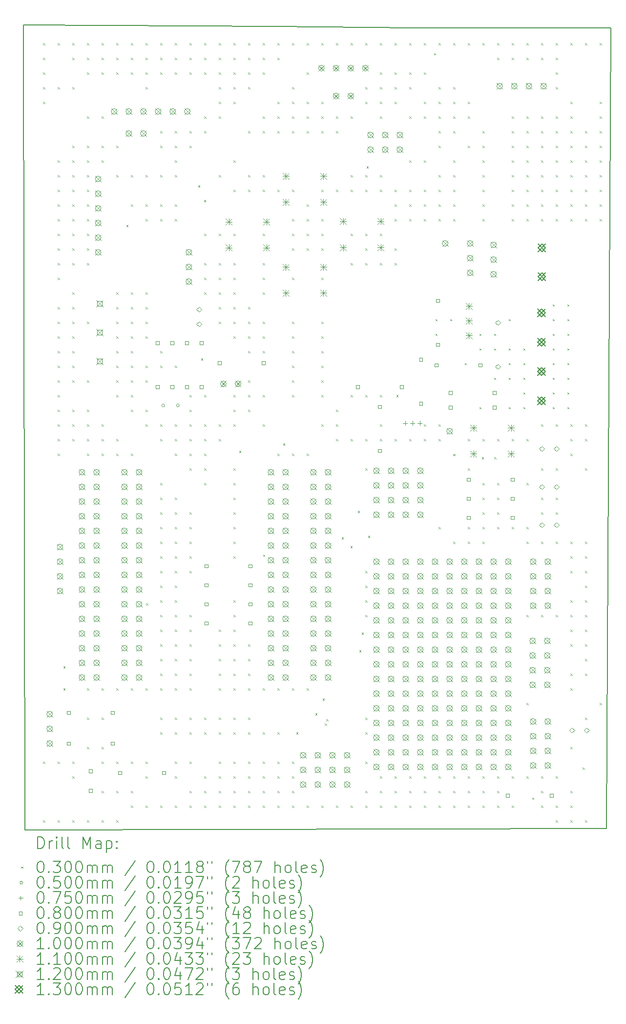
<source format=gbr>
%TF.GenerationSoftware,KiCad,Pcbnew,8.0.1*%
%TF.CreationDate,2024-10-07T22:49:59+02:00*%
%TF.ProjectId,CREPP.io,43524550-502e-4696-9f2e-6b696361645f,rev?*%
%TF.SameCoordinates,Original*%
%TF.FileFunction,Drillmap*%
%TF.FilePolarity,Positive*%
%FSLAX45Y45*%
G04 Gerber Fmt 4.5, Leading zero omitted, Abs format (unit mm)*
G04 Created by KiCad (PCBNEW 8.0.1) date 2024-10-07 22:49:59*
%MOMM*%
%LPD*%
G01*
G04 APERTURE LIST*
%ADD10C,0.200000*%
%ADD11C,0.100000*%
%ADD12C,0.110000*%
%ADD13C,0.120000*%
%ADD14C,0.130000*%
G04 APERTURE END LIST*
D10*
X14279880Y-1524000D02*
X16692880Y-1549400D01*
X16718280Y-1549400D01*
X20121880Y-1549400D01*
X20045680Y-15417800D01*
X9961880Y-15443200D01*
X9936480Y-1498600D01*
X14279880Y-1524000D01*
D11*
X10277867Y-1814204D02*
X10307867Y-1844204D01*
X10307867Y-1814204D02*
X10277867Y-1844204D01*
X10277867Y-2068204D02*
X10307867Y-2098204D01*
X10307867Y-2068204D02*
X10277867Y-2098204D01*
X10277867Y-2322204D02*
X10307867Y-2352204D01*
X10307867Y-2322204D02*
X10277867Y-2352204D01*
X10277867Y-2576204D02*
X10307867Y-2606204D01*
X10307867Y-2576204D02*
X10277867Y-2606204D01*
X10277867Y-2830204D02*
X10307867Y-2860204D01*
X10307867Y-2830204D02*
X10277867Y-2860204D01*
X10277867Y-14260204D02*
X10307867Y-14290204D01*
X10307867Y-14260204D02*
X10277867Y-14290204D01*
X10277867Y-15276204D02*
X10307867Y-15306204D01*
X10307867Y-15276204D02*
X10277867Y-15306204D01*
X10531867Y-1814204D02*
X10561867Y-1844204D01*
X10561867Y-1814204D02*
X10531867Y-1844204D01*
X10531867Y-2576204D02*
X10561867Y-2606204D01*
X10561867Y-2576204D02*
X10531867Y-2606204D01*
X10531867Y-3846204D02*
X10561867Y-3876204D01*
X10561867Y-3846204D02*
X10531867Y-3876204D01*
X10531867Y-4100204D02*
X10561867Y-4130204D01*
X10561867Y-4100204D02*
X10531867Y-4130204D01*
X10531867Y-4354204D02*
X10561867Y-4384204D01*
X10561867Y-4354204D02*
X10531867Y-4384204D01*
X10531867Y-4608204D02*
X10561867Y-4638204D01*
X10561867Y-4608204D02*
X10531867Y-4638204D01*
X10531867Y-4862204D02*
X10561867Y-4892204D01*
X10561867Y-4862204D02*
X10531867Y-4892204D01*
X10531867Y-5116204D02*
X10561867Y-5146204D01*
X10561867Y-5116204D02*
X10531867Y-5146204D01*
X10531867Y-5370204D02*
X10561867Y-5400204D01*
X10561867Y-5370204D02*
X10531867Y-5400204D01*
X10531867Y-5624204D02*
X10561867Y-5654204D01*
X10561867Y-5624204D02*
X10531867Y-5654204D01*
X10531867Y-5878204D02*
X10561867Y-5908204D01*
X10561867Y-5878204D02*
X10531867Y-5908204D01*
X10531867Y-6386204D02*
X10561867Y-6416204D01*
X10561867Y-6386204D02*
X10531867Y-6416204D01*
X10531867Y-6640204D02*
X10561867Y-6670204D01*
X10561867Y-6640204D02*
X10531867Y-6670204D01*
X10531867Y-6894204D02*
X10561867Y-6924204D01*
X10561867Y-6894204D02*
X10531867Y-6924204D01*
X10531867Y-7148204D02*
X10561867Y-7178204D01*
X10561867Y-7148204D02*
X10531867Y-7178204D01*
X10531867Y-7402204D02*
X10561867Y-7432204D01*
X10561867Y-7402204D02*
X10531867Y-7432204D01*
X10531867Y-7656204D02*
X10561867Y-7686204D01*
X10561867Y-7656204D02*
X10531867Y-7686204D01*
X10531867Y-7910204D02*
X10561867Y-7940204D01*
X10561867Y-7910204D02*
X10531867Y-7940204D01*
X10531867Y-8164204D02*
X10561867Y-8194204D01*
X10561867Y-8164204D02*
X10531867Y-8194204D01*
X10531867Y-8418204D02*
X10561867Y-8448204D01*
X10561867Y-8418204D02*
X10531867Y-8448204D01*
X10531867Y-8672204D02*
X10561867Y-8702204D01*
X10561867Y-8672204D02*
X10531867Y-8702204D01*
X10531867Y-8926204D02*
X10561867Y-8956204D01*
X10561867Y-8926204D02*
X10531867Y-8956204D01*
X10531867Y-14260204D02*
X10561867Y-14290204D01*
X10561867Y-14260204D02*
X10531867Y-14290204D01*
X10531867Y-15276204D02*
X10561867Y-15306204D01*
X10561867Y-15276204D02*
X10531867Y-15306204D01*
X10631619Y-12608899D02*
X10661619Y-12638899D01*
X10661619Y-12608899D02*
X10631619Y-12638899D01*
X10631619Y-12989899D02*
X10661619Y-13019899D01*
X10661619Y-12989899D02*
X10631619Y-13019899D01*
X10785867Y-1814204D02*
X10815867Y-1844204D01*
X10815867Y-1814204D02*
X10785867Y-1844204D01*
X10785867Y-2068204D02*
X10815867Y-2098204D01*
X10815867Y-2068204D02*
X10785867Y-2098204D01*
X10785867Y-2576204D02*
X10815867Y-2606204D01*
X10815867Y-2576204D02*
X10785867Y-2606204D01*
X10785867Y-3592204D02*
X10815867Y-3622204D01*
X10815867Y-3592204D02*
X10785867Y-3622204D01*
X10785867Y-3846204D02*
X10815867Y-3876204D01*
X10815867Y-3846204D02*
X10785867Y-3876204D01*
X10785867Y-4100204D02*
X10815867Y-4130204D01*
X10815867Y-4100204D02*
X10785867Y-4130204D01*
X10785867Y-4354204D02*
X10815867Y-4384204D01*
X10815867Y-4354204D02*
X10785867Y-4384204D01*
X10785867Y-4608204D02*
X10815867Y-4638204D01*
X10815867Y-4608204D02*
X10785867Y-4638204D01*
X10785867Y-4862204D02*
X10815867Y-4892204D01*
X10815867Y-4862204D02*
X10785867Y-4892204D01*
X10785867Y-5116204D02*
X10815867Y-5146204D01*
X10815867Y-5116204D02*
X10785867Y-5146204D01*
X10785867Y-5370204D02*
X10815867Y-5400204D01*
X10815867Y-5370204D02*
X10785867Y-5400204D01*
X10785867Y-5624204D02*
X10815867Y-5654204D01*
X10815867Y-5624204D02*
X10785867Y-5654204D01*
X10785867Y-6132204D02*
X10815867Y-6162204D01*
X10815867Y-6132204D02*
X10785867Y-6162204D01*
X10785867Y-6386204D02*
X10815867Y-6416204D01*
X10815867Y-6386204D02*
X10785867Y-6416204D01*
X10785867Y-6640204D02*
X10815867Y-6670204D01*
X10815867Y-6640204D02*
X10785867Y-6670204D01*
X10785867Y-6894204D02*
X10815867Y-6924204D01*
X10815867Y-6894204D02*
X10785867Y-6924204D01*
X10785867Y-7148204D02*
X10815867Y-7178204D01*
X10815867Y-7148204D02*
X10785867Y-7178204D01*
X10785867Y-7402204D02*
X10815867Y-7432204D01*
X10815867Y-7402204D02*
X10785867Y-7432204D01*
X10785867Y-7656204D02*
X10815867Y-7686204D01*
X10815867Y-7656204D02*
X10785867Y-7686204D01*
X10785867Y-8164204D02*
X10815867Y-8194204D01*
X10815867Y-8164204D02*
X10785867Y-8194204D01*
X10785867Y-8418204D02*
X10815867Y-8448204D01*
X10815867Y-8418204D02*
X10785867Y-8448204D01*
X10785867Y-8672204D02*
X10815867Y-8702204D01*
X10815867Y-8672204D02*
X10785867Y-8702204D01*
X10785867Y-14260204D02*
X10815867Y-14290204D01*
X10815867Y-14260204D02*
X10785867Y-14290204D01*
X10785867Y-14514204D02*
X10815867Y-14544204D01*
X10815867Y-14514204D02*
X10785867Y-14544204D01*
X10785867Y-15276204D02*
X10815867Y-15306204D01*
X10815867Y-15276204D02*
X10785867Y-15306204D01*
X11039867Y-1814204D02*
X11069867Y-1844204D01*
X11069867Y-1814204D02*
X11039867Y-1844204D01*
X11039867Y-2068204D02*
X11069867Y-2098204D01*
X11069867Y-2068204D02*
X11039867Y-2098204D01*
X11039867Y-2322204D02*
X11069867Y-2352204D01*
X11069867Y-2322204D02*
X11039867Y-2352204D01*
X11039867Y-3084204D02*
X11069867Y-3114204D01*
X11069867Y-3084204D02*
X11039867Y-3114204D01*
X11039867Y-3592204D02*
X11069867Y-3622204D01*
X11069867Y-3592204D02*
X11039867Y-3622204D01*
X11039867Y-3846204D02*
X11069867Y-3876204D01*
X11069867Y-3846204D02*
X11039867Y-3876204D01*
X11039867Y-4100204D02*
X11069867Y-4130204D01*
X11069867Y-4100204D02*
X11039867Y-4130204D01*
X11039867Y-4354204D02*
X11069867Y-4384204D01*
X11069867Y-4354204D02*
X11039867Y-4384204D01*
X11039867Y-4608204D02*
X11069867Y-4638204D01*
X11069867Y-4608204D02*
X11039867Y-4638204D01*
X11039867Y-4862204D02*
X11069867Y-4892204D01*
X11069867Y-4862204D02*
X11039867Y-4892204D01*
X11039867Y-5116204D02*
X11069867Y-5146204D01*
X11069867Y-5116204D02*
X11039867Y-5146204D01*
X11039867Y-5370204D02*
X11069867Y-5400204D01*
X11069867Y-5370204D02*
X11039867Y-5400204D01*
X11039867Y-5624204D02*
X11069867Y-5654204D01*
X11069867Y-5624204D02*
X11039867Y-5654204D01*
X11039867Y-6640204D02*
X11069867Y-6670204D01*
X11069867Y-6640204D02*
X11039867Y-6670204D01*
X11039867Y-7656204D02*
X11069867Y-7686204D01*
X11069867Y-7656204D02*
X11039867Y-7686204D01*
X11039867Y-8164204D02*
X11069867Y-8194204D01*
X11069867Y-8164204D02*
X11039867Y-8194204D01*
X11039867Y-8418204D02*
X11069867Y-8448204D01*
X11069867Y-8418204D02*
X11039867Y-8448204D01*
X11039867Y-8672204D02*
X11069867Y-8702204D01*
X11069867Y-8672204D02*
X11039867Y-8702204D01*
X11039867Y-8926204D02*
X11069867Y-8956204D01*
X11069867Y-8926204D02*
X11039867Y-8956204D01*
X11039867Y-12990204D02*
X11069867Y-13020204D01*
X11069867Y-12990204D02*
X11039867Y-13020204D01*
X11039867Y-13498204D02*
X11069867Y-13528204D01*
X11069867Y-13498204D02*
X11039867Y-13528204D01*
X11039867Y-14006204D02*
X11069867Y-14036204D01*
X11069867Y-14006204D02*
X11039867Y-14036204D01*
X11039867Y-15276204D02*
X11069867Y-15306204D01*
X11069867Y-15276204D02*
X11039867Y-15306204D01*
X11293867Y-1814204D02*
X11323867Y-1844204D01*
X11323867Y-1814204D02*
X11293867Y-1844204D01*
X11293867Y-2068204D02*
X11323867Y-2098204D01*
X11323867Y-2068204D02*
X11293867Y-2098204D01*
X11293867Y-2322204D02*
X11323867Y-2352204D01*
X11323867Y-2322204D02*
X11293867Y-2352204D01*
X11293867Y-3084204D02*
X11323867Y-3114204D01*
X11323867Y-3084204D02*
X11293867Y-3114204D01*
X11293867Y-3592204D02*
X11323867Y-3622204D01*
X11323867Y-3592204D02*
X11293867Y-3622204D01*
X11293867Y-3846204D02*
X11323867Y-3876204D01*
X11323867Y-3846204D02*
X11293867Y-3876204D01*
X11293867Y-8418204D02*
X11323867Y-8448204D01*
X11323867Y-8418204D02*
X11293867Y-8448204D01*
X11293867Y-8672204D02*
X11323867Y-8702204D01*
X11323867Y-8672204D02*
X11293867Y-8702204D01*
X11293867Y-8926204D02*
X11323867Y-8956204D01*
X11323867Y-8926204D02*
X11293867Y-8956204D01*
X11293867Y-12990204D02*
X11323867Y-13020204D01*
X11323867Y-12990204D02*
X11293867Y-13020204D01*
X11293867Y-13498204D02*
X11323867Y-13528204D01*
X11323867Y-13498204D02*
X11293867Y-13528204D01*
X11293867Y-14006204D02*
X11323867Y-14036204D01*
X11323867Y-14006204D02*
X11293867Y-14036204D01*
X11293867Y-14260204D02*
X11323867Y-14290204D01*
X11323867Y-14260204D02*
X11293867Y-14290204D01*
X11293867Y-14768204D02*
X11323867Y-14798204D01*
X11323867Y-14768204D02*
X11293867Y-14798204D01*
X11293867Y-15276204D02*
X11323867Y-15306204D01*
X11323867Y-15276204D02*
X11293867Y-15306204D01*
X11547867Y-1814204D02*
X11577867Y-1844204D01*
X11577867Y-1814204D02*
X11547867Y-1844204D01*
X11547867Y-2068204D02*
X11577867Y-2098204D01*
X11577867Y-2068204D02*
X11547867Y-2098204D01*
X11547867Y-2322204D02*
X11577867Y-2352204D01*
X11577867Y-2322204D02*
X11547867Y-2352204D01*
X11547867Y-3592204D02*
X11577867Y-3622204D01*
X11577867Y-3592204D02*
X11547867Y-3622204D01*
X11547867Y-4100204D02*
X11577867Y-4130204D01*
X11577867Y-4100204D02*
X11547867Y-4130204D01*
X11547867Y-6132204D02*
X11577867Y-6162204D01*
X11577867Y-6132204D02*
X11547867Y-6162204D01*
X11547867Y-6386204D02*
X11577867Y-6416204D01*
X11577867Y-6386204D02*
X11547867Y-6416204D01*
X11547867Y-6640204D02*
X11577867Y-6670204D01*
X11577867Y-6640204D02*
X11547867Y-6670204D01*
X11547867Y-6894204D02*
X11577867Y-6924204D01*
X11577867Y-6894204D02*
X11547867Y-6924204D01*
X11547867Y-7148204D02*
X11577867Y-7178204D01*
X11577867Y-7148204D02*
X11547867Y-7178204D01*
X11547867Y-7402204D02*
X11577867Y-7432204D01*
X11577867Y-7402204D02*
X11547867Y-7432204D01*
X11547867Y-7656204D02*
X11577867Y-7686204D01*
X11577867Y-7656204D02*
X11547867Y-7686204D01*
X11547867Y-7910204D02*
X11577867Y-7940204D01*
X11577867Y-7910204D02*
X11547867Y-7940204D01*
X11547867Y-8672204D02*
X11577867Y-8702204D01*
X11577867Y-8672204D02*
X11547867Y-8702204D01*
X11547867Y-8926204D02*
X11577867Y-8956204D01*
X11577867Y-8926204D02*
X11547867Y-8956204D01*
X11547867Y-12990204D02*
X11577867Y-13020204D01*
X11577867Y-12990204D02*
X11547867Y-13020204D01*
X11547867Y-14260204D02*
X11577867Y-14290204D01*
X11577867Y-14260204D02*
X11547867Y-14290204D01*
X11547867Y-14768204D02*
X11577867Y-14798204D01*
X11577867Y-14768204D02*
X11547867Y-14798204D01*
X11547867Y-15276204D02*
X11577867Y-15306204D01*
X11577867Y-15276204D02*
X11547867Y-15306204D01*
X11723819Y-4963499D02*
X11753819Y-4993499D01*
X11753819Y-4963499D02*
X11723819Y-4993499D01*
X11801867Y-1814204D02*
X11831867Y-1844204D01*
X11831867Y-1814204D02*
X11801867Y-1844204D01*
X11801867Y-2068204D02*
X11831867Y-2098204D01*
X11831867Y-2068204D02*
X11801867Y-2098204D01*
X11801867Y-2322204D02*
X11831867Y-2352204D01*
X11831867Y-2322204D02*
X11801867Y-2352204D01*
X11801867Y-4100204D02*
X11831867Y-4130204D01*
X11831867Y-4100204D02*
X11801867Y-4130204D01*
X11801867Y-4608204D02*
X11831867Y-4638204D01*
X11831867Y-4608204D02*
X11801867Y-4638204D01*
X11801867Y-6132204D02*
X11831867Y-6162204D01*
X11831867Y-6132204D02*
X11801867Y-6162204D01*
X11801867Y-6386204D02*
X11831867Y-6416204D01*
X11831867Y-6386204D02*
X11801867Y-6416204D01*
X11801867Y-6640204D02*
X11831867Y-6670204D01*
X11831867Y-6640204D02*
X11801867Y-6670204D01*
X11801867Y-6894204D02*
X11831867Y-6924204D01*
X11831867Y-6894204D02*
X11801867Y-6924204D01*
X11801867Y-7148204D02*
X11831867Y-7178204D01*
X11831867Y-7148204D02*
X11801867Y-7178204D01*
X11801867Y-7402204D02*
X11831867Y-7432204D01*
X11831867Y-7402204D02*
X11801867Y-7432204D01*
X11801867Y-7656204D02*
X11831867Y-7686204D01*
X11831867Y-7656204D02*
X11801867Y-7686204D01*
X11801867Y-7910204D02*
X11831867Y-7940204D01*
X11831867Y-7910204D02*
X11801867Y-7940204D01*
X11801867Y-8164204D02*
X11831867Y-8194204D01*
X11831867Y-8164204D02*
X11801867Y-8194204D01*
X11801867Y-8926204D02*
X11831867Y-8956204D01*
X11831867Y-8926204D02*
X11801867Y-8956204D01*
X11801867Y-12990204D02*
X11831867Y-13020204D01*
X11831867Y-12990204D02*
X11801867Y-13020204D01*
X11801867Y-14260204D02*
X11831867Y-14290204D01*
X11831867Y-14260204D02*
X11801867Y-14290204D01*
X11801867Y-14768204D02*
X11831867Y-14798204D01*
X11831867Y-14768204D02*
X11801867Y-14798204D01*
X11801867Y-15022204D02*
X11831867Y-15052204D01*
X11831867Y-15022204D02*
X11801867Y-15052204D01*
X12055867Y-1814204D02*
X12085867Y-1844204D01*
X12085867Y-1814204D02*
X12055867Y-1844204D01*
X12055867Y-2068204D02*
X12085867Y-2098204D01*
X12085867Y-2068204D02*
X12055867Y-2098204D01*
X12055867Y-2322204D02*
X12085867Y-2352204D01*
X12085867Y-2322204D02*
X12055867Y-2352204D01*
X12055867Y-2576204D02*
X12085867Y-2606204D01*
X12085867Y-2576204D02*
X12055867Y-2606204D01*
X12055867Y-4100204D02*
X12085867Y-4130204D01*
X12085867Y-4100204D02*
X12055867Y-4130204D01*
X12055867Y-4608204D02*
X12085867Y-4638204D01*
X12085867Y-4608204D02*
X12055867Y-4638204D01*
X12055867Y-4862204D02*
X12085867Y-4892204D01*
X12085867Y-4862204D02*
X12055867Y-4892204D01*
X12055867Y-6132204D02*
X12085867Y-6162204D01*
X12085867Y-6132204D02*
X12055867Y-6162204D01*
X12055867Y-6386204D02*
X12085867Y-6416204D01*
X12085867Y-6386204D02*
X12055867Y-6416204D01*
X12055867Y-6640204D02*
X12085867Y-6670204D01*
X12085867Y-6640204D02*
X12055867Y-6670204D01*
X12055867Y-6894204D02*
X12085867Y-6924204D01*
X12085867Y-6894204D02*
X12055867Y-6924204D01*
X12055867Y-7402204D02*
X12085867Y-7432204D01*
X12085867Y-7402204D02*
X12055867Y-7432204D01*
X12055867Y-7656204D02*
X12085867Y-7686204D01*
X12085867Y-7656204D02*
X12055867Y-7686204D01*
X12055867Y-8164204D02*
X12085867Y-8194204D01*
X12085867Y-8164204D02*
X12055867Y-8194204D01*
X12055867Y-8418204D02*
X12085867Y-8448204D01*
X12085867Y-8418204D02*
X12055867Y-8448204D01*
X12055867Y-12990204D02*
X12085867Y-13020204D01*
X12085867Y-12990204D02*
X12055867Y-13020204D01*
X12055867Y-14260204D02*
X12085867Y-14290204D01*
X12085867Y-14260204D02*
X12055867Y-14290204D01*
X12055867Y-14514204D02*
X12085867Y-14544204D01*
X12085867Y-14514204D02*
X12055867Y-14544204D01*
X12055867Y-15022204D02*
X12085867Y-15052204D01*
X12085867Y-15022204D02*
X12055867Y-15052204D01*
X12066719Y-11516699D02*
X12096719Y-11546699D01*
X12096719Y-11516699D02*
X12066719Y-11546699D01*
X12309867Y-1814204D02*
X12339867Y-1844204D01*
X12339867Y-1814204D02*
X12309867Y-1844204D01*
X12309867Y-2068204D02*
X12339867Y-2098204D01*
X12339867Y-2068204D02*
X12309867Y-2098204D01*
X12309867Y-2322204D02*
X12339867Y-2352204D01*
X12339867Y-2322204D02*
X12309867Y-2352204D01*
X12309867Y-3338204D02*
X12339867Y-3368204D01*
X12339867Y-3338204D02*
X12309867Y-3368204D01*
X12309867Y-3592204D02*
X12339867Y-3622204D01*
X12339867Y-3592204D02*
X12309867Y-3622204D01*
X12309867Y-4100204D02*
X12339867Y-4130204D01*
X12339867Y-4100204D02*
X12309867Y-4130204D01*
X12309867Y-4608204D02*
X12339867Y-4638204D01*
X12339867Y-4608204D02*
X12309867Y-4638204D01*
X12309867Y-4862204D02*
X12339867Y-4892204D01*
X12339867Y-4862204D02*
X12309867Y-4892204D01*
X12309867Y-7148204D02*
X12339867Y-7178204D01*
X12339867Y-7148204D02*
X12309867Y-7178204D01*
X12309867Y-7402204D02*
X12339867Y-7432204D01*
X12339867Y-7402204D02*
X12309867Y-7432204D01*
X12309867Y-8418204D02*
X12339867Y-8448204D01*
X12339867Y-8418204D02*
X12309867Y-8448204D01*
X12309867Y-8672204D02*
X12339867Y-8702204D01*
X12339867Y-8672204D02*
X12309867Y-8702204D01*
X12309867Y-9434204D02*
X12339867Y-9464204D01*
X12339867Y-9434204D02*
X12309867Y-9464204D01*
X12309867Y-9688204D02*
X12339867Y-9718204D01*
X12339867Y-9688204D02*
X12309867Y-9718204D01*
X12309867Y-9942204D02*
X12339867Y-9972204D01*
X12339867Y-9942204D02*
X12309867Y-9972204D01*
X12309867Y-10196204D02*
X12339867Y-10226204D01*
X12339867Y-10196204D02*
X12309867Y-10226204D01*
X12309867Y-10450204D02*
X12339867Y-10480204D01*
X12339867Y-10450204D02*
X12309867Y-10480204D01*
X12309867Y-10704204D02*
X12339867Y-10734204D01*
X12339867Y-10704204D02*
X12309867Y-10734204D01*
X12309867Y-10958204D02*
X12339867Y-10988204D01*
X12339867Y-10958204D02*
X12309867Y-10988204D01*
X12309867Y-11212204D02*
X12339867Y-11242204D01*
X12339867Y-11212204D02*
X12309867Y-11242204D01*
X12309867Y-11466204D02*
X12339867Y-11496204D01*
X12339867Y-11466204D02*
X12309867Y-11496204D01*
X12309867Y-11720204D02*
X12339867Y-11750204D01*
X12339867Y-11720204D02*
X12309867Y-11750204D01*
X12309867Y-11974204D02*
X12339867Y-12004204D01*
X12339867Y-11974204D02*
X12309867Y-12004204D01*
X12309867Y-12228204D02*
X12339867Y-12258204D01*
X12339867Y-12228204D02*
X12309867Y-12258204D01*
X12309867Y-12482204D02*
X12339867Y-12512204D01*
X12339867Y-12482204D02*
X12309867Y-12512204D01*
X12309867Y-12736204D02*
X12339867Y-12766204D01*
X12339867Y-12736204D02*
X12309867Y-12766204D01*
X12309867Y-12990204D02*
X12339867Y-13020204D01*
X12339867Y-12990204D02*
X12309867Y-13020204D01*
X12309867Y-13498204D02*
X12339867Y-13528204D01*
X12339867Y-13498204D02*
X12309867Y-13528204D01*
X12309867Y-13752204D02*
X12339867Y-13782204D01*
X12339867Y-13752204D02*
X12309867Y-13782204D01*
X12309867Y-15022204D02*
X12339867Y-15052204D01*
X12339867Y-15022204D02*
X12309867Y-15052204D01*
X12563867Y-1814204D02*
X12593867Y-1844204D01*
X12593867Y-1814204D02*
X12563867Y-1844204D01*
X12563867Y-2068204D02*
X12593867Y-2098204D01*
X12593867Y-2068204D02*
X12563867Y-2098204D01*
X12563867Y-2322204D02*
X12593867Y-2352204D01*
X12593867Y-2322204D02*
X12563867Y-2352204D01*
X12563867Y-3338204D02*
X12593867Y-3368204D01*
X12593867Y-3338204D02*
X12563867Y-3368204D01*
X12563867Y-3592204D02*
X12593867Y-3622204D01*
X12593867Y-3592204D02*
X12563867Y-3622204D01*
X12563867Y-3846204D02*
X12593867Y-3876204D01*
X12593867Y-3846204D02*
X12563867Y-3876204D01*
X12563867Y-4100204D02*
X12593867Y-4130204D01*
X12593867Y-4100204D02*
X12563867Y-4130204D01*
X12563867Y-4608204D02*
X12593867Y-4638204D01*
X12593867Y-4608204D02*
X12563867Y-4638204D01*
X12563867Y-4862204D02*
X12593867Y-4892204D01*
X12593867Y-4862204D02*
X12563867Y-4892204D01*
X12563867Y-7402204D02*
X12593867Y-7432204D01*
X12593867Y-7402204D02*
X12563867Y-7432204D01*
X12563867Y-8418204D02*
X12593867Y-8448204D01*
X12593867Y-8418204D02*
X12563867Y-8448204D01*
X12563867Y-8672204D02*
X12593867Y-8702204D01*
X12593867Y-8672204D02*
X12563867Y-8702204D01*
X12563867Y-8926204D02*
X12593867Y-8956204D01*
X12593867Y-8926204D02*
X12563867Y-8956204D01*
X12563867Y-9688204D02*
X12593867Y-9718204D01*
X12593867Y-9688204D02*
X12563867Y-9718204D01*
X12563867Y-9942204D02*
X12593867Y-9972204D01*
X12593867Y-9942204D02*
X12563867Y-9972204D01*
X12563867Y-10196204D02*
X12593867Y-10226204D01*
X12593867Y-10196204D02*
X12563867Y-10226204D01*
X12563867Y-10450204D02*
X12593867Y-10480204D01*
X12593867Y-10450204D02*
X12563867Y-10480204D01*
X12563867Y-10704204D02*
X12593867Y-10734204D01*
X12593867Y-10704204D02*
X12563867Y-10734204D01*
X12563867Y-10958204D02*
X12593867Y-10988204D01*
X12593867Y-10958204D02*
X12563867Y-10988204D01*
X12563867Y-11212204D02*
X12593867Y-11242204D01*
X12593867Y-11212204D02*
X12563867Y-11242204D01*
X12563867Y-11466204D02*
X12593867Y-11496204D01*
X12593867Y-11466204D02*
X12563867Y-11496204D01*
X12563867Y-11720204D02*
X12593867Y-11750204D01*
X12593867Y-11720204D02*
X12563867Y-11750204D01*
X12563867Y-11974204D02*
X12593867Y-12004204D01*
X12593867Y-11974204D02*
X12563867Y-12004204D01*
X12563867Y-12228204D02*
X12593867Y-12258204D01*
X12593867Y-12228204D02*
X12563867Y-12258204D01*
X12563867Y-12482204D02*
X12593867Y-12512204D01*
X12593867Y-12482204D02*
X12563867Y-12512204D01*
X12563867Y-12736204D02*
X12593867Y-12766204D01*
X12593867Y-12736204D02*
X12563867Y-12766204D01*
X12563867Y-12990204D02*
X12593867Y-13020204D01*
X12593867Y-12990204D02*
X12563867Y-13020204D01*
X12563867Y-13498204D02*
X12593867Y-13528204D01*
X12593867Y-13498204D02*
X12563867Y-13528204D01*
X12563867Y-13752204D02*
X12593867Y-13782204D01*
X12593867Y-13752204D02*
X12563867Y-13782204D01*
X12563867Y-14260204D02*
X12593867Y-14290204D01*
X12593867Y-14260204D02*
X12563867Y-14290204D01*
X12563867Y-14514204D02*
X12593867Y-14544204D01*
X12593867Y-14514204D02*
X12563867Y-14544204D01*
X12563867Y-15022204D02*
X12593867Y-15052204D01*
X12593867Y-15022204D02*
X12563867Y-15052204D01*
X12817867Y-1814204D02*
X12847867Y-1844204D01*
X12847867Y-1814204D02*
X12817867Y-1844204D01*
X12817867Y-2068204D02*
X12847867Y-2098204D01*
X12847867Y-2068204D02*
X12817867Y-2098204D01*
X12817867Y-2322204D02*
X12847867Y-2352204D01*
X12847867Y-2322204D02*
X12817867Y-2352204D01*
X12817867Y-3338204D02*
X12847867Y-3368204D01*
X12847867Y-3338204D02*
X12817867Y-3368204D01*
X12817867Y-3592204D02*
X12847867Y-3622204D01*
X12847867Y-3592204D02*
X12817867Y-3622204D01*
X12817867Y-7910204D02*
X12847867Y-7940204D01*
X12847867Y-7910204D02*
X12817867Y-7940204D01*
X12817867Y-8164204D02*
X12847867Y-8194204D01*
X12847867Y-8164204D02*
X12817867Y-8194204D01*
X12817867Y-8418204D02*
X12847867Y-8448204D01*
X12847867Y-8418204D02*
X12817867Y-8448204D01*
X12817867Y-8672204D02*
X12847867Y-8702204D01*
X12847867Y-8672204D02*
X12817867Y-8702204D01*
X12817867Y-8926204D02*
X12847867Y-8956204D01*
X12847867Y-8926204D02*
X12817867Y-8956204D01*
X12817867Y-9180204D02*
X12847867Y-9210204D01*
X12847867Y-9180204D02*
X12817867Y-9210204D01*
X12817867Y-9942204D02*
X12847867Y-9972204D01*
X12847867Y-9942204D02*
X12817867Y-9972204D01*
X12817867Y-10196204D02*
X12847867Y-10226204D01*
X12847867Y-10196204D02*
X12817867Y-10226204D01*
X12817867Y-10450204D02*
X12847867Y-10480204D01*
X12847867Y-10450204D02*
X12817867Y-10480204D01*
X12817867Y-10704204D02*
X12847867Y-10734204D01*
X12847867Y-10704204D02*
X12817867Y-10734204D01*
X12817867Y-10958204D02*
X12847867Y-10988204D01*
X12847867Y-10958204D02*
X12817867Y-10988204D01*
X12817867Y-11720204D02*
X12847867Y-11750204D01*
X12847867Y-11720204D02*
X12817867Y-11750204D01*
X12817867Y-11974204D02*
X12847867Y-12004204D01*
X12847867Y-11974204D02*
X12817867Y-12004204D01*
X12817867Y-12228204D02*
X12847867Y-12258204D01*
X12847867Y-12228204D02*
X12817867Y-12258204D01*
X12817867Y-12482204D02*
X12847867Y-12512204D01*
X12847867Y-12482204D02*
X12817867Y-12512204D01*
X12817867Y-12736204D02*
X12847867Y-12766204D01*
X12847867Y-12736204D02*
X12817867Y-12766204D01*
X12817867Y-12990204D02*
X12847867Y-13020204D01*
X12847867Y-12990204D02*
X12817867Y-13020204D01*
X12817867Y-13498204D02*
X12847867Y-13528204D01*
X12847867Y-13498204D02*
X12817867Y-13528204D01*
X12817867Y-13752204D02*
X12847867Y-13782204D01*
X12847867Y-13752204D02*
X12817867Y-13782204D01*
X12817867Y-14260204D02*
X12847867Y-14290204D01*
X12847867Y-14260204D02*
X12817867Y-14290204D01*
X12817867Y-14768204D02*
X12847867Y-14798204D01*
X12847867Y-14768204D02*
X12817867Y-14798204D01*
X12817867Y-15022204D02*
X12847867Y-15052204D01*
X12847867Y-15022204D02*
X12817867Y-15052204D01*
X12968419Y-4277699D02*
X12998419Y-4307699D01*
X12998419Y-4277699D02*
X12968419Y-4307699D01*
X13019219Y-7274899D02*
X13049219Y-7304899D01*
X13049219Y-7274899D02*
X13019219Y-7304899D01*
X13070019Y-4531699D02*
X13100019Y-4561699D01*
X13100019Y-4531699D02*
X13070019Y-4561699D01*
X13071867Y-1814204D02*
X13101867Y-1844204D01*
X13101867Y-1814204D02*
X13071867Y-1844204D01*
X13071867Y-2068204D02*
X13101867Y-2098204D01*
X13101867Y-2068204D02*
X13071867Y-2098204D01*
X13071867Y-2322204D02*
X13101867Y-2352204D01*
X13101867Y-2322204D02*
X13071867Y-2352204D01*
X13071867Y-3084204D02*
X13101867Y-3114204D01*
X13101867Y-3084204D02*
X13071867Y-3114204D01*
X13071867Y-3338204D02*
X13101867Y-3368204D01*
X13101867Y-3338204D02*
X13071867Y-3368204D01*
X13071867Y-5116204D02*
X13101867Y-5146204D01*
X13101867Y-5116204D02*
X13071867Y-5146204D01*
X13071867Y-5624204D02*
X13101867Y-5654204D01*
X13101867Y-5624204D02*
X13071867Y-5654204D01*
X13071867Y-5878204D02*
X13101867Y-5908204D01*
X13101867Y-5878204D02*
X13071867Y-5908204D01*
X13071867Y-6132204D02*
X13101867Y-6162204D01*
X13101867Y-6132204D02*
X13071867Y-6162204D01*
X13071867Y-7910204D02*
X13101867Y-7940204D01*
X13101867Y-7910204D02*
X13071867Y-7940204D01*
X13071867Y-8418204D02*
X13101867Y-8448204D01*
X13101867Y-8418204D02*
X13071867Y-8448204D01*
X13071867Y-8672204D02*
X13101867Y-8702204D01*
X13101867Y-8672204D02*
X13071867Y-8702204D01*
X13071867Y-8926204D02*
X13101867Y-8956204D01*
X13101867Y-8926204D02*
X13071867Y-8956204D01*
X13071867Y-9180204D02*
X13101867Y-9210204D01*
X13101867Y-9180204D02*
X13071867Y-9210204D01*
X13071867Y-9434204D02*
X13101867Y-9464204D01*
X13101867Y-9434204D02*
X13071867Y-9464204D01*
X13071867Y-13498204D02*
X13101867Y-13528204D01*
X13101867Y-13498204D02*
X13071867Y-13528204D01*
X13071867Y-13752204D02*
X13101867Y-13782204D01*
X13101867Y-13752204D02*
X13071867Y-13782204D01*
X13071867Y-14514204D02*
X13101867Y-14544204D01*
X13101867Y-14514204D02*
X13071867Y-14544204D01*
X13071867Y-14768204D02*
X13101867Y-14798204D01*
X13101867Y-14768204D02*
X13071867Y-14798204D01*
X13071867Y-15022204D02*
X13101867Y-15052204D01*
X13101867Y-15022204D02*
X13071867Y-15052204D01*
X13325867Y-1814204D02*
X13355867Y-1844204D01*
X13355867Y-1814204D02*
X13325867Y-1844204D01*
X13325867Y-2068204D02*
X13355867Y-2098204D01*
X13355867Y-2068204D02*
X13325867Y-2098204D01*
X13325867Y-2322204D02*
X13355867Y-2352204D01*
X13355867Y-2322204D02*
X13325867Y-2352204D01*
X13325867Y-2576204D02*
X13355867Y-2606204D01*
X13355867Y-2576204D02*
X13325867Y-2606204D01*
X13325867Y-2830204D02*
X13355867Y-2860204D01*
X13355867Y-2830204D02*
X13325867Y-2860204D01*
X13325867Y-3084204D02*
X13355867Y-3114204D01*
X13355867Y-3084204D02*
X13325867Y-3114204D01*
X13325867Y-4100204D02*
X13355867Y-4130204D01*
X13355867Y-4100204D02*
X13325867Y-4130204D01*
X13325867Y-5116204D02*
X13355867Y-5146204D01*
X13355867Y-5116204D02*
X13325867Y-5146204D01*
X13325867Y-5624204D02*
X13355867Y-5654204D01*
X13355867Y-5624204D02*
X13325867Y-5654204D01*
X13325867Y-5878204D02*
X13355867Y-5908204D01*
X13355867Y-5878204D02*
X13325867Y-5908204D01*
X13325867Y-6132204D02*
X13355867Y-6162204D01*
X13355867Y-6132204D02*
X13325867Y-6162204D01*
X13325867Y-6386204D02*
X13355867Y-6416204D01*
X13355867Y-6386204D02*
X13325867Y-6416204D01*
X13325867Y-6640204D02*
X13355867Y-6670204D01*
X13355867Y-6640204D02*
X13325867Y-6670204D01*
X13325867Y-8418204D02*
X13355867Y-8448204D01*
X13355867Y-8418204D02*
X13325867Y-8448204D01*
X13325867Y-8672204D02*
X13355867Y-8702204D01*
X13355867Y-8672204D02*
X13325867Y-8702204D01*
X13325867Y-11974204D02*
X13355867Y-12004204D01*
X13355867Y-11974204D02*
X13325867Y-12004204D01*
X13325867Y-12228204D02*
X13355867Y-12258204D01*
X13355867Y-12228204D02*
X13325867Y-12258204D01*
X13325867Y-12482204D02*
X13355867Y-12512204D01*
X13355867Y-12482204D02*
X13325867Y-12512204D01*
X13325867Y-12736204D02*
X13355867Y-12766204D01*
X13355867Y-12736204D02*
X13325867Y-12766204D01*
X13325867Y-12990204D02*
X13355867Y-13020204D01*
X13355867Y-12990204D02*
X13325867Y-13020204D01*
X13325867Y-13498204D02*
X13355867Y-13528204D01*
X13355867Y-13498204D02*
X13325867Y-13528204D01*
X13325867Y-13752204D02*
X13355867Y-13782204D01*
X13355867Y-13752204D02*
X13325867Y-13782204D01*
X13325867Y-14260204D02*
X13355867Y-14290204D01*
X13355867Y-14260204D02*
X13325867Y-14290204D01*
X13325867Y-14514204D02*
X13355867Y-14544204D01*
X13355867Y-14514204D02*
X13325867Y-14544204D01*
X13325867Y-14768204D02*
X13355867Y-14798204D01*
X13355867Y-14768204D02*
X13325867Y-14798204D01*
X13325867Y-15022204D02*
X13355867Y-15052204D01*
X13355867Y-15022204D02*
X13325867Y-15052204D01*
X13579867Y-1814204D02*
X13609867Y-1844204D01*
X13609867Y-1814204D02*
X13579867Y-1844204D01*
X13579867Y-2068204D02*
X13609867Y-2098204D01*
X13609867Y-2068204D02*
X13579867Y-2098204D01*
X13579867Y-2322204D02*
X13609867Y-2352204D01*
X13609867Y-2322204D02*
X13579867Y-2352204D01*
X13579867Y-2576204D02*
X13609867Y-2606204D01*
X13609867Y-2576204D02*
X13579867Y-2606204D01*
X13579867Y-2830204D02*
X13609867Y-2860204D01*
X13609867Y-2830204D02*
X13579867Y-2860204D01*
X13579867Y-3846204D02*
X13609867Y-3876204D01*
X13609867Y-3846204D02*
X13579867Y-3876204D01*
X13579867Y-4354204D02*
X13609867Y-4384204D01*
X13609867Y-4354204D02*
X13579867Y-4384204D01*
X13579867Y-5116204D02*
X13609867Y-5146204D01*
X13609867Y-5116204D02*
X13579867Y-5146204D01*
X13579867Y-5624204D02*
X13609867Y-5654204D01*
X13609867Y-5624204D02*
X13579867Y-5654204D01*
X13579867Y-5878204D02*
X13609867Y-5908204D01*
X13609867Y-5878204D02*
X13579867Y-5908204D01*
X13579867Y-6132204D02*
X13609867Y-6162204D01*
X13609867Y-6132204D02*
X13579867Y-6162204D01*
X13579867Y-6386204D02*
X13609867Y-6416204D01*
X13609867Y-6386204D02*
X13579867Y-6416204D01*
X13579867Y-6640204D02*
X13609867Y-6670204D01*
X13609867Y-6640204D02*
X13579867Y-6670204D01*
X13579867Y-6894204D02*
X13609867Y-6924204D01*
X13609867Y-6894204D02*
X13579867Y-6924204D01*
X13579867Y-7910204D02*
X13609867Y-7940204D01*
X13609867Y-7910204D02*
X13579867Y-7940204D01*
X13579867Y-8164204D02*
X13609867Y-8194204D01*
X13609867Y-8164204D02*
X13579867Y-8194204D01*
X13579867Y-8418204D02*
X13609867Y-8448204D01*
X13609867Y-8418204D02*
X13579867Y-8448204D01*
X13579867Y-9180204D02*
X13609867Y-9210204D01*
X13609867Y-9180204D02*
X13579867Y-9210204D01*
X13579867Y-9434204D02*
X13609867Y-9464204D01*
X13609867Y-9434204D02*
X13579867Y-9464204D01*
X13579867Y-9688204D02*
X13609867Y-9718204D01*
X13609867Y-9688204D02*
X13579867Y-9718204D01*
X13579867Y-9942204D02*
X13609867Y-9972204D01*
X13609867Y-9942204D02*
X13579867Y-9972204D01*
X13579867Y-10196204D02*
X13609867Y-10226204D01*
X13609867Y-10196204D02*
X13579867Y-10226204D01*
X13579867Y-10450204D02*
X13609867Y-10480204D01*
X13609867Y-10450204D02*
X13579867Y-10480204D01*
X13579867Y-10704204D02*
X13609867Y-10734204D01*
X13609867Y-10704204D02*
X13579867Y-10734204D01*
X13579867Y-11466204D02*
X13609867Y-11496204D01*
X13609867Y-11466204D02*
X13579867Y-11496204D01*
X13579867Y-11720204D02*
X13609867Y-11750204D01*
X13609867Y-11720204D02*
X13579867Y-11750204D01*
X13579867Y-11974204D02*
X13609867Y-12004204D01*
X13609867Y-11974204D02*
X13579867Y-12004204D01*
X13579867Y-12228204D02*
X13609867Y-12258204D01*
X13609867Y-12228204D02*
X13579867Y-12258204D01*
X13579867Y-12482204D02*
X13609867Y-12512204D01*
X13609867Y-12482204D02*
X13579867Y-12512204D01*
X13579867Y-12736204D02*
X13609867Y-12766204D01*
X13609867Y-12736204D02*
X13579867Y-12766204D01*
X13579867Y-12990204D02*
X13609867Y-13020204D01*
X13609867Y-12990204D02*
X13579867Y-13020204D01*
X13579867Y-13498204D02*
X13609867Y-13528204D01*
X13609867Y-13498204D02*
X13579867Y-13528204D01*
X13579867Y-13752204D02*
X13609867Y-13782204D01*
X13609867Y-13752204D02*
X13579867Y-13782204D01*
X13579867Y-14260204D02*
X13609867Y-14290204D01*
X13609867Y-14260204D02*
X13579867Y-14290204D01*
X13579867Y-14514204D02*
X13609867Y-14544204D01*
X13609867Y-14514204D02*
X13579867Y-14544204D01*
X13579867Y-14768204D02*
X13609867Y-14798204D01*
X13609867Y-14768204D02*
X13579867Y-14798204D01*
X13579867Y-15022204D02*
X13609867Y-15052204D01*
X13609867Y-15022204D02*
X13579867Y-15052204D01*
X13679619Y-8875099D02*
X13709619Y-8905099D01*
X13709619Y-8875099D02*
X13679619Y-8905099D01*
X13833867Y-1814204D02*
X13863867Y-1844204D01*
X13863867Y-1814204D02*
X13833867Y-1844204D01*
X13833867Y-2068204D02*
X13863867Y-2098204D01*
X13863867Y-2068204D02*
X13833867Y-2098204D01*
X13833867Y-2322204D02*
X13863867Y-2352204D01*
X13863867Y-2322204D02*
X13833867Y-2352204D01*
X13833867Y-2576204D02*
X13863867Y-2606204D01*
X13863867Y-2576204D02*
X13833867Y-2606204D01*
X13833867Y-3338204D02*
X13863867Y-3368204D01*
X13863867Y-3338204D02*
X13833867Y-3368204D01*
X13833867Y-4100204D02*
X13863867Y-4130204D01*
X13863867Y-4100204D02*
X13833867Y-4130204D01*
X13833867Y-4354204D02*
X13863867Y-4384204D01*
X13863867Y-4354204D02*
X13833867Y-4384204D01*
X13833867Y-6386204D02*
X13863867Y-6416204D01*
X13863867Y-6386204D02*
X13833867Y-6416204D01*
X13833867Y-6640204D02*
X13863867Y-6670204D01*
X13863867Y-6640204D02*
X13833867Y-6670204D01*
X13833867Y-6894204D02*
X13863867Y-6924204D01*
X13863867Y-6894204D02*
X13833867Y-6924204D01*
X13833867Y-7148204D02*
X13863867Y-7178204D01*
X13863867Y-7148204D02*
X13833867Y-7178204D01*
X13833867Y-7656204D02*
X13863867Y-7686204D01*
X13863867Y-7656204D02*
X13833867Y-7686204D01*
X13833867Y-7910204D02*
X13863867Y-7940204D01*
X13863867Y-7910204D02*
X13833867Y-7940204D01*
X13833867Y-8164204D02*
X13863867Y-8194204D01*
X13863867Y-8164204D02*
X13833867Y-8194204D01*
X13833867Y-12228204D02*
X13863867Y-12258204D01*
X13863867Y-12228204D02*
X13833867Y-12258204D01*
X13833867Y-12482204D02*
X13863867Y-12512204D01*
X13863867Y-12482204D02*
X13833867Y-12512204D01*
X13833867Y-12736204D02*
X13863867Y-12766204D01*
X13863867Y-12736204D02*
X13833867Y-12766204D01*
X13833867Y-12990204D02*
X13863867Y-13020204D01*
X13863867Y-12990204D02*
X13833867Y-13020204D01*
X13833867Y-13498204D02*
X13863867Y-13528204D01*
X13863867Y-13498204D02*
X13833867Y-13528204D01*
X13833867Y-13752204D02*
X13863867Y-13782204D01*
X13863867Y-13752204D02*
X13833867Y-13782204D01*
X13833867Y-14260204D02*
X13863867Y-14290204D01*
X13863867Y-14260204D02*
X13833867Y-14290204D01*
X13833867Y-14514204D02*
X13863867Y-14544204D01*
X13863867Y-14514204D02*
X13833867Y-14544204D01*
X13833867Y-14768204D02*
X13863867Y-14798204D01*
X13863867Y-14768204D02*
X13833867Y-14798204D01*
X13833867Y-15022204D02*
X13863867Y-15052204D01*
X13863867Y-15022204D02*
X13833867Y-15052204D01*
X14087867Y-1814204D02*
X14117867Y-1844204D01*
X14117867Y-1814204D02*
X14087867Y-1844204D01*
X14087867Y-2068204D02*
X14117867Y-2098204D01*
X14117867Y-2068204D02*
X14087867Y-2098204D01*
X14087867Y-2322204D02*
X14117867Y-2352204D01*
X14117867Y-2322204D02*
X14087867Y-2352204D01*
X14087867Y-3084204D02*
X14117867Y-3114204D01*
X14117867Y-3084204D02*
X14087867Y-3114204D01*
X14087867Y-3338204D02*
X14117867Y-3368204D01*
X14117867Y-3338204D02*
X14087867Y-3368204D01*
X14087867Y-4100204D02*
X14117867Y-4130204D01*
X14117867Y-4100204D02*
X14087867Y-4130204D01*
X14087867Y-4354204D02*
X14117867Y-4384204D01*
X14117867Y-4354204D02*
X14087867Y-4384204D01*
X14087867Y-5116204D02*
X14117867Y-5146204D01*
X14117867Y-5116204D02*
X14087867Y-5146204D01*
X14087867Y-5624204D02*
X14117867Y-5654204D01*
X14117867Y-5624204D02*
X14087867Y-5654204D01*
X14087867Y-5878204D02*
X14117867Y-5908204D01*
X14117867Y-5878204D02*
X14087867Y-5908204D01*
X14087867Y-6132204D02*
X14117867Y-6162204D01*
X14117867Y-6132204D02*
X14087867Y-6162204D01*
X14087867Y-6640204D02*
X14117867Y-6670204D01*
X14117867Y-6640204D02*
X14087867Y-6670204D01*
X14087867Y-6894204D02*
X14117867Y-6924204D01*
X14117867Y-6894204D02*
X14087867Y-6924204D01*
X14087867Y-7148204D02*
X14117867Y-7178204D01*
X14117867Y-7148204D02*
X14087867Y-7178204D01*
X14087867Y-7910204D02*
X14117867Y-7940204D01*
X14117867Y-7910204D02*
X14087867Y-7940204D01*
X14087867Y-8418204D02*
X14117867Y-8448204D01*
X14117867Y-8418204D02*
X14087867Y-8448204D01*
X14087867Y-12990204D02*
X14117867Y-13020204D01*
X14117867Y-12990204D02*
X14087867Y-13020204D01*
X14087867Y-13752204D02*
X14117867Y-13782204D01*
X14117867Y-13752204D02*
X14087867Y-13782204D01*
X14087867Y-14260204D02*
X14117867Y-14290204D01*
X14117867Y-14260204D02*
X14087867Y-14290204D01*
X14087867Y-14514204D02*
X14117867Y-14544204D01*
X14117867Y-14514204D02*
X14087867Y-14544204D01*
X14087867Y-14768204D02*
X14117867Y-14798204D01*
X14117867Y-14768204D02*
X14087867Y-14798204D01*
X14087867Y-15022204D02*
X14117867Y-15052204D01*
X14117867Y-15022204D02*
X14087867Y-15052204D01*
X14091099Y-10673419D02*
X14121099Y-10703419D01*
X14121099Y-10673419D02*
X14091099Y-10703419D01*
X14341867Y-1814204D02*
X14371867Y-1844204D01*
X14371867Y-1814204D02*
X14341867Y-1844204D01*
X14341867Y-2068204D02*
X14371867Y-2098204D01*
X14371867Y-2068204D02*
X14341867Y-2098204D01*
X14341867Y-2830204D02*
X14371867Y-2860204D01*
X14371867Y-2830204D02*
X14341867Y-2860204D01*
X14341867Y-3084204D02*
X14371867Y-3114204D01*
X14371867Y-3084204D02*
X14341867Y-3114204D01*
X14341867Y-3338204D02*
X14371867Y-3368204D01*
X14371867Y-3338204D02*
X14341867Y-3368204D01*
X14341867Y-4354204D02*
X14371867Y-4384204D01*
X14371867Y-4354204D02*
X14341867Y-4384204D01*
X14341867Y-8926204D02*
X14371867Y-8956204D01*
X14371867Y-8926204D02*
X14341867Y-8956204D01*
X14341867Y-12990204D02*
X14371867Y-13020204D01*
X14371867Y-12990204D02*
X14341867Y-13020204D01*
X14341867Y-13752204D02*
X14371867Y-13782204D01*
X14371867Y-13752204D02*
X14341867Y-13782204D01*
X14341867Y-14260204D02*
X14371867Y-14290204D01*
X14371867Y-14260204D02*
X14341867Y-14290204D01*
X14341867Y-14514204D02*
X14371867Y-14544204D01*
X14371867Y-14514204D02*
X14341867Y-14544204D01*
X14341867Y-14768204D02*
X14371867Y-14798204D01*
X14371867Y-14768204D02*
X14341867Y-14798204D01*
X14341867Y-15022204D02*
X14371867Y-15052204D01*
X14371867Y-15022204D02*
X14341867Y-15052204D01*
X14441619Y-8748099D02*
X14471619Y-8778099D01*
X14471619Y-8748099D02*
X14441619Y-8778099D01*
X14595867Y-1814204D02*
X14625867Y-1844204D01*
X14625867Y-1814204D02*
X14595867Y-1844204D01*
X14595867Y-2576204D02*
X14625867Y-2606204D01*
X14625867Y-2576204D02*
X14595867Y-2606204D01*
X14595867Y-2830204D02*
X14625867Y-2860204D01*
X14625867Y-2830204D02*
X14595867Y-2860204D01*
X14595867Y-3084204D02*
X14625867Y-3114204D01*
X14625867Y-3084204D02*
X14595867Y-3114204D01*
X14595867Y-3338204D02*
X14625867Y-3368204D01*
X14625867Y-3338204D02*
X14595867Y-3368204D01*
X14595867Y-4354204D02*
X14625867Y-4384204D01*
X14625867Y-4354204D02*
X14595867Y-4384204D01*
X14595867Y-4862204D02*
X14625867Y-4892204D01*
X14625867Y-4862204D02*
X14595867Y-4892204D01*
X14595867Y-5116204D02*
X14625867Y-5146204D01*
X14625867Y-5116204D02*
X14595867Y-5146204D01*
X14595867Y-5370204D02*
X14625867Y-5400204D01*
X14625867Y-5370204D02*
X14595867Y-5400204D01*
X14595867Y-5878204D02*
X14625867Y-5908204D01*
X14625867Y-5878204D02*
X14595867Y-5908204D01*
X14595867Y-6640204D02*
X14625867Y-6670204D01*
X14625867Y-6640204D02*
X14595867Y-6670204D01*
X14595867Y-6894204D02*
X14625867Y-6924204D01*
X14625867Y-6894204D02*
X14595867Y-6924204D01*
X14595867Y-7148204D02*
X14625867Y-7178204D01*
X14625867Y-7148204D02*
X14595867Y-7178204D01*
X14595867Y-7402204D02*
X14625867Y-7432204D01*
X14625867Y-7402204D02*
X14595867Y-7432204D01*
X14595867Y-7656204D02*
X14625867Y-7686204D01*
X14625867Y-7656204D02*
X14595867Y-7686204D01*
X14595867Y-7910204D02*
X14625867Y-7940204D01*
X14625867Y-7910204D02*
X14595867Y-7940204D01*
X14595867Y-8926204D02*
X14625867Y-8956204D01*
X14625867Y-8926204D02*
X14595867Y-8956204D01*
X14595867Y-12990204D02*
X14625867Y-13020204D01*
X14625867Y-12990204D02*
X14595867Y-13020204D01*
X14595867Y-14260204D02*
X14625867Y-14290204D01*
X14625867Y-14260204D02*
X14595867Y-14290204D01*
X14595867Y-14514204D02*
X14625867Y-14544204D01*
X14625867Y-14514204D02*
X14595867Y-14544204D01*
X14595867Y-14768204D02*
X14625867Y-14798204D01*
X14625867Y-14768204D02*
X14595867Y-14798204D01*
X14595867Y-15022204D02*
X14625867Y-15052204D01*
X14625867Y-15022204D02*
X14595867Y-15052204D01*
X14670219Y-13751899D02*
X14700219Y-13781899D01*
X14700219Y-13751899D02*
X14670219Y-13781899D01*
X14849867Y-1814204D02*
X14879867Y-1844204D01*
X14879867Y-1814204D02*
X14849867Y-1844204D01*
X14849867Y-2322204D02*
X14879867Y-2352204D01*
X14879867Y-2322204D02*
X14849867Y-2352204D01*
X14849867Y-2830204D02*
X14879867Y-2860204D01*
X14879867Y-2830204D02*
X14849867Y-2860204D01*
X14849867Y-3084204D02*
X14879867Y-3114204D01*
X14879867Y-3084204D02*
X14849867Y-3114204D01*
X14849867Y-3338204D02*
X14879867Y-3368204D01*
X14879867Y-3338204D02*
X14849867Y-3368204D01*
X14849867Y-4608204D02*
X14879867Y-4638204D01*
X14879867Y-4608204D02*
X14849867Y-4638204D01*
X14849867Y-4862204D02*
X14879867Y-4892204D01*
X14879867Y-4862204D02*
X14849867Y-4892204D01*
X14849867Y-5116204D02*
X14879867Y-5146204D01*
X14879867Y-5116204D02*
X14849867Y-5146204D01*
X14849867Y-5370204D02*
X14879867Y-5400204D01*
X14879867Y-5370204D02*
X14849867Y-5400204D01*
X14849867Y-8926204D02*
X14879867Y-8956204D01*
X14879867Y-8926204D02*
X14849867Y-8956204D01*
X14849867Y-12990204D02*
X14879867Y-13020204D01*
X14879867Y-12990204D02*
X14849867Y-13020204D01*
X14849867Y-15022204D02*
X14879867Y-15052204D01*
X14879867Y-15022204D02*
X14849867Y-15052204D01*
X15000419Y-13421699D02*
X15030419Y-13451699D01*
X15030419Y-13421699D02*
X15000419Y-13451699D01*
X15103867Y-1814204D02*
X15133867Y-1844204D01*
X15133867Y-1814204D02*
X15103867Y-1844204D01*
X15103867Y-2830204D02*
X15133867Y-2860204D01*
X15133867Y-2830204D02*
X15103867Y-2860204D01*
X15103867Y-3084204D02*
X15133867Y-3114204D01*
X15133867Y-3084204D02*
X15103867Y-3114204D01*
X15103867Y-3338204D02*
X15133867Y-3368204D01*
X15133867Y-3338204D02*
X15103867Y-3368204D01*
X15103867Y-4354204D02*
X15133867Y-4384204D01*
X15133867Y-4354204D02*
X15103867Y-4384204D01*
X15103867Y-4862204D02*
X15133867Y-4892204D01*
X15133867Y-4862204D02*
X15103867Y-4892204D01*
X15103867Y-5116204D02*
X15133867Y-5146204D01*
X15133867Y-5116204D02*
X15103867Y-5146204D01*
X15103867Y-5370204D02*
X15133867Y-5400204D01*
X15133867Y-5370204D02*
X15103867Y-5400204D01*
X15103867Y-5878204D02*
X15133867Y-5908204D01*
X15133867Y-5878204D02*
X15103867Y-5908204D01*
X15103867Y-6640204D02*
X15133867Y-6670204D01*
X15133867Y-6640204D02*
X15103867Y-6670204D01*
X15103867Y-6894204D02*
X15133867Y-6924204D01*
X15133867Y-6894204D02*
X15103867Y-6924204D01*
X15103867Y-7148204D02*
X15133867Y-7178204D01*
X15133867Y-7148204D02*
X15103867Y-7178204D01*
X15103867Y-7402204D02*
X15133867Y-7432204D01*
X15133867Y-7402204D02*
X15103867Y-7432204D01*
X15103867Y-7656204D02*
X15133867Y-7686204D01*
X15133867Y-7656204D02*
X15103867Y-7686204D01*
X15103867Y-7910204D02*
X15133867Y-7940204D01*
X15133867Y-7910204D02*
X15103867Y-7940204D01*
X15103867Y-8418204D02*
X15133867Y-8448204D01*
X15133867Y-8418204D02*
X15103867Y-8448204D01*
X15103867Y-15022204D02*
X15133867Y-15052204D01*
X15133867Y-15022204D02*
X15103867Y-15052204D01*
X15127419Y-13167699D02*
X15157419Y-13197699D01*
X15157419Y-13167699D02*
X15127419Y-13197699D01*
X15165519Y-13599499D02*
X15195519Y-13629499D01*
X15195519Y-13599499D02*
X15165519Y-13629499D01*
X15190919Y-13523299D02*
X15220919Y-13553299D01*
X15220919Y-13523299D02*
X15190919Y-13553299D01*
X15357867Y-1814204D02*
X15387867Y-1844204D01*
X15387867Y-1814204D02*
X15357867Y-1844204D01*
X15357867Y-3084204D02*
X15387867Y-3114204D01*
X15387867Y-3084204D02*
X15357867Y-3114204D01*
X15357867Y-3338204D02*
X15387867Y-3368204D01*
X15387867Y-3338204D02*
X15357867Y-3368204D01*
X15357867Y-4354204D02*
X15387867Y-4384204D01*
X15387867Y-4354204D02*
X15357867Y-4384204D01*
X15357867Y-8164204D02*
X15387867Y-8194204D01*
X15387867Y-8164204D02*
X15357867Y-8194204D01*
X15357867Y-8418204D02*
X15387867Y-8448204D01*
X15387867Y-8418204D02*
X15357867Y-8448204D01*
X15357867Y-8672204D02*
X15387867Y-8702204D01*
X15387867Y-8672204D02*
X15357867Y-8702204D01*
X15357867Y-15022204D02*
X15387867Y-15052204D01*
X15387867Y-15022204D02*
X15357867Y-15052204D01*
X15457619Y-10373699D02*
X15487619Y-10403699D01*
X15487619Y-10373699D02*
X15457619Y-10403699D01*
X15610019Y-10526099D02*
X15640019Y-10556099D01*
X15640019Y-10526099D02*
X15610019Y-10556099D01*
X15611867Y-1814204D02*
X15641867Y-1844204D01*
X15641867Y-1814204D02*
X15611867Y-1844204D01*
X15611867Y-3084204D02*
X15641867Y-3114204D01*
X15641867Y-3084204D02*
X15611867Y-3114204D01*
X15611867Y-4100204D02*
X15641867Y-4130204D01*
X15641867Y-4100204D02*
X15611867Y-4130204D01*
X15611867Y-4354204D02*
X15641867Y-4384204D01*
X15641867Y-4354204D02*
X15611867Y-4384204D01*
X15611867Y-5116204D02*
X15641867Y-5146204D01*
X15641867Y-5116204D02*
X15611867Y-5146204D01*
X15611867Y-5624204D02*
X15641867Y-5654204D01*
X15641867Y-5624204D02*
X15611867Y-5654204D01*
X15611867Y-7910204D02*
X15641867Y-7940204D01*
X15641867Y-7910204D02*
X15611867Y-7940204D01*
X15611867Y-8672204D02*
X15641867Y-8702204D01*
X15641867Y-8672204D02*
X15611867Y-8702204D01*
X15611867Y-15022204D02*
X15641867Y-15052204D01*
X15641867Y-15022204D02*
X15611867Y-15052204D01*
X15737019Y-9916499D02*
X15767019Y-9946499D01*
X15767019Y-9916499D02*
X15737019Y-9946499D01*
X15762419Y-12329499D02*
X15792419Y-12359499D01*
X15792419Y-12329499D02*
X15762419Y-12359499D01*
X15804519Y-12024699D02*
X15834519Y-12054699D01*
X15834519Y-12024699D02*
X15804519Y-12054699D01*
X15865867Y-1814204D02*
X15895867Y-1844204D01*
X15895867Y-1814204D02*
X15865867Y-1844204D01*
X15865867Y-2576204D02*
X15895867Y-2606204D01*
X15895867Y-2576204D02*
X15865867Y-2606204D01*
X15865867Y-2830204D02*
X15895867Y-2860204D01*
X15895867Y-2830204D02*
X15865867Y-2860204D01*
X15865867Y-4100204D02*
X15895867Y-4130204D01*
X15895867Y-4100204D02*
X15865867Y-4130204D01*
X15865867Y-4354204D02*
X15895867Y-4384204D01*
X15895867Y-4354204D02*
X15865867Y-4384204D01*
X15865867Y-5116204D02*
X15895867Y-5146204D01*
X15895867Y-5116204D02*
X15865867Y-5146204D01*
X15865867Y-5370204D02*
X15895867Y-5400204D01*
X15895867Y-5370204D02*
X15865867Y-5400204D01*
X15865867Y-5624204D02*
X15895867Y-5654204D01*
X15895867Y-5624204D02*
X15865867Y-5654204D01*
X15865867Y-7910204D02*
X15895867Y-7940204D01*
X15895867Y-7910204D02*
X15865867Y-7940204D01*
X15865867Y-8672204D02*
X15895867Y-8702204D01*
X15895867Y-8672204D02*
X15865867Y-8702204D01*
X15865867Y-9180204D02*
X15895867Y-9210204D01*
X15895867Y-9180204D02*
X15865867Y-9210204D01*
X15865867Y-10958204D02*
X15895867Y-10988204D01*
X15895867Y-10958204D02*
X15865867Y-10988204D01*
X15865867Y-11212204D02*
X15895867Y-11242204D01*
X15895867Y-11212204D02*
X15865867Y-11242204D01*
X15865867Y-11466204D02*
X15895867Y-11496204D01*
X15895867Y-11466204D02*
X15865867Y-11496204D01*
X15865867Y-11720204D02*
X15895867Y-11750204D01*
X15895867Y-11720204D02*
X15865867Y-11750204D01*
X15865867Y-13498204D02*
X15895867Y-13528204D01*
X15895867Y-13498204D02*
X15865867Y-13528204D01*
X15865867Y-13752204D02*
X15895867Y-13782204D01*
X15895867Y-13752204D02*
X15865867Y-13782204D01*
X15865867Y-14260204D02*
X15895867Y-14290204D01*
X15895867Y-14260204D02*
X15865867Y-14290204D01*
X15865867Y-14768204D02*
X15895867Y-14798204D01*
X15895867Y-14768204D02*
X15865867Y-14798204D01*
X15865867Y-15022204D02*
X15895867Y-15052204D01*
X15895867Y-15022204D02*
X15865867Y-15052204D01*
X15889419Y-3947499D02*
X15919419Y-3977499D01*
X15919419Y-3947499D02*
X15889419Y-3977499D01*
X15914819Y-10348299D02*
X15944819Y-10378299D01*
X15944819Y-10348299D02*
X15914819Y-10378299D01*
X16119867Y-1814204D02*
X16149867Y-1844204D01*
X16149867Y-1814204D02*
X16119867Y-1844204D01*
X16119867Y-2322204D02*
X16149867Y-2352204D01*
X16149867Y-2322204D02*
X16119867Y-2352204D01*
X16119867Y-2576204D02*
X16149867Y-2606204D01*
X16149867Y-2576204D02*
X16119867Y-2606204D01*
X16119867Y-2830204D02*
X16149867Y-2860204D01*
X16149867Y-2830204D02*
X16119867Y-2860204D01*
X16119867Y-3084204D02*
X16149867Y-3114204D01*
X16149867Y-3084204D02*
X16119867Y-3114204D01*
X16119867Y-4100204D02*
X16149867Y-4130204D01*
X16149867Y-4100204D02*
X16119867Y-4130204D01*
X16119867Y-4354204D02*
X16149867Y-4384204D01*
X16149867Y-4354204D02*
X16119867Y-4384204D01*
X16119867Y-5116204D02*
X16149867Y-5146204D01*
X16149867Y-5116204D02*
X16119867Y-5146204D01*
X16119867Y-5624204D02*
X16149867Y-5654204D01*
X16149867Y-5624204D02*
X16119867Y-5654204D01*
X16119867Y-7910204D02*
X16149867Y-7940204D01*
X16149867Y-7910204D02*
X16119867Y-7940204D01*
X16119867Y-8418204D02*
X16149867Y-8448204D01*
X16149867Y-8418204D02*
X16119867Y-8448204D01*
X16119867Y-8672204D02*
X16149867Y-8702204D01*
X16149867Y-8672204D02*
X16119867Y-8702204D01*
X16119867Y-14514204D02*
X16149867Y-14544204D01*
X16149867Y-14514204D02*
X16119867Y-14544204D01*
X16119867Y-14768204D02*
X16149867Y-14798204D01*
X16149867Y-14768204D02*
X16119867Y-14798204D01*
X16119867Y-15022204D02*
X16149867Y-15052204D01*
X16149867Y-15022204D02*
X16119867Y-15052204D01*
X16373867Y-1814204D02*
X16403867Y-1844204D01*
X16403867Y-1814204D02*
X16373867Y-1844204D01*
X16373867Y-2322204D02*
X16403867Y-2352204D01*
X16403867Y-2322204D02*
X16373867Y-2352204D01*
X16373867Y-2576204D02*
X16403867Y-2606204D01*
X16403867Y-2576204D02*
X16373867Y-2606204D01*
X16373867Y-2830204D02*
X16403867Y-2860204D01*
X16403867Y-2830204D02*
X16373867Y-2860204D01*
X16373867Y-4354204D02*
X16403867Y-4384204D01*
X16403867Y-4354204D02*
X16373867Y-4384204D01*
X16373867Y-4608204D02*
X16403867Y-4638204D01*
X16403867Y-4608204D02*
X16373867Y-4638204D01*
X16373867Y-4862204D02*
X16403867Y-4892204D01*
X16403867Y-4862204D02*
X16373867Y-4892204D01*
X16373867Y-5370204D02*
X16403867Y-5400204D01*
X16403867Y-5370204D02*
X16373867Y-5400204D01*
X16373867Y-5624204D02*
X16403867Y-5654204D01*
X16403867Y-5624204D02*
X16373867Y-5654204D01*
X16373867Y-8672204D02*
X16403867Y-8702204D01*
X16403867Y-8672204D02*
X16373867Y-8702204D01*
X16373867Y-14514204D02*
X16403867Y-14544204D01*
X16403867Y-14514204D02*
X16373867Y-14544204D01*
X16373867Y-14768204D02*
X16403867Y-14798204D01*
X16403867Y-14768204D02*
X16373867Y-14798204D01*
X16373867Y-15022204D02*
X16403867Y-15052204D01*
X16403867Y-15022204D02*
X16373867Y-15052204D01*
X16403879Y-7910204D02*
X16433879Y-7940204D01*
X16433879Y-7910204D02*
X16403879Y-7940204D01*
X16627867Y-1814204D02*
X16657867Y-1844204D01*
X16657867Y-1814204D02*
X16627867Y-1844204D01*
X16627867Y-2322204D02*
X16657867Y-2352204D01*
X16657867Y-2322204D02*
X16627867Y-2352204D01*
X16627867Y-2576204D02*
X16657867Y-2606204D01*
X16657867Y-2576204D02*
X16627867Y-2606204D01*
X16627867Y-3084204D02*
X16657867Y-3114204D01*
X16657867Y-3084204D02*
X16627867Y-3114204D01*
X16627867Y-3846204D02*
X16657867Y-3876204D01*
X16657867Y-3846204D02*
X16627867Y-3876204D01*
X16627867Y-4354204D02*
X16657867Y-4384204D01*
X16657867Y-4354204D02*
X16627867Y-4384204D01*
X16627867Y-4608204D02*
X16657867Y-4638204D01*
X16657867Y-4608204D02*
X16627867Y-4638204D01*
X16627867Y-4862204D02*
X16657867Y-4892204D01*
X16657867Y-4862204D02*
X16627867Y-4892204D01*
X16627867Y-8672204D02*
X16657867Y-8702204D01*
X16657867Y-8672204D02*
X16627867Y-8702204D01*
X16627867Y-14514204D02*
X16657867Y-14544204D01*
X16657867Y-14514204D02*
X16627867Y-14544204D01*
X16627867Y-14768204D02*
X16657867Y-14798204D01*
X16657867Y-14768204D02*
X16627867Y-14798204D01*
X16627867Y-15022204D02*
X16657867Y-15052204D01*
X16657867Y-15022204D02*
X16627867Y-15052204D01*
X16881867Y-1814204D02*
X16911867Y-1844204D01*
X16911867Y-1814204D02*
X16881867Y-1844204D01*
X16881867Y-2322204D02*
X16911867Y-2352204D01*
X16911867Y-2322204D02*
X16881867Y-2352204D01*
X16881867Y-2830204D02*
X16911867Y-2860204D01*
X16911867Y-2830204D02*
X16881867Y-2860204D01*
X16881867Y-3084204D02*
X16911867Y-3114204D01*
X16911867Y-3084204D02*
X16881867Y-3114204D01*
X16881867Y-3846204D02*
X16911867Y-3876204D01*
X16911867Y-3846204D02*
X16881867Y-3876204D01*
X16881867Y-4354204D02*
X16911867Y-4384204D01*
X16911867Y-4354204D02*
X16881867Y-4384204D01*
X16881867Y-4608204D02*
X16911867Y-4638204D01*
X16911867Y-4608204D02*
X16881867Y-4638204D01*
X16881867Y-4862204D02*
X16911867Y-4892204D01*
X16911867Y-4862204D02*
X16881867Y-4892204D01*
X16881867Y-8418204D02*
X16911867Y-8448204D01*
X16911867Y-8418204D02*
X16881867Y-8448204D01*
X16881867Y-8672204D02*
X16911867Y-8702204D01*
X16911867Y-8672204D02*
X16881867Y-8702204D01*
X16881867Y-14514204D02*
X16911867Y-14544204D01*
X16911867Y-14514204D02*
X16881867Y-14544204D01*
X16881867Y-14768204D02*
X16911867Y-14798204D01*
X16911867Y-14768204D02*
X16881867Y-14798204D01*
X16881867Y-15022204D02*
X16911867Y-15052204D01*
X16911867Y-15022204D02*
X16881867Y-15052204D01*
X17057819Y-1986619D02*
X17087819Y-2016619D01*
X17087819Y-1986619D02*
X17057819Y-2016619D01*
X17083219Y-6592699D02*
X17113219Y-6622699D01*
X17113219Y-6592699D02*
X17083219Y-6622699D01*
X17083219Y-6846699D02*
X17113219Y-6876699D01*
X17113219Y-6846699D02*
X17083219Y-6876699D01*
X17135867Y-1814204D02*
X17165867Y-1844204D01*
X17165867Y-1814204D02*
X17135867Y-1844204D01*
X17135867Y-2576204D02*
X17165867Y-2606204D01*
X17165867Y-2576204D02*
X17135867Y-2606204D01*
X17135867Y-2830204D02*
X17165867Y-2860204D01*
X17165867Y-2830204D02*
X17135867Y-2860204D01*
X17135867Y-3084204D02*
X17165867Y-3114204D01*
X17165867Y-3084204D02*
X17135867Y-3114204D01*
X17135867Y-3338204D02*
X17165867Y-3368204D01*
X17165867Y-3338204D02*
X17135867Y-3368204D01*
X17135867Y-3592204D02*
X17165867Y-3622204D01*
X17165867Y-3592204D02*
X17135867Y-3622204D01*
X17135867Y-4100204D02*
X17165867Y-4130204D01*
X17165867Y-4100204D02*
X17135867Y-4130204D01*
X17135867Y-4354204D02*
X17165867Y-4384204D01*
X17165867Y-4354204D02*
X17135867Y-4384204D01*
X17135867Y-4608204D02*
X17165867Y-4638204D01*
X17165867Y-4608204D02*
X17135867Y-4638204D01*
X17135867Y-4862204D02*
X17165867Y-4892204D01*
X17165867Y-4862204D02*
X17135867Y-4892204D01*
X17135867Y-8418204D02*
X17165867Y-8448204D01*
X17165867Y-8418204D02*
X17135867Y-8448204D01*
X17135867Y-8672204D02*
X17165867Y-8702204D01*
X17165867Y-8672204D02*
X17135867Y-8702204D01*
X17135867Y-10196204D02*
X17165867Y-10226204D01*
X17165867Y-10196204D02*
X17135867Y-10226204D01*
X17135867Y-14514204D02*
X17165867Y-14544204D01*
X17165867Y-14514204D02*
X17135867Y-14544204D01*
X17135867Y-14768204D02*
X17165867Y-14798204D01*
X17165867Y-14768204D02*
X17135867Y-14798204D01*
X17135867Y-15022204D02*
X17165867Y-15052204D01*
X17165867Y-15022204D02*
X17135867Y-15052204D01*
X17337219Y-6592699D02*
X17367219Y-6622699D01*
X17367219Y-6592699D02*
X17337219Y-6622699D01*
X17389867Y-1814204D02*
X17419867Y-1844204D01*
X17419867Y-1814204D02*
X17389867Y-1844204D01*
X17389867Y-2576204D02*
X17419867Y-2606204D01*
X17419867Y-2576204D02*
X17389867Y-2606204D01*
X17389867Y-2830204D02*
X17419867Y-2860204D01*
X17419867Y-2830204D02*
X17389867Y-2860204D01*
X17389867Y-3084204D02*
X17419867Y-3114204D01*
X17419867Y-3084204D02*
X17389867Y-3114204D01*
X17389867Y-3338204D02*
X17419867Y-3368204D01*
X17419867Y-3338204D02*
X17389867Y-3368204D01*
X17389867Y-3846204D02*
X17419867Y-3876204D01*
X17419867Y-3846204D02*
X17389867Y-3876204D01*
X17389867Y-4100204D02*
X17419867Y-4130204D01*
X17419867Y-4100204D02*
X17389867Y-4130204D01*
X17389867Y-4354204D02*
X17419867Y-4384204D01*
X17419867Y-4354204D02*
X17389867Y-4384204D01*
X17389867Y-4608204D02*
X17419867Y-4638204D01*
X17419867Y-4608204D02*
X17389867Y-4638204D01*
X17389867Y-4862204D02*
X17419867Y-4892204D01*
X17419867Y-4862204D02*
X17389867Y-4892204D01*
X17389867Y-8932359D02*
X17419867Y-8962359D01*
X17419867Y-8932359D02*
X17389867Y-8962359D01*
X17389867Y-10450204D02*
X17419867Y-10480204D01*
X17419867Y-10450204D02*
X17389867Y-10480204D01*
X17389867Y-14514204D02*
X17419867Y-14544204D01*
X17419867Y-14514204D02*
X17389867Y-14544204D01*
X17389867Y-14768204D02*
X17419867Y-14798204D01*
X17419867Y-14768204D02*
X17389867Y-14798204D01*
X17389867Y-15022204D02*
X17419867Y-15052204D01*
X17419867Y-15022204D02*
X17389867Y-15052204D01*
X17591219Y-7354699D02*
X17621219Y-7384699D01*
X17621219Y-7354699D02*
X17591219Y-7384699D01*
X17643867Y-1814204D02*
X17673867Y-1844204D01*
X17673867Y-1814204D02*
X17643867Y-1844204D01*
X17643867Y-2830204D02*
X17673867Y-2860204D01*
X17673867Y-2830204D02*
X17643867Y-2860204D01*
X17643867Y-3084204D02*
X17673867Y-3114204D01*
X17673867Y-3084204D02*
X17643867Y-3114204D01*
X17643867Y-3592204D02*
X17673867Y-3622204D01*
X17673867Y-3592204D02*
X17643867Y-3622204D01*
X17643867Y-8672204D02*
X17673867Y-8702204D01*
X17673867Y-8672204D02*
X17643867Y-8702204D01*
X17643867Y-9180204D02*
X17673867Y-9210204D01*
X17673867Y-9180204D02*
X17643867Y-9210204D01*
X17643867Y-10196204D02*
X17673867Y-10226204D01*
X17673867Y-10196204D02*
X17643867Y-10226204D01*
X17643867Y-10450204D02*
X17673867Y-10480204D01*
X17673867Y-10450204D02*
X17643867Y-10480204D01*
X17643867Y-14514204D02*
X17673867Y-14544204D01*
X17673867Y-14514204D02*
X17643867Y-14544204D01*
X17643867Y-14768204D02*
X17673867Y-14798204D01*
X17673867Y-14768204D02*
X17643867Y-14798204D01*
X17643867Y-15022204D02*
X17673867Y-15052204D01*
X17673867Y-15022204D02*
X17643867Y-15052204D01*
X17845219Y-6846699D02*
X17875219Y-6876699D01*
X17875219Y-6846699D02*
X17845219Y-6876699D01*
X17845219Y-7100699D02*
X17875219Y-7130699D01*
X17875219Y-7100699D02*
X17845219Y-7130699D01*
X17845219Y-8116699D02*
X17875219Y-8146699D01*
X17875219Y-8116699D02*
X17845219Y-8146699D01*
X17884802Y-8986119D02*
X17914802Y-9016119D01*
X17914802Y-8986119D02*
X17884802Y-9016119D01*
X17897867Y-1814204D02*
X17927867Y-1844204D01*
X17927867Y-1814204D02*
X17897867Y-1844204D01*
X17897867Y-3338204D02*
X17927867Y-3368204D01*
X17927867Y-3338204D02*
X17897867Y-3368204D01*
X17897867Y-3592204D02*
X17927867Y-3622204D01*
X17927867Y-3592204D02*
X17897867Y-3622204D01*
X17897867Y-3846204D02*
X17927867Y-3876204D01*
X17927867Y-3846204D02*
X17897867Y-3876204D01*
X17897867Y-4100204D02*
X17927867Y-4130204D01*
X17927867Y-4100204D02*
X17897867Y-4130204D01*
X17897867Y-4354204D02*
X17927867Y-4384204D01*
X17927867Y-4354204D02*
X17897867Y-4384204D01*
X17897867Y-4608204D02*
X17927867Y-4638204D01*
X17927867Y-4608204D02*
X17897867Y-4638204D01*
X17897867Y-4862204D02*
X17927867Y-4892204D01*
X17927867Y-4862204D02*
X17897867Y-4892204D01*
X17897867Y-8672204D02*
X17927867Y-8702204D01*
X17927867Y-8672204D02*
X17897867Y-8702204D01*
X17897867Y-9434204D02*
X17927867Y-9464204D01*
X17927867Y-9434204D02*
X17897867Y-9464204D01*
X17897867Y-9688204D02*
X17927867Y-9718204D01*
X17927867Y-9688204D02*
X17897867Y-9718204D01*
X17897867Y-9942204D02*
X17927867Y-9972204D01*
X17927867Y-9942204D02*
X17897867Y-9972204D01*
X17897867Y-10196204D02*
X17927867Y-10226204D01*
X17927867Y-10196204D02*
X17897867Y-10226204D01*
X17897867Y-10450204D02*
X17927867Y-10480204D01*
X17927867Y-10450204D02*
X17897867Y-10480204D01*
X17897867Y-14514204D02*
X17927867Y-14544204D01*
X17927867Y-14514204D02*
X17897867Y-14544204D01*
X17897867Y-14768204D02*
X17927867Y-14798204D01*
X17927867Y-14768204D02*
X17897867Y-14798204D01*
X17897867Y-15022204D02*
X17927867Y-15052204D01*
X17927867Y-15022204D02*
X17897867Y-15052204D01*
X18099219Y-6846699D02*
X18129219Y-6876699D01*
X18129219Y-6846699D02*
X18099219Y-6876699D01*
X18099219Y-7100699D02*
X18129219Y-7130699D01*
X18129219Y-7100699D02*
X18099219Y-7130699D01*
X18099219Y-7608699D02*
X18129219Y-7638699D01*
X18129219Y-7608699D02*
X18099219Y-7638699D01*
X18103773Y-8986119D02*
X18133773Y-9016119D01*
X18133773Y-8986119D02*
X18103773Y-9016119D01*
X18151867Y-1814204D02*
X18181867Y-1844204D01*
X18181867Y-1814204D02*
X18151867Y-1844204D01*
X18151867Y-2068204D02*
X18181867Y-2098204D01*
X18181867Y-2068204D02*
X18151867Y-2098204D01*
X18151867Y-8672204D02*
X18181867Y-8702204D01*
X18181867Y-8672204D02*
X18151867Y-8702204D01*
X18151867Y-9434204D02*
X18181867Y-9464204D01*
X18181867Y-9434204D02*
X18151867Y-9464204D01*
X18151867Y-9688204D02*
X18181867Y-9718204D01*
X18181867Y-9688204D02*
X18151867Y-9718204D01*
X18151867Y-9942204D02*
X18181867Y-9972204D01*
X18181867Y-9942204D02*
X18151867Y-9972204D01*
X18151867Y-10196204D02*
X18181867Y-10226204D01*
X18181867Y-10196204D02*
X18151867Y-10226204D01*
X18151867Y-14514204D02*
X18181867Y-14544204D01*
X18181867Y-14514204D02*
X18151867Y-14544204D01*
X18151867Y-14768204D02*
X18181867Y-14798204D01*
X18181867Y-14768204D02*
X18151867Y-14798204D01*
X18151867Y-15022204D02*
X18181867Y-15052204D01*
X18181867Y-15022204D02*
X18151867Y-15052204D01*
X18353219Y-6592699D02*
X18383219Y-6622699D01*
X18383219Y-6592699D02*
X18353219Y-6622699D01*
X18353219Y-7100699D02*
X18383219Y-7130699D01*
X18383219Y-7100699D02*
X18353219Y-7130699D01*
X18353219Y-7354699D02*
X18383219Y-7384699D01*
X18383219Y-7354699D02*
X18353219Y-7384699D01*
X18353219Y-7608699D02*
X18383219Y-7638699D01*
X18383219Y-7608699D02*
X18353219Y-7638699D01*
X18353219Y-8116699D02*
X18383219Y-8146699D01*
X18383219Y-8116699D02*
X18353219Y-8146699D01*
X18405867Y-1814204D02*
X18435867Y-1844204D01*
X18435867Y-1814204D02*
X18405867Y-1844204D01*
X18405867Y-2068204D02*
X18435867Y-2098204D01*
X18435867Y-2068204D02*
X18405867Y-2098204D01*
X18405867Y-3084204D02*
X18435867Y-3114204D01*
X18435867Y-3084204D02*
X18405867Y-3114204D01*
X18405867Y-3338204D02*
X18435867Y-3368204D01*
X18435867Y-3338204D02*
X18405867Y-3368204D01*
X18405867Y-3592204D02*
X18435867Y-3622204D01*
X18435867Y-3592204D02*
X18405867Y-3622204D01*
X18405867Y-3846204D02*
X18435867Y-3876204D01*
X18435867Y-3846204D02*
X18405867Y-3876204D01*
X18405867Y-4100204D02*
X18435867Y-4130204D01*
X18435867Y-4100204D02*
X18405867Y-4130204D01*
X18405867Y-4354204D02*
X18435867Y-4384204D01*
X18435867Y-4354204D02*
X18405867Y-4384204D01*
X18405867Y-4608204D02*
X18435867Y-4638204D01*
X18435867Y-4608204D02*
X18405867Y-4638204D01*
X18405867Y-4862204D02*
X18435867Y-4892204D01*
X18435867Y-4862204D02*
X18405867Y-4892204D01*
X18405867Y-8672204D02*
X18435867Y-8702204D01*
X18435867Y-8672204D02*
X18405867Y-8702204D01*
X18405867Y-10196204D02*
X18435867Y-10226204D01*
X18435867Y-10196204D02*
X18405867Y-10226204D01*
X18405867Y-14514204D02*
X18435867Y-14544204D01*
X18435867Y-14514204D02*
X18405867Y-14544204D01*
X18405867Y-15022204D02*
X18435867Y-15052204D01*
X18435867Y-15022204D02*
X18405867Y-15052204D01*
X18607219Y-7100699D02*
X18637219Y-7130699D01*
X18637219Y-7100699D02*
X18607219Y-7130699D01*
X18607219Y-7354699D02*
X18637219Y-7384699D01*
X18637219Y-7354699D02*
X18607219Y-7384699D01*
X18607219Y-7608699D02*
X18637219Y-7638699D01*
X18637219Y-7608699D02*
X18607219Y-7638699D01*
X18607219Y-7862699D02*
X18637219Y-7892699D01*
X18637219Y-7862699D02*
X18607219Y-7892699D01*
X18607219Y-8116699D02*
X18637219Y-8146699D01*
X18637219Y-8116699D02*
X18607219Y-8146699D01*
X18659867Y-1814204D02*
X18689867Y-1844204D01*
X18689867Y-1814204D02*
X18659867Y-1844204D01*
X18659867Y-2068204D02*
X18689867Y-2098204D01*
X18689867Y-2068204D02*
X18659867Y-2098204D01*
X18659867Y-3084204D02*
X18689867Y-3114204D01*
X18689867Y-3084204D02*
X18659867Y-3114204D01*
X18659867Y-3338204D02*
X18689867Y-3368204D01*
X18689867Y-3338204D02*
X18659867Y-3368204D01*
X18659867Y-3592204D02*
X18689867Y-3622204D01*
X18689867Y-3592204D02*
X18659867Y-3622204D01*
X18659867Y-3846204D02*
X18689867Y-3876204D01*
X18689867Y-3846204D02*
X18659867Y-3876204D01*
X18659867Y-4100204D02*
X18689867Y-4130204D01*
X18689867Y-4100204D02*
X18659867Y-4130204D01*
X18659867Y-4354204D02*
X18689867Y-4384204D01*
X18689867Y-4354204D02*
X18659867Y-4384204D01*
X18659867Y-4608204D02*
X18689867Y-4638204D01*
X18689867Y-4608204D02*
X18659867Y-4638204D01*
X18659867Y-4862204D02*
X18689867Y-4892204D01*
X18689867Y-4862204D02*
X18659867Y-4892204D01*
X18659867Y-8672204D02*
X18689867Y-8702204D01*
X18689867Y-8672204D02*
X18659867Y-8702204D01*
X18659867Y-9434204D02*
X18689867Y-9464204D01*
X18689867Y-9434204D02*
X18659867Y-9464204D01*
X18659867Y-10196204D02*
X18689867Y-10226204D01*
X18689867Y-10196204D02*
X18659867Y-10226204D01*
X18659867Y-10450204D02*
X18689867Y-10480204D01*
X18689867Y-10450204D02*
X18659867Y-10480204D01*
X18659867Y-11720204D02*
X18689867Y-11750204D01*
X18689867Y-11720204D02*
X18659867Y-11750204D01*
X18659867Y-13244204D02*
X18689867Y-13274204D01*
X18689867Y-13244204D02*
X18659867Y-13274204D01*
X18659867Y-14514204D02*
X18689867Y-14544204D01*
X18689867Y-14514204D02*
X18659867Y-14544204D01*
X18759619Y-14882199D02*
X18789619Y-14912199D01*
X18789619Y-14882199D02*
X18759619Y-14912199D01*
X18913867Y-1814204D02*
X18943867Y-1844204D01*
X18943867Y-1814204D02*
X18913867Y-1844204D01*
X18913867Y-2068204D02*
X18943867Y-2098204D01*
X18943867Y-2068204D02*
X18913867Y-2098204D01*
X18913867Y-3084204D02*
X18943867Y-3114204D01*
X18943867Y-3084204D02*
X18913867Y-3114204D01*
X18913867Y-3338204D02*
X18943867Y-3368204D01*
X18943867Y-3338204D02*
X18913867Y-3368204D01*
X18913867Y-3592204D02*
X18943867Y-3622204D01*
X18943867Y-3592204D02*
X18913867Y-3622204D01*
X18913867Y-3846204D02*
X18943867Y-3876204D01*
X18943867Y-3846204D02*
X18913867Y-3876204D01*
X18913867Y-4100204D02*
X18943867Y-4130204D01*
X18943867Y-4100204D02*
X18913867Y-4130204D01*
X18913867Y-4354204D02*
X18943867Y-4384204D01*
X18943867Y-4354204D02*
X18913867Y-4384204D01*
X18913867Y-4608204D02*
X18943867Y-4638204D01*
X18943867Y-4608204D02*
X18913867Y-4638204D01*
X18913867Y-4862204D02*
X18943867Y-4892204D01*
X18943867Y-4862204D02*
X18913867Y-4892204D01*
X18913867Y-8418204D02*
X18943867Y-8448204D01*
X18943867Y-8418204D02*
X18913867Y-8448204D01*
X18913867Y-9180204D02*
X18943867Y-9210204D01*
X18943867Y-9180204D02*
X18913867Y-9210204D01*
X18913867Y-9688204D02*
X18943867Y-9718204D01*
X18943867Y-9688204D02*
X18913867Y-9718204D01*
X18913867Y-9942204D02*
X18943867Y-9972204D01*
X18943867Y-9942204D02*
X18913867Y-9972204D01*
X18913867Y-10450204D02*
X18943867Y-10480204D01*
X18943867Y-10450204D02*
X18913867Y-10480204D01*
X18913867Y-11720204D02*
X18943867Y-11750204D01*
X18943867Y-11720204D02*
X18913867Y-11750204D01*
X18913867Y-14514204D02*
X18943867Y-14544204D01*
X18943867Y-14514204D02*
X18913867Y-14544204D01*
X18913867Y-14768204D02*
X18943867Y-14798204D01*
X18943867Y-14768204D02*
X18913867Y-14798204D01*
X18913867Y-15022204D02*
X18943867Y-15052204D01*
X18943867Y-15022204D02*
X18913867Y-15052204D01*
X19115219Y-6338699D02*
X19145219Y-6368699D01*
X19145219Y-6338699D02*
X19115219Y-6368699D01*
X19115219Y-6592699D02*
X19145219Y-6622699D01*
X19145219Y-6592699D02*
X19115219Y-6622699D01*
X19115219Y-6846699D02*
X19145219Y-6876699D01*
X19145219Y-6846699D02*
X19115219Y-6876699D01*
X19115219Y-7100699D02*
X19145219Y-7130699D01*
X19145219Y-7100699D02*
X19115219Y-7130699D01*
X19115219Y-7354699D02*
X19145219Y-7384699D01*
X19145219Y-7354699D02*
X19115219Y-7384699D01*
X19115219Y-7608699D02*
X19145219Y-7638699D01*
X19145219Y-7608699D02*
X19115219Y-7638699D01*
X19115219Y-7862699D02*
X19145219Y-7892699D01*
X19145219Y-7862699D02*
X19115219Y-7892699D01*
X19115219Y-8116699D02*
X19145219Y-8146699D01*
X19145219Y-8116699D02*
X19115219Y-8146699D01*
X19167867Y-1814204D02*
X19197867Y-1844204D01*
X19197867Y-1814204D02*
X19167867Y-1844204D01*
X19167867Y-2068204D02*
X19197867Y-2098204D01*
X19197867Y-2068204D02*
X19167867Y-2098204D01*
X19167867Y-2322204D02*
X19197867Y-2352204D01*
X19197867Y-2322204D02*
X19167867Y-2352204D01*
X19167867Y-2576204D02*
X19197867Y-2606204D01*
X19197867Y-2576204D02*
X19167867Y-2606204D01*
X19167867Y-3084204D02*
X19197867Y-3114204D01*
X19197867Y-3084204D02*
X19167867Y-3114204D01*
X19167867Y-3338204D02*
X19197867Y-3368204D01*
X19197867Y-3338204D02*
X19167867Y-3368204D01*
X19167867Y-3592204D02*
X19197867Y-3622204D01*
X19197867Y-3592204D02*
X19167867Y-3622204D01*
X19167867Y-3846204D02*
X19197867Y-3876204D01*
X19197867Y-3846204D02*
X19167867Y-3876204D01*
X19167867Y-4100204D02*
X19197867Y-4130204D01*
X19197867Y-4100204D02*
X19167867Y-4130204D01*
X19167867Y-4354204D02*
X19197867Y-4384204D01*
X19197867Y-4354204D02*
X19167867Y-4384204D01*
X19167867Y-4608204D02*
X19197867Y-4638204D01*
X19197867Y-4608204D02*
X19167867Y-4638204D01*
X19167867Y-4862204D02*
X19197867Y-4892204D01*
X19197867Y-4862204D02*
X19167867Y-4892204D01*
X19167867Y-8418204D02*
X19197867Y-8448204D01*
X19197867Y-8418204D02*
X19167867Y-8448204D01*
X19167867Y-9180204D02*
X19197867Y-9210204D01*
X19197867Y-9180204D02*
X19167867Y-9210204D01*
X19167867Y-9688204D02*
X19197867Y-9718204D01*
X19197867Y-9688204D02*
X19167867Y-9718204D01*
X19167867Y-9942204D02*
X19197867Y-9972204D01*
X19197867Y-9942204D02*
X19167867Y-9972204D01*
X19167867Y-10450204D02*
X19197867Y-10480204D01*
X19197867Y-10450204D02*
X19167867Y-10480204D01*
X19167867Y-11720204D02*
X19197867Y-11750204D01*
X19197867Y-11720204D02*
X19167867Y-11750204D01*
X19167867Y-14514204D02*
X19197867Y-14544204D01*
X19197867Y-14514204D02*
X19167867Y-14544204D01*
X19167867Y-15022204D02*
X19197867Y-15052204D01*
X19197867Y-15022204D02*
X19167867Y-15052204D01*
X19167867Y-15276204D02*
X19197867Y-15306204D01*
X19197867Y-15276204D02*
X19167867Y-15306204D01*
X19369219Y-6338699D02*
X19399219Y-6368699D01*
X19399219Y-6338699D02*
X19369219Y-6368699D01*
X19369219Y-6592699D02*
X19399219Y-6622699D01*
X19399219Y-6592699D02*
X19369219Y-6622699D01*
X19369219Y-6846699D02*
X19399219Y-6876699D01*
X19399219Y-6846699D02*
X19369219Y-6876699D01*
X19369219Y-7100699D02*
X19399219Y-7130699D01*
X19399219Y-7100699D02*
X19369219Y-7130699D01*
X19369219Y-7354699D02*
X19399219Y-7384699D01*
X19399219Y-7354699D02*
X19369219Y-7384699D01*
X19369219Y-7608699D02*
X19399219Y-7638699D01*
X19399219Y-7608699D02*
X19369219Y-7638699D01*
X19369219Y-7862699D02*
X19399219Y-7892699D01*
X19399219Y-7862699D02*
X19369219Y-7892699D01*
X19369219Y-8116699D02*
X19399219Y-8146699D01*
X19399219Y-8116699D02*
X19369219Y-8146699D01*
X19421867Y-1814204D02*
X19451867Y-1844204D01*
X19451867Y-1814204D02*
X19421867Y-1844204D01*
X19421867Y-2830204D02*
X19451867Y-2860204D01*
X19451867Y-2830204D02*
X19421867Y-2860204D01*
X19421867Y-3084204D02*
X19451867Y-3114204D01*
X19451867Y-3084204D02*
X19421867Y-3114204D01*
X19421867Y-3338204D02*
X19451867Y-3368204D01*
X19451867Y-3338204D02*
X19421867Y-3368204D01*
X19421867Y-3592204D02*
X19451867Y-3622204D01*
X19451867Y-3592204D02*
X19421867Y-3622204D01*
X19421867Y-3846204D02*
X19451867Y-3876204D01*
X19451867Y-3846204D02*
X19421867Y-3876204D01*
X19421867Y-4100204D02*
X19451867Y-4130204D01*
X19451867Y-4100204D02*
X19421867Y-4130204D01*
X19421867Y-4354204D02*
X19451867Y-4384204D01*
X19451867Y-4354204D02*
X19421867Y-4384204D01*
X19421867Y-4608204D02*
X19451867Y-4638204D01*
X19451867Y-4608204D02*
X19421867Y-4638204D01*
X19421867Y-4862204D02*
X19451867Y-4892204D01*
X19451867Y-4862204D02*
X19421867Y-4892204D01*
X19421867Y-8418204D02*
X19451867Y-8448204D01*
X19451867Y-8418204D02*
X19421867Y-8448204D01*
X19421867Y-8672204D02*
X19451867Y-8702204D01*
X19451867Y-8672204D02*
X19421867Y-8702204D01*
X19421867Y-8926204D02*
X19451867Y-8956204D01*
X19451867Y-8926204D02*
X19421867Y-8956204D01*
X19421867Y-10450204D02*
X19451867Y-10480204D01*
X19451867Y-10450204D02*
X19421867Y-10480204D01*
X19421867Y-10704204D02*
X19451867Y-10734204D01*
X19451867Y-10704204D02*
X19421867Y-10734204D01*
X19421867Y-10958204D02*
X19451867Y-10988204D01*
X19451867Y-10958204D02*
X19421867Y-10988204D01*
X19421867Y-11466204D02*
X19451867Y-11496204D01*
X19451867Y-11466204D02*
X19421867Y-11496204D01*
X19421867Y-11720204D02*
X19451867Y-11750204D01*
X19451867Y-11720204D02*
X19421867Y-11750204D01*
X19421867Y-11974204D02*
X19451867Y-12004204D01*
X19451867Y-11974204D02*
X19421867Y-12004204D01*
X19421867Y-12228204D02*
X19451867Y-12258204D01*
X19451867Y-12228204D02*
X19421867Y-12258204D01*
X19421867Y-12736204D02*
X19451867Y-12766204D01*
X19451867Y-12736204D02*
X19421867Y-12766204D01*
X19421867Y-12990204D02*
X19451867Y-13020204D01*
X19451867Y-12990204D02*
X19421867Y-13020204D01*
X19421867Y-14006204D02*
X19451867Y-14036204D01*
X19451867Y-14006204D02*
X19421867Y-14036204D01*
X19421867Y-14768204D02*
X19451867Y-14798204D01*
X19451867Y-14768204D02*
X19421867Y-14798204D01*
X19421867Y-15022204D02*
X19451867Y-15052204D01*
X19451867Y-15022204D02*
X19421867Y-15052204D01*
X19421867Y-15276204D02*
X19451867Y-15306204D01*
X19451867Y-15276204D02*
X19421867Y-15306204D01*
X19635919Y-14361499D02*
X19665919Y-14391499D01*
X19665919Y-14361499D02*
X19635919Y-14391499D01*
X19675867Y-1814204D02*
X19705867Y-1844204D01*
X19705867Y-1814204D02*
X19675867Y-1844204D01*
X19675867Y-3338204D02*
X19705867Y-3368204D01*
X19705867Y-3338204D02*
X19675867Y-3368204D01*
X19675867Y-3592204D02*
X19705867Y-3622204D01*
X19705867Y-3592204D02*
X19675867Y-3622204D01*
X19675867Y-3846204D02*
X19705867Y-3876204D01*
X19705867Y-3846204D02*
X19675867Y-3876204D01*
X19675867Y-4100204D02*
X19705867Y-4130204D01*
X19705867Y-4100204D02*
X19675867Y-4130204D01*
X19675867Y-4354204D02*
X19705867Y-4384204D01*
X19705867Y-4354204D02*
X19675867Y-4384204D01*
X19675867Y-4608204D02*
X19705867Y-4638204D01*
X19705867Y-4608204D02*
X19675867Y-4638204D01*
X19675867Y-4862204D02*
X19705867Y-4892204D01*
X19705867Y-4862204D02*
X19675867Y-4892204D01*
X19675867Y-8418204D02*
X19705867Y-8448204D01*
X19705867Y-8418204D02*
X19675867Y-8448204D01*
X19675867Y-8672204D02*
X19705867Y-8702204D01*
X19705867Y-8672204D02*
X19675867Y-8702204D01*
X19675867Y-9180204D02*
X19705867Y-9210204D01*
X19705867Y-9180204D02*
X19675867Y-9210204D01*
X19675867Y-10450204D02*
X19705867Y-10480204D01*
X19705867Y-10450204D02*
X19675867Y-10480204D01*
X19675867Y-10704204D02*
X19705867Y-10734204D01*
X19705867Y-10704204D02*
X19675867Y-10734204D01*
X19675867Y-10958204D02*
X19705867Y-10988204D01*
X19705867Y-10958204D02*
X19675867Y-10988204D01*
X19675867Y-11212204D02*
X19705867Y-11242204D01*
X19705867Y-11212204D02*
X19675867Y-11242204D01*
X19675867Y-11466204D02*
X19705867Y-11496204D01*
X19705867Y-11466204D02*
X19675867Y-11496204D01*
X19675867Y-11720204D02*
X19705867Y-11750204D01*
X19705867Y-11720204D02*
X19675867Y-11750204D01*
X19675867Y-11974204D02*
X19705867Y-12004204D01*
X19705867Y-11974204D02*
X19675867Y-12004204D01*
X19675867Y-12228204D02*
X19705867Y-12258204D01*
X19705867Y-12228204D02*
X19675867Y-12258204D01*
X19675867Y-12482204D02*
X19705867Y-12512204D01*
X19705867Y-12482204D02*
X19675867Y-12512204D01*
X19675867Y-12736204D02*
X19705867Y-12766204D01*
X19705867Y-12736204D02*
X19675867Y-12766204D01*
X19675867Y-13498204D02*
X19705867Y-13528204D01*
X19705867Y-13498204D02*
X19675867Y-13528204D01*
X19675867Y-15276204D02*
X19705867Y-15306204D01*
X19705867Y-15276204D02*
X19675867Y-15306204D01*
X19929867Y-1814204D02*
X19959867Y-1844204D01*
X19959867Y-1814204D02*
X19929867Y-1844204D01*
X19929867Y-2830204D02*
X19959867Y-2860204D01*
X19959867Y-2830204D02*
X19929867Y-2860204D01*
X19929867Y-3084204D02*
X19959867Y-3114204D01*
X19959867Y-3084204D02*
X19929867Y-3114204D01*
X19929867Y-3338204D02*
X19959867Y-3368204D01*
X19959867Y-3338204D02*
X19929867Y-3368204D01*
X19929867Y-3592204D02*
X19959867Y-3622204D01*
X19959867Y-3592204D02*
X19929867Y-3622204D01*
X19929867Y-3846204D02*
X19959867Y-3876204D01*
X19959867Y-3846204D02*
X19929867Y-3876204D01*
X19929867Y-4100204D02*
X19959867Y-4130204D01*
X19959867Y-4100204D02*
X19929867Y-4130204D01*
X19929867Y-4354204D02*
X19959867Y-4384204D01*
X19959867Y-4354204D02*
X19929867Y-4384204D01*
X19929867Y-4608204D02*
X19959867Y-4638204D01*
X19959867Y-4608204D02*
X19929867Y-4638204D01*
X19929867Y-4862204D02*
X19959867Y-4892204D01*
X19959867Y-4862204D02*
X19929867Y-4892204D01*
X19929867Y-13244204D02*
X19959867Y-13274204D01*
X19959867Y-13244204D02*
X19929867Y-13274204D01*
X12386119Y-8089999D02*
G75*
G02*
X12336119Y-8089999I-25000J0D01*
G01*
X12336119Y-8089999D02*
G75*
G02*
X12386119Y-8089999I25000J0D01*
G01*
X12640119Y-8089999D02*
G75*
G02*
X12590119Y-8089999I-25000J0D01*
G01*
X12590119Y-8089999D02*
G75*
G02*
X12640119Y-8089999I25000J0D01*
G01*
X16554659Y-8359399D02*
X16554659Y-8434399D01*
X16517159Y-8396899D02*
X16592159Y-8396899D01*
X16681659Y-8359399D02*
X16681659Y-8434399D01*
X16644159Y-8396899D02*
X16719159Y-8396899D01*
X16808659Y-8359399D02*
X16808659Y-8434399D01*
X16771159Y-8396899D02*
X16846159Y-8396899D01*
X10751104Y-13439583D02*
X10751104Y-13383014D01*
X10694535Y-13383014D01*
X10694535Y-13439583D01*
X10751104Y-13439583D01*
X10751104Y-13972983D02*
X10751104Y-13916414D01*
X10694535Y-13916414D01*
X10694535Y-13972983D01*
X10751104Y-13972983D01*
X11132104Y-14450863D02*
X11132104Y-14394294D01*
X11075535Y-14394294D01*
X11075535Y-14450863D01*
X11132104Y-14450863D01*
X11132104Y-14790863D02*
X11132104Y-14734294D01*
X11075535Y-14734294D01*
X11075535Y-14790863D01*
X11132104Y-14790863D01*
X11513104Y-13439583D02*
X11513104Y-13383014D01*
X11456535Y-13383014D01*
X11456535Y-13439583D01*
X11513104Y-13439583D01*
X11513104Y-13972983D02*
X11513104Y-13916414D01*
X11456535Y-13916414D01*
X11456535Y-13972983D01*
X11513104Y-13972983D01*
X11640104Y-14480983D02*
X11640104Y-14424414D01*
X11583535Y-14424414D01*
X11583535Y-14480983D01*
X11640104Y-14480983D01*
X12288804Y-7037783D02*
X12288804Y-6981214D01*
X12232235Y-6981214D01*
X12232235Y-7037783D01*
X12288804Y-7037783D01*
X12288804Y-7799783D02*
X12288804Y-7743214D01*
X12232235Y-7743214D01*
X12232235Y-7799783D01*
X12288804Y-7799783D01*
X12402104Y-14480983D02*
X12402104Y-14424414D01*
X12345535Y-14424414D01*
X12345535Y-14480983D01*
X12402104Y-14480983D01*
X12542804Y-7037783D02*
X12542804Y-6981214D01*
X12486235Y-6981214D01*
X12486235Y-7037783D01*
X12542804Y-7037783D01*
X12542804Y-7799783D02*
X12542804Y-7743214D01*
X12486235Y-7743214D01*
X12486235Y-7799783D01*
X12542804Y-7799783D01*
X12796804Y-7037783D02*
X12796804Y-6981214D01*
X12740235Y-6981214D01*
X12740235Y-7037783D01*
X12796804Y-7037783D01*
X12796804Y-7799783D02*
X12796804Y-7743214D01*
X12740235Y-7743214D01*
X12740235Y-7799783D01*
X12796804Y-7799783D01*
X13050804Y-7037783D02*
X13050804Y-6981214D01*
X12994235Y-6981214D01*
X12994235Y-7037783D01*
X13050804Y-7037783D01*
X13050804Y-7799783D02*
X13050804Y-7743214D01*
X12994235Y-7743214D01*
X12994235Y-7799783D01*
X13050804Y-7799783D01*
X13138704Y-10899583D02*
X13138704Y-10843014D01*
X13082135Y-10843014D01*
X13082135Y-10899583D01*
X13138704Y-10899583D01*
X13138704Y-11229783D02*
X13138704Y-11173214D01*
X13082135Y-11173214D01*
X13082135Y-11229783D01*
X13138704Y-11229783D01*
X13138704Y-11559983D02*
X13138704Y-11503414D01*
X13082135Y-11503414D01*
X13082135Y-11559983D01*
X13138704Y-11559983D01*
X13138704Y-11890183D02*
X13138704Y-11833614D01*
X13082135Y-11833614D01*
X13082135Y-11890183D01*
X13138704Y-11890183D01*
X13367304Y-7381683D02*
X13367304Y-7325114D01*
X13310735Y-7325114D01*
X13310735Y-7381683D01*
X13367304Y-7381683D01*
X13900704Y-10899583D02*
X13900704Y-10843014D01*
X13844135Y-10843014D01*
X13844135Y-10899583D01*
X13900704Y-10899583D01*
X13900704Y-11229783D02*
X13900704Y-11173214D01*
X13844135Y-11173214D01*
X13844135Y-11229783D01*
X13900704Y-11229783D01*
X13900704Y-11559983D02*
X13900704Y-11503414D01*
X13844135Y-11503414D01*
X13844135Y-11559983D01*
X13900704Y-11559983D01*
X13900704Y-11890183D02*
X13900704Y-11833614D01*
X13844135Y-11833614D01*
X13844135Y-11890183D01*
X13900704Y-11890183D01*
X14129304Y-7381683D02*
X14129304Y-7325114D01*
X14072735Y-7325114D01*
X14072735Y-7381683D01*
X14129304Y-7381683D01*
X15759984Y-7795703D02*
X15759984Y-7739134D01*
X15703415Y-7739134D01*
X15703415Y-7795703D01*
X15759984Y-7795703D01*
X16140984Y-8141143D02*
X16140984Y-8084574D01*
X16084415Y-8084574D01*
X16084415Y-8141143D01*
X16140984Y-8141143D01*
X16140984Y-8903143D02*
X16140984Y-8846574D01*
X16084415Y-8846574D01*
X16084415Y-8903143D01*
X16140984Y-8903143D01*
X16521984Y-7795703D02*
X16521984Y-7739134D01*
X16465415Y-7739134D01*
X16465415Y-7795703D01*
X16521984Y-7795703D01*
X16857264Y-7323263D02*
X16857264Y-7266694D01*
X16800695Y-7266694D01*
X16800695Y-7323263D01*
X16857264Y-7323263D01*
X16857264Y-8085263D02*
X16857264Y-8028694D01*
X16800695Y-8028694D01*
X16800695Y-8085263D01*
X16857264Y-8085263D01*
X17126504Y-7419783D02*
X17126504Y-7363214D01*
X17069935Y-7363214D01*
X17069935Y-7419783D01*
X17126504Y-7419783D01*
X17151904Y-6302183D02*
X17151904Y-6245614D01*
X17095335Y-6245614D01*
X17095335Y-6302183D01*
X17151904Y-6302183D01*
X17151904Y-7064183D02*
X17151904Y-7007614D01*
X17095335Y-7007614D01*
X17095335Y-7064183D01*
X17151904Y-7064183D01*
X17367304Y-7899183D02*
X17367304Y-7842614D01*
X17310735Y-7842614D01*
X17310735Y-7899183D01*
X17367304Y-7899183D01*
X17367304Y-8153183D02*
X17367304Y-8096614D01*
X17310735Y-8096614D01*
X17310735Y-8153183D01*
X17367304Y-8153183D01*
X17685304Y-9400983D02*
X17685304Y-9344414D01*
X17628735Y-9344414D01*
X17628735Y-9400983D01*
X17685304Y-9400983D01*
X17685304Y-9731183D02*
X17685304Y-9674614D01*
X17628735Y-9674614D01*
X17628735Y-9731183D01*
X17685304Y-9731183D01*
X17685304Y-10061383D02*
X17685304Y-10004814D01*
X17628735Y-10004814D01*
X17628735Y-10061383D01*
X17685304Y-10061383D01*
X17888504Y-7419783D02*
X17888504Y-7363214D01*
X17831935Y-7363214D01*
X17831935Y-7419783D01*
X17888504Y-7419783D01*
X18129304Y-7899183D02*
X18129304Y-7842614D01*
X18072735Y-7842614D01*
X18072735Y-7899183D01*
X18129304Y-7899183D01*
X18129304Y-8153183D02*
X18129304Y-8096614D01*
X18072735Y-8096614D01*
X18072735Y-8153183D01*
X18129304Y-8153183D01*
X18358404Y-14874683D02*
X18358404Y-14818114D01*
X18301835Y-14818114D01*
X18301835Y-14874683D01*
X18358404Y-14874683D01*
X18447304Y-9400983D02*
X18447304Y-9344414D01*
X18390735Y-9344414D01*
X18390735Y-9400983D01*
X18447304Y-9400983D01*
X18447304Y-9731183D02*
X18447304Y-9674614D01*
X18390735Y-9674614D01*
X18390735Y-9731183D01*
X18447304Y-9731183D01*
X18447304Y-10061383D02*
X18447304Y-10004814D01*
X18390735Y-10004814D01*
X18390735Y-10061383D01*
X18447304Y-10061383D01*
X19120404Y-14874683D02*
X19120404Y-14818114D01*
X19063835Y-14818114D01*
X19063835Y-14874683D01*
X19120404Y-14874683D01*
X12983419Y-6471299D02*
X13028419Y-6426299D01*
X12983419Y-6381299D01*
X12938419Y-6426299D01*
X12983419Y-6471299D01*
X12983419Y-6725299D02*
X13028419Y-6680299D01*
X12983419Y-6635299D01*
X12938419Y-6680299D01*
X12983419Y-6725299D01*
X18165019Y-6699899D02*
X18210019Y-6654899D01*
X18165019Y-6609899D01*
X18120019Y-6654899D01*
X18165019Y-6699899D01*
X18165019Y-7461899D02*
X18210019Y-7416899D01*
X18165019Y-7371899D01*
X18120019Y-7416899D01*
X18165019Y-7461899D01*
X18927019Y-8884299D02*
X18972019Y-8839299D01*
X18927019Y-8794299D01*
X18882019Y-8839299D01*
X18927019Y-8884299D01*
X18927019Y-9544699D02*
X18972019Y-9499699D01*
X18927019Y-9454699D01*
X18882019Y-9499699D01*
X18927019Y-9544699D01*
X18927019Y-10205099D02*
X18972019Y-10160099D01*
X18927019Y-10115099D01*
X18882019Y-10160099D01*
X18927019Y-10205099D01*
X19181019Y-8884299D02*
X19226019Y-8839299D01*
X19181019Y-8794299D01*
X19136019Y-8839299D01*
X19181019Y-8884299D01*
X19181019Y-9544699D02*
X19226019Y-9499699D01*
X19181019Y-9454699D01*
X19136019Y-9499699D01*
X19181019Y-9544699D01*
X19181019Y-10205099D02*
X19226019Y-10160099D01*
X19181019Y-10115099D01*
X19136019Y-10160099D01*
X19181019Y-10205099D01*
X19447719Y-13761099D02*
X19492719Y-13716099D01*
X19447719Y-13671099D01*
X19402719Y-13716099D01*
X19447719Y-13761099D01*
X19701719Y-13761099D02*
X19746719Y-13716099D01*
X19701719Y-13671099D01*
X19656719Y-13716099D01*
X19701719Y-13761099D01*
X10342619Y-13386699D02*
X10442619Y-13486699D01*
X10442619Y-13386699D02*
X10342619Y-13486699D01*
X10442619Y-13436699D02*
G75*
G02*
X10342619Y-13436699I-50000J0D01*
G01*
X10342619Y-13436699D02*
G75*
G02*
X10442619Y-13436699I50000J0D01*
G01*
X10342619Y-13640699D02*
X10442619Y-13740699D01*
X10442619Y-13640699D02*
X10342619Y-13740699D01*
X10442619Y-13690699D02*
G75*
G02*
X10342619Y-13690699I-50000J0D01*
G01*
X10342619Y-13690699D02*
G75*
G02*
X10442619Y-13690699I50000J0D01*
G01*
X10342619Y-13894699D02*
X10442619Y-13994699D01*
X10442619Y-13894699D02*
X10342619Y-13994699D01*
X10442619Y-13944699D02*
G75*
G02*
X10342619Y-13944699I-50000J0D01*
G01*
X10342619Y-13944699D02*
G75*
G02*
X10442619Y-13944699I50000J0D01*
G01*
X10520419Y-10492099D02*
X10620419Y-10592099D01*
X10620419Y-10492099D02*
X10520419Y-10592099D01*
X10620419Y-10542099D02*
G75*
G02*
X10520419Y-10542099I-50000J0D01*
G01*
X10520419Y-10542099D02*
G75*
G02*
X10620419Y-10542099I50000J0D01*
G01*
X10520419Y-10746099D02*
X10620419Y-10846099D01*
X10620419Y-10746099D02*
X10520419Y-10846099D01*
X10620419Y-10796099D02*
G75*
G02*
X10520419Y-10796099I-50000J0D01*
G01*
X10520419Y-10796099D02*
G75*
G02*
X10620419Y-10796099I50000J0D01*
G01*
X10520419Y-11000099D02*
X10620419Y-11100099D01*
X10620419Y-11000099D02*
X10520419Y-11100099D01*
X10620419Y-11050099D02*
G75*
G02*
X10520419Y-11050099I-50000J0D01*
G01*
X10520419Y-11050099D02*
G75*
G02*
X10620419Y-11050099I50000J0D01*
G01*
X10520419Y-11254099D02*
X10620419Y-11354099D01*
X10620419Y-11254099D02*
X10520419Y-11354099D01*
X10620419Y-11304099D02*
G75*
G02*
X10520419Y-11304099I-50000J0D01*
G01*
X10520419Y-11304099D02*
G75*
G02*
X10620419Y-11304099I50000J0D01*
G01*
X10901419Y-9195699D02*
X11001419Y-9295699D01*
X11001419Y-9195699D02*
X10901419Y-9295699D01*
X11001419Y-9245699D02*
G75*
G02*
X10901419Y-9245699I-50000J0D01*
G01*
X10901419Y-9245699D02*
G75*
G02*
X11001419Y-9245699I50000J0D01*
G01*
X10901419Y-9449699D02*
X11001419Y-9549699D01*
X11001419Y-9449699D02*
X10901419Y-9549699D01*
X11001419Y-9499699D02*
G75*
G02*
X10901419Y-9499699I-50000J0D01*
G01*
X10901419Y-9499699D02*
G75*
G02*
X11001419Y-9499699I50000J0D01*
G01*
X10901419Y-9703699D02*
X11001419Y-9803699D01*
X11001419Y-9703699D02*
X10901419Y-9803699D01*
X11001419Y-9753699D02*
G75*
G02*
X10901419Y-9753699I-50000J0D01*
G01*
X10901419Y-9753699D02*
G75*
G02*
X11001419Y-9753699I50000J0D01*
G01*
X10901419Y-9957699D02*
X11001419Y-10057699D01*
X11001419Y-9957699D02*
X10901419Y-10057699D01*
X11001419Y-10007699D02*
G75*
G02*
X10901419Y-10007699I-50000J0D01*
G01*
X10901419Y-10007699D02*
G75*
G02*
X11001419Y-10007699I50000J0D01*
G01*
X10901419Y-10211699D02*
X11001419Y-10311699D01*
X11001419Y-10211699D02*
X10901419Y-10311699D01*
X11001419Y-10261699D02*
G75*
G02*
X10901419Y-10261699I-50000J0D01*
G01*
X10901419Y-10261699D02*
G75*
G02*
X11001419Y-10261699I50000J0D01*
G01*
X10901419Y-10465699D02*
X11001419Y-10565699D01*
X11001419Y-10465699D02*
X10901419Y-10565699D01*
X11001419Y-10515699D02*
G75*
G02*
X10901419Y-10515699I-50000J0D01*
G01*
X10901419Y-10515699D02*
G75*
G02*
X11001419Y-10515699I50000J0D01*
G01*
X10901419Y-10719699D02*
X11001419Y-10819699D01*
X11001419Y-10719699D02*
X10901419Y-10819699D01*
X11001419Y-10769699D02*
G75*
G02*
X10901419Y-10769699I-50000J0D01*
G01*
X10901419Y-10769699D02*
G75*
G02*
X11001419Y-10769699I50000J0D01*
G01*
X10901419Y-10973699D02*
X11001419Y-11073699D01*
X11001419Y-10973699D02*
X10901419Y-11073699D01*
X11001419Y-11023699D02*
G75*
G02*
X10901419Y-11023699I-50000J0D01*
G01*
X10901419Y-11023699D02*
G75*
G02*
X11001419Y-11023699I50000J0D01*
G01*
X10901419Y-11227699D02*
X11001419Y-11327699D01*
X11001419Y-11227699D02*
X10901419Y-11327699D01*
X11001419Y-11277699D02*
G75*
G02*
X10901419Y-11277699I-50000J0D01*
G01*
X10901419Y-11277699D02*
G75*
G02*
X11001419Y-11277699I50000J0D01*
G01*
X10901419Y-11481699D02*
X11001419Y-11581699D01*
X11001419Y-11481699D02*
X10901419Y-11581699D01*
X11001419Y-11531699D02*
G75*
G02*
X10901419Y-11531699I-50000J0D01*
G01*
X10901419Y-11531699D02*
G75*
G02*
X11001419Y-11531699I50000J0D01*
G01*
X10901419Y-11735699D02*
X11001419Y-11835699D01*
X11001419Y-11735699D02*
X10901419Y-11835699D01*
X11001419Y-11785699D02*
G75*
G02*
X10901419Y-11785699I-50000J0D01*
G01*
X10901419Y-11785699D02*
G75*
G02*
X11001419Y-11785699I50000J0D01*
G01*
X10901419Y-11989699D02*
X11001419Y-12089699D01*
X11001419Y-11989699D02*
X10901419Y-12089699D01*
X11001419Y-12039699D02*
G75*
G02*
X10901419Y-12039699I-50000J0D01*
G01*
X10901419Y-12039699D02*
G75*
G02*
X11001419Y-12039699I50000J0D01*
G01*
X10901419Y-12243699D02*
X11001419Y-12343699D01*
X11001419Y-12243699D02*
X10901419Y-12343699D01*
X11001419Y-12293699D02*
G75*
G02*
X10901419Y-12293699I-50000J0D01*
G01*
X10901419Y-12293699D02*
G75*
G02*
X11001419Y-12293699I50000J0D01*
G01*
X10901419Y-12497699D02*
X11001419Y-12597699D01*
X11001419Y-12497699D02*
X10901419Y-12597699D01*
X11001419Y-12547699D02*
G75*
G02*
X10901419Y-12547699I-50000J0D01*
G01*
X10901419Y-12547699D02*
G75*
G02*
X11001419Y-12547699I50000J0D01*
G01*
X10901419Y-12751699D02*
X11001419Y-12851699D01*
X11001419Y-12751699D02*
X10901419Y-12851699D01*
X11001419Y-12801699D02*
G75*
G02*
X10901419Y-12801699I-50000J0D01*
G01*
X10901419Y-12801699D02*
G75*
G02*
X11001419Y-12801699I50000J0D01*
G01*
X11155419Y-9195699D02*
X11255419Y-9295699D01*
X11255419Y-9195699D02*
X11155419Y-9295699D01*
X11255419Y-9245699D02*
G75*
G02*
X11155419Y-9245699I-50000J0D01*
G01*
X11155419Y-9245699D02*
G75*
G02*
X11255419Y-9245699I50000J0D01*
G01*
X11155419Y-9449699D02*
X11255419Y-9549699D01*
X11255419Y-9449699D02*
X11155419Y-9549699D01*
X11255419Y-9499699D02*
G75*
G02*
X11155419Y-9499699I-50000J0D01*
G01*
X11155419Y-9499699D02*
G75*
G02*
X11255419Y-9499699I50000J0D01*
G01*
X11155419Y-9703699D02*
X11255419Y-9803699D01*
X11255419Y-9703699D02*
X11155419Y-9803699D01*
X11255419Y-9753699D02*
G75*
G02*
X11155419Y-9753699I-50000J0D01*
G01*
X11155419Y-9753699D02*
G75*
G02*
X11255419Y-9753699I50000J0D01*
G01*
X11155419Y-9957699D02*
X11255419Y-10057699D01*
X11255419Y-9957699D02*
X11155419Y-10057699D01*
X11255419Y-10007699D02*
G75*
G02*
X11155419Y-10007699I-50000J0D01*
G01*
X11155419Y-10007699D02*
G75*
G02*
X11255419Y-10007699I50000J0D01*
G01*
X11155419Y-10211699D02*
X11255419Y-10311699D01*
X11255419Y-10211699D02*
X11155419Y-10311699D01*
X11255419Y-10261699D02*
G75*
G02*
X11155419Y-10261699I-50000J0D01*
G01*
X11155419Y-10261699D02*
G75*
G02*
X11255419Y-10261699I50000J0D01*
G01*
X11155419Y-10465699D02*
X11255419Y-10565699D01*
X11255419Y-10465699D02*
X11155419Y-10565699D01*
X11255419Y-10515699D02*
G75*
G02*
X11155419Y-10515699I-50000J0D01*
G01*
X11155419Y-10515699D02*
G75*
G02*
X11255419Y-10515699I50000J0D01*
G01*
X11155419Y-10719699D02*
X11255419Y-10819699D01*
X11255419Y-10719699D02*
X11155419Y-10819699D01*
X11255419Y-10769699D02*
G75*
G02*
X11155419Y-10769699I-50000J0D01*
G01*
X11155419Y-10769699D02*
G75*
G02*
X11255419Y-10769699I50000J0D01*
G01*
X11155419Y-10973699D02*
X11255419Y-11073699D01*
X11255419Y-10973699D02*
X11155419Y-11073699D01*
X11255419Y-11023699D02*
G75*
G02*
X11155419Y-11023699I-50000J0D01*
G01*
X11155419Y-11023699D02*
G75*
G02*
X11255419Y-11023699I50000J0D01*
G01*
X11155419Y-11227699D02*
X11255419Y-11327699D01*
X11255419Y-11227699D02*
X11155419Y-11327699D01*
X11255419Y-11277699D02*
G75*
G02*
X11155419Y-11277699I-50000J0D01*
G01*
X11155419Y-11277699D02*
G75*
G02*
X11255419Y-11277699I50000J0D01*
G01*
X11155419Y-11481699D02*
X11255419Y-11581699D01*
X11255419Y-11481699D02*
X11155419Y-11581699D01*
X11255419Y-11531699D02*
G75*
G02*
X11155419Y-11531699I-50000J0D01*
G01*
X11155419Y-11531699D02*
G75*
G02*
X11255419Y-11531699I50000J0D01*
G01*
X11155419Y-11735699D02*
X11255419Y-11835699D01*
X11255419Y-11735699D02*
X11155419Y-11835699D01*
X11255419Y-11785699D02*
G75*
G02*
X11155419Y-11785699I-50000J0D01*
G01*
X11155419Y-11785699D02*
G75*
G02*
X11255419Y-11785699I50000J0D01*
G01*
X11155419Y-11989699D02*
X11255419Y-12089699D01*
X11255419Y-11989699D02*
X11155419Y-12089699D01*
X11255419Y-12039699D02*
G75*
G02*
X11155419Y-12039699I-50000J0D01*
G01*
X11155419Y-12039699D02*
G75*
G02*
X11255419Y-12039699I50000J0D01*
G01*
X11155419Y-12243699D02*
X11255419Y-12343699D01*
X11255419Y-12243699D02*
X11155419Y-12343699D01*
X11255419Y-12293699D02*
G75*
G02*
X11155419Y-12293699I-50000J0D01*
G01*
X11155419Y-12293699D02*
G75*
G02*
X11255419Y-12293699I50000J0D01*
G01*
X11155419Y-12497699D02*
X11255419Y-12597699D01*
X11255419Y-12497699D02*
X11155419Y-12597699D01*
X11255419Y-12547699D02*
G75*
G02*
X11155419Y-12547699I-50000J0D01*
G01*
X11155419Y-12547699D02*
G75*
G02*
X11255419Y-12547699I50000J0D01*
G01*
X11155419Y-12751699D02*
X11255419Y-12851699D01*
X11255419Y-12751699D02*
X11155419Y-12851699D01*
X11255419Y-12801699D02*
G75*
G02*
X11155419Y-12801699I-50000J0D01*
G01*
X11155419Y-12801699D02*
G75*
G02*
X11255419Y-12801699I50000J0D01*
G01*
X11183319Y-4118199D02*
X11283319Y-4218199D01*
X11283319Y-4118199D02*
X11183319Y-4218199D01*
X11283319Y-4168199D02*
G75*
G02*
X11183319Y-4168199I-50000J0D01*
G01*
X11183319Y-4168199D02*
G75*
G02*
X11283319Y-4168199I50000J0D01*
G01*
X11183319Y-4372199D02*
X11283319Y-4472199D01*
X11283319Y-4372199D02*
X11183319Y-4472199D01*
X11283319Y-4422199D02*
G75*
G02*
X11183319Y-4422199I-50000J0D01*
G01*
X11183319Y-4422199D02*
G75*
G02*
X11283319Y-4422199I50000J0D01*
G01*
X11183319Y-4626199D02*
X11283319Y-4726199D01*
X11283319Y-4626199D02*
X11183319Y-4726199D01*
X11283319Y-4676199D02*
G75*
G02*
X11183319Y-4676199I-50000J0D01*
G01*
X11183319Y-4676199D02*
G75*
G02*
X11283319Y-4676199I50000J0D01*
G01*
X11183319Y-4880199D02*
X11283319Y-4980199D01*
X11283319Y-4880199D02*
X11183319Y-4980199D01*
X11283319Y-4930199D02*
G75*
G02*
X11183319Y-4930199I-50000J0D01*
G01*
X11183319Y-4930199D02*
G75*
G02*
X11283319Y-4930199I50000J0D01*
G01*
X11183319Y-5134199D02*
X11283319Y-5234199D01*
X11283319Y-5134199D02*
X11183319Y-5234199D01*
X11283319Y-5184199D02*
G75*
G02*
X11183319Y-5184199I-50000J0D01*
G01*
X11183319Y-5184199D02*
G75*
G02*
X11283319Y-5184199I50000J0D01*
G01*
X11183319Y-5388199D02*
X11283319Y-5488199D01*
X11283319Y-5388199D02*
X11183319Y-5488199D01*
X11283319Y-5438199D02*
G75*
G02*
X11183319Y-5438199I-50000J0D01*
G01*
X11183319Y-5438199D02*
G75*
G02*
X11283319Y-5438199I50000J0D01*
G01*
X11460219Y-2947299D02*
X11560219Y-3047299D01*
X11560219Y-2947299D02*
X11460219Y-3047299D01*
X11560219Y-2997299D02*
G75*
G02*
X11460219Y-2997299I-50000J0D01*
G01*
X11460219Y-2997299D02*
G75*
G02*
X11560219Y-2997299I50000J0D01*
G01*
X11638019Y-9195699D02*
X11738019Y-9295699D01*
X11738019Y-9195699D02*
X11638019Y-9295699D01*
X11738019Y-9245699D02*
G75*
G02*
X11638019Y-9245699I-50000J0D01*
G01*
X11638019Y-9245699D02*
G75*
G02*
X11738019Y-9245699I50000J0D01*
G01*
X11638019Y-9449699D02*
X11738019Y-9549699D01*
X11738019Y-9449699D02*
X11638019Y-9549699D01*
X11738019Y-9499699D02*
G75*
G02*
X11638019Y-9499699I-50000J0D01*
G01*
X11638019Y-9499699D02*
G75*
G02*
X11738019Y-9499699I50000J0D01*
G01*
X11638019Y-9703699D02*
X11738019Y-9803699D01*
X11738019Y-9703699D02*
X11638019Y-9803699D01*
X11738019Y-9753699D02*
G75*
G02*
X11638019Y-9753699I-50000J0D01*
G01*
X11638019Y-9753699D02*
G75*
G02*
X11738019Y-9753699I50000J0D01*
G01*
X11638019Y-9957699D02*
X11738019Y-10057699D01*
X11738019Y-9957699D02*
X11638019Y-10057699D01*
X11738019Y-10007699D02*
G75*
G02*
X11638019Y-10007699I-50000J0D01*
G01*
X11638019Y-10007699D02*
G75*
G02*
X11738019Y-10007699I50000J0D01*
G01*
X11638019Y-10211699D02*
X11738019Y-10311699D01*
X11738019Y-10211699D02*
X11638019Y-10311699D01*
X11738019Y-10261699D02*
G75*
G02*
X11638019Y-10261699I-50000J0D01*
G01*
X11638019Y-10261699D02*
G75*
G02*
X11738019Y-10261699I50000J0D01*
G01*
X11638019Y-10465699D02*
X11738019Y-10565699D01*
X11738019Y-10465699D02*
X11638019Y-10565699D01*
X11738019Y-10515699D02*
G75*
G02*
X11638019Y-10515699I-50000J0D01*
G01*
X11638019Y-10515699D02*
G75*
G02*
X11738019Y-10515699I50000J0D01*
G01*
X11638019Y-10719699D02*
X11738019Y-10819699D01*
X11738019Y-10719699D02*
X11638019Y-10819699D01*
X11738019Y-10769699D02*
G75*
G02*
X11638019Y-10769699I-50000J0D01*
G01*
X11638019Y-10769699D02*
G75*
G02*
X11738019Y-10769699I50000J0D01*
G01*
X11638019Y-10973699D02*
X11738019Y-11073699D01*
X11738019Y-10973699D02*
X11638019Y-11073699D01*
X11738019Y-11023699D02*
G75*
G02*
X11638019Y-11023699I-50000J0D01*
G01*
X11638019Y-11023699D02*
G75*
G02*
X11738019Y-11023699I50000J0D01*
G01*
X11638019Y-11227699D02*
X11738019Y-11327699D01*
X11738019Y-11227699D02*
X11638019Y-11327699D01*
X11738019Y-11277699D02*
G75*
G02*
X11638019Y-11277699I-50000J0D01*
G01*
X11638019Y-11277699D02*
G75*
G02*
X11738019Y-11277699I50000J0D01*
G01*
X11638019Y-11481699D02*
X11738019Y-11581699D01*
X11738019Y-11481699D02*
X11638019Y-11581699D01*
X11738019Y-11531699D02*
G75*
G02*
X11638019Y-11531699I-50000J0D01*
G01*
X11638019Y-11531699D02*
G75*
G02*
X11738019Y-11531699I50000J0D01*
G01*
X11638019Y-11735699D02*
X11738019Y-11835699D01*
X11738019Y-11735699D02*
X11638019Y-11835699D01*
X11738019Y-11785699D02*
G75*
G02*
X11638019Y-11785699I-50000J0D01*
G01*
X11638019Y-11785699D02*
G75*
G02*
X11738019Y-11785699I50000J0D01*
G01*
X11638019Y-11989699D02*
X11738019Y-12089699D01*
X11738019Y-11989699D02*
X11638019Y-12089699D01*
X11738019Y-12039699D02*
G75*
G02*
X11638019Y-12039699I-50000J0D01*
G01*
X11638019Y-12039699D02*
G75*
G02*
X11738019Y-12039699I50000J0D01*
G01*
X11638019Y-12243699D02*
X11738019Y-12343699D01*
X11738019Y-12243699D02*
X11638019Y-12343699D01*
X11738019Y-12293699D02*
G75*
G02*
X11638019Y-12293699I-50000J0D01*
G01*
X11638019Y-12293699D02*
G75*
G02*
X11738019Y-12293699I50000J0D01*
G01*
X11638019Y-12497699D02*
X11738019Y-12597699D01*
X11738019Y-12497699D02*
X11638019Y-12597699D01*
X11738019Y-12547699D02*
G75*
G02*
X11638019Y-12547699I-50000J0D01*
G01*
X11638019Y-12547699D02*
G75*
G02*
X11738019Y-12547699I50000J0D01*
G01*
X11638019Y-12751699D02*
X11738019Y-12851699D01*
X11738019Y-12751699D02*
X11638019Y-12851699D01*
X11738019Y-12801699D02*
G75*
G02*
X11638019Y-12801699I-50000J0D01*
G01*
X11638019Y-12801699D02*
G75*
G02*
X11738019Y-12801699I50000J0D01*
G01*
X11714219Y-2947299D02*
X11814219Y-3047299D01*
X11814219Y-2947299D02*
X11714219Y-3047299D01*
X11814219Y-2997299D02*
G75*
G02*
X11714219Y-2997299I-50000J0D01*
G01*
X11714219Y-2997299D02*
G75*
G02*
X11814219Y-2997299I50000J0D01*
G01*
X11714219Y-3328299D02*
X11814219Y-3428299D01*
X11814219Y-3328299D02*
X11714219Y-3428299D01*
X11814219Y-3378299D02*
G75*
G02*
X11714219Y-3378299I-50000J0D01*
G01*
X11714219Y-3378299D02*
G75*
G02*
X11814219Y-3378299I50000J0D01*
G01*
X11892019Y-9195699D02*
X11992019Y-9295699D01*
X11992019Y-9195699D02*
X11892019Y-9295699D01*
X11992019Y-9245699D02*
G75*
G02*
X11892019Y-9245699I-50000J0D01*
G01*
X11892019Y-9245699D02*
G75*
G02*
X11992019Y-9245699I50000J0D01*
G01*
X11892019Y-9449699D02*
X11992019Y-9549699D01*
X11992019Y-9449699D02*
X11892019Y-9549699D01*
X11992019Y-9499699D02*
G75*
G02*
X11892019Y-9499699I-50000J0D01*
G01*
X11892019Y-9499699D02*
G75*
G02*
X11992019Y-9499699I50000J0D01*
G01*
X11892019Y-9703699D02*
X11992019Y-9803699D01*
X11992019Y-9703699D02*
X11892019Y-9803699D01*
X11992019Y-9753699D02*
G75*
G02*
X11892019Y-9753699I-50000J0D01*
G01*
X11892019Y-9753699D02*
G75*
G02*
X11992019Y-9753699I50000J0D01*
G01*
X11892019Y-9957699D02*
X11992019Y-10057699D01*
X11992019Y-9957699D02*
X11892019Y-10057699D01*
X11992019Y-10007699D02*
G75*
G02*
X11892019Y-10007699I-50000J0D01*
G01*
X11892019Y-10007699D02*
G75*
G02*
X11992019Y-10007699I50000J0D01*
G01*
X11892019Y-10211699D02*
X11992019Y-10311699D01*
X11992019Y-10211699D02*
X11892019Y-10311699D01*
X11992019Y-10261699D02*
G75*
G02*
X11892019Y-10261699I-50000J0D01*
G01*
X11892019Y-10261699D02*
G75*
G02*
X11992019Y-10261699I50000J0D01*
G01*
X11892019Y-10465699D02*
X11992019Y-10565699D01*
X11992019Y-10465699D02*
X11892019Y-10565699D01*
X11992019Y-10515699D02*
G75*
G02*
X11892019Y-10515699I-50000J0D01*
G01*
X11892019Y-10515699D02*
G75*
G02*
X11992019Y-10515699I50000J0D01*
G01*
X11892019Y-10719699D02*
X11992019Y-10819699D01*
X11992019Y-10719699D02*
X11892019Y-10819699D01*
X11992019Y-10769699D02*
G75*
G02*
X11892019Y-10769699I-50000J0D01*
G01*
X11892019Y-10769699D02*
G75*
G02*
X11992019Y-10769699I50000J0D01*
G01*
X11892019Y-10973699D02*
X11992019Y-11073699D01*
X11992019Y-10973699D02*
X11892019Y-11073699D01*
X11992019Y-11023699D02*
G75*
G02*
X11892019Y-11023699I-50000J0D01*
G01*
X11892019Y-11023699D02*
G75*
G02*
X11992019Y-11023699I50000J0D01*
G01*
X11892019Y-11227699D02*
X11992019Y-11327699D01*
X11992019Y-11227699D02*
X11892019Y-11327699D01*
X11992019Y-11277699D02*
G75*
G02*
X11892019Y-11277699I-50000J0D01*
G01*
X11892019Y-11277699D02*
G75*
G02*
X11992019Y-11277699I50000J0D01*
G01*
X11892019Y-11481699D02*
X11992019Y-11581699D01*
X11992019Y-11481699D02*
X11892019Y-11581699D01*
X11992019Y-11531699D02*
G75*
G02*
X11892019Y-11531699I-50000J0D01*
G01*
X11892019Y-11531699D02*
G75*
G02*
X11992019Y-11531699I50000J0D01*
G01*
X11892019Y-11735699D02*
X11992019Y-11835699D01*
X11992019Y-11735699D02*
X11892019Y-11835699D01*
X11992019Y-11785699D02*
G75*
G02*
X11892019Y-11785699I-50000J0D01*
G01*
X11892019Y-11785699D02*
G75*
G02*
X11992019Y-11785699I50000J0D01*
G01*
X11892019Y-11989699D02*
X11992019Y-12089699D01*
X11992019Y-11989699D02*
X11892019Y-12089699D01*
X11992019Y-12039699D02*
G75*
G02*
X11892019Y-12039699I-50000J0D01*
G01*
X11892019Y-12039699D02*
G75*
G02*
X11992019Y-12039699I50000J0D01*
G01*
X11892019Y-12243699D02*
X11992019Y-12343699D01*
X11992019Y-12243699D02*
X11892019Y-12343699D01*
X11992019Y-12293699D02*
G75*
G02*
X11892019Y-12293699I-50000J0D01*
G01*
X11892019Y-12293699D02*
G75*
G02*
X11992019Y-12293699I50000J0D01*
G01*
X11892019Y-12497699D02*
X11992019Y-12597699D01*
X11992019Y-12497699D02*
X11892019Y-12597699D01*
X11992019Y-12547699D02*
G75*
G02*
X11892019Y-12547699I-50000J0D01*
G01*
X11892019Y-12547699D02*
G75*
G02*
X11992019Y-12547699I50000J0D01*
G01*
X11892019Y-12751699D02*
X11992019Y-12851699D01*
X11992019Y-12751699D02*
X11892019Y-12851699D01*
X11992019Y-12801699D02*
G75*
G02*
X11892019Y-12801699I-50000J0D01*
G01*
X11892019Y-12801699D02*
G75*
G02*
X11992019Y-12801699I50000J0D01*
G01*
X11968219Y-2947299D02*
X12068219Y-3047299D01*
X12068219Y-2947299D02*
X11968219Y-3047299D01*
X12068219Y-2997299D02*
G75*
G02*
X11968219Y-2997299I-50000J0D01*
G01*
X11968219Y-2997299D02*
G75*
G02*
X12068219Y-2997299I50000J0D01*
G01*
X11968219Y-3328299D02*
X12068219Y-3428299D01*
X12068219Y-3328299D02*
X11968219Y-3428299D01*
X12068219Y-3378299D02*
G75*
G02*
X11968219Y-3378299I-50000J0D01*
G01*
X11968219Y-3378299D02*
G75*
G02*
X12068219Y-3378299I50000J0D01*
G01*
X12222219Y-2947299D02*
X12322219Y-3047299D01*
X12322219Y-2947299D02*
X12222219Y-3047299D01*
X12322219Y-2997299D02*
G75*
G02*
X12222219Y-2997299I-50000J0D01*
G01*
X12222219Y-2997299D02*
G75*
G02*
X12322219Y-2997299I50000J0D01*
G01*
X12476219Y-2947299D02*
X12576219Y-3047299D01*
X12576219Y-2947299D02*
X12476219Y-3047299D01*
X12576219Y-2997299D02*
G75*
G02*
X12476219Y-2997299I-50000J0D01*
G01*
X12476219Y-2997299D02*
G75*
G02*
X12576219Y-2997299I50000J0D01*
G01*
X12730219Y-2947299D02*
X12830219Y-3047299D01*
X12830219Y-2947299D02*
X12730219Y-3047299D01*
X12830219Y-2997299D02*
G75*
G02*
X12730219Y-2997299I-50000J0D01*
G01*
X12730219Y-2997299D02*
G75*
G02*
X12830219Y-2997299I50000J0D01*
G01*
X12755619Y-5385699D02*
X12855619Y-5485699D01*
X12855619Y-5385699D02*
X12755619Y-5485699D01*
X12855619Y-5435699D02*
G75*
G02*
X12755619Y-5435699I-50000J0D01*
G01*
X12755619Y-5435699D02*
G75*
G02*
X12855619Y-5435699I50000J0D01*
G01*
X12755619Y-5639699D02*
X12855619Y-5739699D01*
X12855619Y-5639699D02*
X12755619Y-5739699D01*
X12855619Y-5689699D02*
G75*
G02*
X12755619Y-5689699I-50000J0D01*
G01*
X12755619Y-5689699D02*
G75*
G02*
X12855619Y-5689699I50000J0D01*
G01*
X12755619Y-5893699D02*
X12855619Y-5993699D01*
X12855619Y-5893699D02*
X12755619Y-5993699D01*
X12855619Y-5943699D02*
G75*
G02*
X12755619Y-5943699I-50000J0D01*
G01*
X12755619Y-5943699D02*
G75*
G02*
X12855619Y-5943699I50000J0D01*
G01*
X13355059Y-7666619D02*
X13455059Y-7766619D01*
X13455059Y-7666619D02*
X13355059Y-7766619D01*
X13455059Y-7716619D02*
G75*
G02*
X13355059Y-7716619I-50000J0D01*
G01*
X13355059Y-7716619D02*
G75*
G02*
X13455059Y-7716619I50000J0D01*
G01*
X13609059Y-7666619D02*
X13709059Y-7766619D01*
X13709059Y-7666619D02*
X13609059Y-7766619D01*
X13709059Y-7716619D02*
G75*
G02*
X13609059Y-7716619I-50000J0D01*
G01*
X13609059Y-7716619D02*
G75*
G02*
X13709059Y-7716619I50000J0D01*
G01*
X14178019Y-9195699D02*
X14278019Y-9295699D01*
X14278019Y-9195699D02*
X14178019Y-9295699D01*
X14278019Y-9245699D02*
G75*
G02*
X14178019Y-9245699I-50000J0D01*
G01*
X14178019Y-9245699D02*
G75*
G02*
X14278019Y-9245699I50000J0D01*
G01*
X14178019Y-9449699D02*
X14278019Y-9549699D01*
X14278019Y-9449699D02*
X14178019Y-9549699D01*
X14278019Y-9499699D02*
G75*
G02*
X14178019Y-9499699I-50000J0D01*
G01*
X14178019Y-9499699D02*
G75*
G02*
X14278019Y-9499699I50000J0D01*
G01*
X14178019Y-9703699D02*
X14278019Y-9803699D01*
X14278019Y-9703699D02*
X14178019Y-9803699D01*
X14278019Y-9753699D02*
G75*
G02*
X14178019Y-9753699I-50000J0D01*
G01*
X14178019Y-9753699D02*
G75*
G02*
X14278019Y-9753699I50000J0D01*
G01*
X14178019Y-9957699D02*
X14278019Y-10057699D01*
X14278019Y-9957699D02*
X14178019Y-10057699D01*
X14278019Y-10007699D02*
G75*
G02*
X14178019Y-10007699I-50000J0D01*
G01*
X14178019Y-10007699D02*
G75*
G02*
X14278019Y-10007699I50000J0D01*
G01*
X14178019Y-10211699D02*
X14278019Y-10311699D01*
X14278019Y-10211699D02*
X14178019Y-10311699D01*
X14278019Y-10261699D02*
G75*
G02*
X14178019Y-10261699I-50000J0D01*
G01*
X14178019Y-10261699D02*
G75*
G02*
X14278019Y-10261699I50000J0D01*
G01*
X14178019Y-10465699D02*
X14278019Y-10565699D01*
X14278019Y-10465699D02*
X14178019Y-10565699D01*
X14278019Y-10515699D02*
G75*
G02*
X14178019Y-10515699I-50000J0D01*
G01*
X14178019Y-10515699D02*
G75*
G02*
X14278019Y-10515699I50000J0D01*
G01*
X14178019Y-10719699D02*
X14278019Y-10819699D01*
X14278019Y-10719699D02*
X14178019Y-10819699D01*
X14278019Y-10769699D02*
G75*
G02*
X14178019Y-10769699I-50000J0D01*
G01*
X14178019Y-10769699D02*
G75*
G02*
X14278019Y-10769699I50000J0D01*
G01*
X14178019Y-10973699D02*
X14278019Y-11073699D01*
X14278019Y-10973699D02*
X14178019Y-11073699D01*
X14278019Y-11023699D02*
G75*
G02*
X14178019Y-11023699I-50000J0D01*
G01*
X14178019Y-11023699D02*
G75*
G02*
X14278019Y-11023699I50000J0D01*
G01*
X14178019Y-11227699D02*
X14278019Y-11327699D01*
X14278019Y-11227699D02*
X14178019Y-11327699D01*
X14278019Y-11277699D02*
G75*
G02*
X14178019Y-11277699I-50000J0D01*
G01*
X14178019Y-11277699D02*
G75*
G02*
X14278019Y-11277699I50000J0D01*
G01*
X14178019Y-11481699D02*
X14278019Y-11581699D01*
X14278019Y-11481699D02*
X14178019Y-11581699D01*
X14278019Y-11531699D02*
G75*
G02*
X14178019Y-11531699I-50000J0D01*
G01*
X14178019Y-11531699D02*
G75*
G02*
X14278019Y-11531699I50000J0D01*
G01*
X14178019Y-11735699D02*
X14278019Y-11835699D01*
X14278019Y-11735699D02*
X14178019Y-11835699D01*
X14278019Y-11785699D02*
G75*
G02*
X14178019Y-11785699I-50000J0D01*
G01*
X14178019Y-11785699D02*
G75*
G02*
X14278019Y-11785699I50000J0D01*
G01*
X14178019Y-11989699D02*
X14278019Y-12089699D01*
X14278019Y-11989699D02*
X14178019Y-12089699D01*
X14278019Y-12039699D02*
G75*
G02*
X14178019Y-12039699I-50000J0D01*
G01*
X14178019Y-12039699D02*
G75*
G02*
X14278019Y-12039699I50000J0D01*
G01*
X14178019Y-12243699D02*
X14278019Y-12343699D01*
X14278019Y-12243699D02*
X14178019Y-12343699D01*
X14278019Y-12293699D02*
G75*
G02*
X14178019Y-12293699I-50000J0D01*
G01*
X14178019Y-12293699D02*
G75*
G02*
X14278019Y-12293699I50000J0D01*
G01*
X14178019Y-12497699D02*
X14278019Y-12597699D01*
X14278019Y-12497699D02*
X14178019Y-12597699D01*
X14278019Y-12547699D02*
G75*
G02*
X14178019Y-12547699I-50000J0D01*
G01*
X14178019Y-12547699D02*
G75*
G02*
X14278019Y-12547699I50000J0D01*
G01*
X14178019Y-12751699D02*
X14278019Y-12851699D01*
X14278019Y-12751699D02*
X14178019Y-12851699D01*
X14278019Y-12801699D02*
G75*
G02*
X14178019Y-12801699I-50000J0D01*
G01*
X14178019Y-12801699D02*
G75*
G02*
X14278019Y-12801699I50000J0D01*
G01*
X14432019Y-9195699D02*
X14532019Y-9295699D01*
X14532019Y-9195699D02*
X14432019Y-9295699D01*
X14532019Y-9245699D02*
G75*
G02*
X14432019Y-9245699I-50000J0D01*
G01*
X14432019Y-9245699D02*
G75*
G02*
X14532019Y-9245699I50000J0D01*
G01*
X14432019Y-9449699D02*
X14532019Y-9549699D01*
X14532019Y-9449699D02*
X14432019Y-9549699D01*
X14532019Y-9499699D02*
G75*
G02*
X14432019Y-9499699I-50000J0D01*
G01*
X14432019Y-9499699D02*
G75*
G02*
X14532019Y-9499699I50000J0D01*
G01*
X14432019Y-9703699D02*
X14532019Y-9803699D01*
X14532019Y-9703699D02*
X14432019Y-9803699D01*
X14532019Y-9753699D02*
G75*
G02*
X14432019Y-9753699I-50000J0D01*
G01*
X14432019Y-9753699D02*
G75*
G02*
X14532019Y-9753699I50000J0D01*
G01*
X14432019Y-9957699D02*
X14532019Y-10057699D01*
X14532019Y-9957699D02*
X14432019Y-10057699D01*
X14532019Y-10007699D02*
G75*
G02*
X14432019Y-10007699I-50000J0D01*
G01*
X14432019Y-10007699D02*
G75*
G02*
X14532019Y-10007699I50000J0D01*
G01*
X14432019Y-10211699D02*
X14532019Y-10311699D01*
X14532019Y-10211699D02*
X14432019Y-10311699D01*
X14532019Y-10261699D02*
G75*
G02*
X14432019Y-10261699I-50000J0D01*
G01*
X14432019Y-10261699D02*
G75*
G02*
X14532019Y-10261699I50000J0D01*
G01*
X14432019Y-10465699D02*
X14532019Y-10565699D01*
X14532019Y-10465699D02*
X14432019Y-10565699D01*
X14532019Y-10515699D02*
G75*
G02*
X14432019Y-10515699I-50000J0D01*
G01*
X14432019Y-10515699D02*
G75*
G02*
X14532019Y-10515699I50000J0D01*
G01*
X14432019Y-10719699D02*
X14532019Y-10819699D01*
X14532019Y-10719699D02*
X14432019Y-10819699D01*
X14532019Y-10769699D02*
G75*
G02*
X14432019Y-10769699I-50000J0D01*
G01*
X14432019Y-10769699D02*
G75*
G02*
X14532019Y-10769699I50000J0D01*
G01*
X14432019Y-10973699D02*
X14532019Y-11073699D01*
X14532019Y-10973699D02*
X14432019Y-11073699D01*
X14532019Y-11023699D02*
G75*
G02*
X14432019Y-11023699I-50000J0D01*
G01*
X14432019Y-11023699D02*
G75*
G02*
X14532019Y-11023699I50000J0D01*
G01*
X14432019Y-11227699D02*
X14532019Y-11327699D01*
X14532019Y-11227699D02*
X14432019Y-11327699D01*
X14532019Y-11277699D02*
G75*
G02*
X14432019Y-11277699I-50000J0D01*
G01*
X14432019Y-11277699D02*
G75*
G02*
X14532019Y-11277699I50000J0D01*
G01*
X14432019Y-11481699D02*
X14532019Y-11581699D01*
X14532019Y-11481699D02*
X14432019Y-11581699D01*
X14532019Y-11531699D02*
G75*
G02*
X14432019Y-11531699I-50000J0D01*
G01*
X14432019Y-11531699D02*
G75*
G02*
X14532019Y-11531699I50000J0D01*
G01*
X14432019Y-11735699D02*
X14532019Y-11835699D01*
X14532019Y-11735699D02*
X14432019Y-11835699D01*
X14532019Y-11785699D02*
G75*
G02*
X14432019Y-11785699I-50000J0D01*
G01*
X14432019Y-11785699D02*
G75*
G02*
X14532019Y-11785699I50000J0D01*
G01*
X14432019Y-11989699D02*
X14532019Y-12089699D01*
X14532019Y-11989699D02*
X14432019Y-12089699D01*
X14532019Y-12039699D02*
G75*
G02*
X14432019Y-12039699I-50000J0D01*
G01*
X14432019Y-12039699D02*
G75*
G02*
X14532019Y-12039699I50000J0D01*
G01*
X14432019Y-12243699D02*
X14532019Y-12343699D01*
X14532019Y-12243699D02*
X14432019Y-12343699D01*
X14532019Y-12293699D02*
G75*
G02*
X14432019Y-12293699I-50000J0D01*
G01*
X14432019Y-12293699D02*
G75*
G02*
X14532019Y-12293699I50000J0D01*
G01*
X14432019Y-12497699D02*
X14532019Y-12597699D01*
X14532019Y-12497699D02*
X14432019Y-12597699D01*
X14532019Y-12547699D02*
G75*
G02*
X14432019Y-12547699I-50000J0D01*
G01*
X14432019Y-12547699D02*
G75*
G02*
X14532019Y-12547699I50000J0D01*
G01*
X14432019Y-12751699D02*
X14532019Y-12851699D01*
X14532019Y-12751699D02*
X14432019Y-12851699D01*
X14532019Y-12801699D02*
G75*
G02*
X14432019Y-12801699I-50000J0D01*
G01*
X14432019Y-12801699D02*
G75*
G02*
X14532019Y-12801699I50000J0D01*
G01*
X14736819Y-14097899D02*
X14836819Y-14197899D01*
X14836819Y-14097899D02*
X14736819Y-14197899D01*
X14836819Y-14147899D02*
G75*
G02*
X14736819Y-14147899I-50000J0D01*
G01*
X14736819Y-14147899D02*
G75*
G02*
X14836819Y-14147899I50000J0D01*
G01*
X14736819Y-14351899D02*
X14836819Y-14451899D01*
X14836819Y-14351899D02*
X14736819Y-14451899D01*
X14836819Y-14401899D02*
G75*
G02*
X14736819Y-14401899I-50000J0D01*
G01*
X14736819Y-14401899D02*
G75*
G02*
X14836819Y-14401899I50000J0D01*
G01*
X14736819Y-14605899D02*
X14836819Y-14705899D01*
X14836819Y-14605899D02*
X14736819Y-14705899D01*
X14836819Y-14655899D02*
G75*
G02*
X14736819Y-14655899I-50000J0D01*
G01*
X14736819Y-14655899D02*
G75*
G02*
X14836819Y-14655899I50000J0D01*
G01*
X14914619Y-9195699D02*
X15014619Y-9295699D01*
X15014619Y-9195699D02*
X14914619Y-9295699D01*
X15014619Y-9245699D02*
G75*
G02*
X14914619Y-9245699I-50000J0D01*
G01*
X14914619Y-9245699D02*
G75*
G02*
X15014619Y-9245699I50000J0D01*
G01*
X14914619Y-9449699D02*
X15014619Y-9549699D01*
X15014619Y-9449699D02*
X14914619Y-9549699D01*
X15014619Y-9499699D02*
G75*
G02*
X14914619Y-9499699I-50000J0D01*
G01*
X14914619Y-9499699D02*
G75*
G02*
X15014619Y-9499699I50000J0D01*
G01*
X14914619Y-9703699D02*
X15014619Y-9803699D01*
X15014619Y-9703699D02*
X14914619Y-9803699D01*
X15014619Y-9753699D02*
G75*
G02*
X14914619Y-9753699I-50000J0D01*
G01*
X14914619Y-9753699D02*
G75*
G02*
X15014619Y-9753699I50000J0D01*
G01*
X14914619Y-9957699D02*
X15014619Y-10057699D01*
X15014619Y-9957699D02*
X14914619Y-10057699D01*
X15014619Y-10007699D02*
G75*
G02*
X14914619Y-10007699I-50000J0D01*
G01*
X14914619Y-10007699D02*
G75*
G02*
X15014619Y-10007699I50000J0D01*
G01*
X14914619Y-10211699D02*
X15014619Y-10311699D01*
X15014619Y-10211699D02*
X14914619Y-10311699D01*
X15014619Y-10261699D02*
G75*
G02*
X14914619Y-10261699I-50000J0D01*
G01*
X14914619Y-10261699D02*
G75*
G02*
X15014619Y-10261699I50000J0D01*
G01*
X14914619Y-10465699D02*
X15014619Y-10565699D01*
X15014619Y-10465699D02*
X14914619Y-10565699D01*
X15014619Y-10515699D02*
G75*
G02*
X14914619Y-10515699I-50000J0D01*
G01*
X14914619Y-10515699D02*
G75*
G02*
X15014619Y-10515699I50000J0D01*
G01*
X14914619Y-10719699D02*
X15014619Y-10819699D01*
X15014619Y-10719699D02*
X14914619Y-10819699D01*
X15014619Y-10769699D02*
G75*
G02*
X14914619Y-10769699I-50000J0D01*
G01*
X14914619Y-10769699D02*
G75*
G02*
X15014619Y-10769699I50000J0D01*
G01*
X14914619Y-10973699D02*
X15014619Y-11073699D01*
X15014619Y-10973699D02*
X14914619Y-11073699D01*
X15014619Y-11023699D02*
G75*
G02*
X14914619Y-11023699I-50000J0D01*
G01*
X14914619Y-11023699D02*
G75*
G02*
X15014619Y-11023699I50000J0D01*
G01*
X14914619Y-11227699D02*
X15014619Y-11327699D01*
X15014619Y-11227699D02*
X14914619Y-11327699D01*
X15014619Y-11277699D02*
G75*
G02*
X14914619Y-11277699I-50000J0D01*
G01*
X14914619Y-11277699D02*
G75*
G02*
X15014619Y-11277699I50000J0D01*
G01*
X14914619Y-11481699D02*
X15014619Y-11581699D01*
X15014619Y-11481699D02*
X14914619Y-11581699D01*
X15014619Y-11531699D02*
G75*
G02*
X14914619Y-11531699I-50000J0D01*
G01*
X14914619Y-11531699D02*
G75*
G02*
X15014619Y-11531699I50000J0D01*
G01*
X14914619Y-11735699D02*
X15014619Y-11835699D01*
X15014619Y-11735699D02*
X14914619Y-11835699D01*
X15014619Y-11785699D02*
G75*
G02*
X14914619Y-11785699I-50000J0D01*
G01*
X14914619Y-11785699D02*
G75*
G02*
X15014619Y-11785699I50000J0D01*
G01*
X14914619Y-11989699D02*
X15014619Y-12089699D01*
X15014619Y-11989699D02*
X14914619Y-12089699D01*
X15014619Y-12039699D02*
G75*
G02*
X14914619Y-12039699I-50000J0D01*
G01*
X14914619Y-12039699D02*
G75*
G02*
X15014619Y-12039699I50000J0D01*
G01*
X14914619Y-12243699D02*
X15014619Y-12343699D01*
X15014619Y-12243699D02*
X14914619Y-12343699D01*
X15014619Y-12293699D02*
G75*
G02*
X14914619Y-12293699I-50000J0D01*
G01*
X14914619Y-12293699D02*
G75*
G02*
X15014619Y-12293699I50000J0D01*
G01*
X14914619Y-12497699D02*
X15014619Y-12597699D01*
X15014619Y-12497699D02*
X14914619Y-12597699D01*
X15014619Y-12547699D02*
G75*
G02*
X14914619Y-12547699I-50000J0D01*
G01*
X14914619Y-12547699D02*
G75*
G02*
X15014619Y-12547699I50000J0D01*
G01*
X14914619Y-12751699D02*
X15014619Y-12851699D01*
X15014619Y-12751699D02*
X14914619Y-12851699D01*
X15014619Y-12801699D02*
G75*
G02*
X14914619Y-12801699I-50000J0D01*
G01*
X14914619Y-12801699D02*
G75*
G02*
X15014619Y-12801699I50000J0D01*
G01*
X14990819Y-14097899D02*
X15090819Y-14197899D01*
X15090819Y-14097899D02*
X14990819Y-14197899D01*
X15090819Y-14147899D02*
G75*
G02*
X14990819Y-14147899I-50000J0D01*
G01*
X14990819Y-14147899D02*
G75*
G02*
X15090819Y-14147899I50000J0D01*
G01*
X14990819Y-14351899D02*
X15090819Y-14451899D01*
X15090819Y-14351899D02*
X14990819Y-14451899D01*
X15090819Y-14401899D02*
G75*
G02*
X14990819Y-14401899I-50000J0D01*
G01*
X14990819Y-14401899D02*
G75*
G02*
X15090819Y-14401899I50000J0D01*
G01*
X14990819Y-14605899D02*
X15090819Y-14705899D01*
X15090819Y-14605899D02*
X14990819Y-14705899D01*
X15090819Y-14655899D02*
G75*
G02*
X14990819Y-14655899I-50000J0D01*
G01*
X14990819Y-14655899D02*
G75*
G02*
X15090819Y-14655899I50000J0D01*
G01*
X15054319Y-2197999D02*
X15154319Y-2297999D01*
X15154319Y-2197999D02*
X15054319Y-2297999D01*
X15154319Y-2247999D02*
G75*
G02*
X15054319Y-2247999I-50000J0D01*
G01*
X15054319Y-2247999D02*
G75*
G02*
X15154319Y-2247999I50000J0D01*
G01*
X15168619Y-9195699D02*
X15268619Y-9295699D01*
X15268619Y-9195699D02*
X15168619Y-9295699D01*
X15268619Y-9245699D02*
G75*
G02*
X15168619Y-9245699I-50000J0D01*
G01*
X15168619Y-9245699D02*
G75*
G02*
X15268619Y-9245699I50000J0D01*
G01*
X15168619Y-9449699D02*
X15268619Y-9549699D01*
X15268619Y-9449699D02*
X15168619Y-9549699D01*
X15268619Y-9499699D02*
G75*
G02*
X15168619Y-9499699I-50000J0D01*
G01*
X15168619Y-9499699D02*
G75*
G02*
X15268619Y-9499699I50000J0D01*
G01*
X15168619Y-9703699D02*
X15268619Y-9803699D01*
X15268619Y-9703699D02*
X15168619Y-9803699D01*
X15268619Y-9753699D02*
G75*
G02*
X15168619Y-9753699I-50000J0D01*
G01*
X15168619Y-9753699D02*
G75*
G02*
X15268619Y-9753699I50000J0D01*
G01*
X15168619Y-9957699D02*
X15268619Y-10057699D01*
X15268619Y-9957699D02*
X15168619Y-10057699D01*
X15268619Y-10007699D02*
G75*
G02*
X15168619Y-10007699I-50000J0D01*
G01*
X15168619Y-10007699D02*
G75*
G02*
X15268619Y-10007699I50000J0D01*
G01*
X15168619Y-10211699D02*
X15268619Y-10311699D01*
X15268619Y-10211699D02*
X15168619Y-10311699D01*
X15268619Y-10261699D02*
G75*
G02*
X15168619Y-10261699I-50000J0D01*
G01*
X15168619Y-10261699D02*
G75*
G02*
X15268619Y-10261699I50000J0D01*
G01*
X15168619Y-10465699D02*
X15268619Y-10565699D01*
X15268619Y-10465699D02*
X15168619Y-10565699D01*
X15268619Y-10515699D02*
G75*
G02*
X15168619Y-10515699I-50000J0D01*
G01*
X15168619Y-10515699D02*
G75*
G02*
X15268619Y-10515699I50000J0D01*
G01*
X15168619Y-10719699D02*
X15268619Y-10819699D01*
X15268619Y-10719699D02*
X15168619Y-10819699D01*
X15268619Y-10769699D02*
G75*
G02*
X15168619Y-10769699I-50000J0D01*
G01*
X15168619Y-10769699D02*
G75*
G02*
X15268619Y-10769699I50000J0D01*
G01*
X15168619Y-10973699D02*
X15268619Y-11073699D01*
X15268619Y-10973699D02*
X15168619Y-11073699D01*
X15268619Y-11023699D02*
G75*
G02*
X15168619Y-11023699I-50000J0D01*
G01*
X15168619Y-11023699D02*
G75*
G02*
X15268619Y-11023699I50000J0D01*
G01*
X15168619Y-11227699D02*
X15268619Y-11327699D01*
X15268619Y-11227699D02*
X15168619Y-11327699D01*
X15268619Y-11277699D02*
G75*
G02*
X15168619Y-11277699I-50000J0D01*
G01*
X15168619Y-11277699D02*
G75*
G02*
X15268619Y-11277699I50000J0D01*
G01*
X15168619Y-11481699D02*
X15268619Y-11581699D01*
X15268619Y-11481699D02*
X15168619Y-11581699D01*
X15268619Y-11531699D02*
G75*
G02*
X15168619Y-11531699I-50000J0D01*
G01*
X15168619Y-11531699D02*
G75*
G02*
X15268619Y-11531699I50000J0D01*
G01*
X15168619Y-11735699D02*
X15268619Y-11835699D01*
X15268619Y-11735699D02*
X15168619Y-11835699D01*
X15268619Y-11785699D02*
G75*
G02*
X15168619Y-11785699I-50000J0D01*
G01*
X15168619Y-11785699D02*
G75*
G02*
X15268619Y-11785699I50000J0D01*
G01*
X15168619Y-11989699D02*
X15268619Y-12089699D01*
X15268619Y-11989699D02*
X15168619Y-12089699D01*
X15268619Y-12039699D02*
G75*
G02*
X15168619Y-12039699I-50000J0D01*
G01*
X15168619Y-12039699D02*
G75*
G02*
X15268619Y-12039699I50000J0D01*
G01*
X15168619Y-12243699D02*
X15268619Y-12343699D01*
X15268619Y-12243699D02*
X15168619Y-12343699D01*
X15268619Y-12293699D02*
G75*
G02*
X15168619Y-12293699I-50000J0D01*
G01*
X15168619Y-12293699D02*
G75*
G02*
X15268619Y-12293699I50000J0D01*
G01*
X15168619Y-12497699D02*
X15268619Y-12597699D01*
X15268619Y-12497699D02*
X15168619Y-12597699D01*
X15268619Y-12547699D02*
G75*
G02*
X15168619Y-12547699I-50000J0D01*
G01*
X15168619Y-12547699D02*
G75*
G02*
X15268619Y-12547699I50000J0D01*
G01*
X15168619Y-12751699D02*
X15268619Y-12851699D01*
X15268619Y-12751699D02*
X15168619Y-12851699D01*
X15268619Y-12801699D02*
G75*
G02*
X15168619Y-12801699I-50000J0D01*
G01*
X15168619Y-12801699D02*
G75*
G02*
X15268619Y-12801699I50000J0D01*
G01*
X15244819Y-14097899D02*
X15344819Y-14197899D01*
X15344819Y-14097899D02*
X15244819Y-14197899D01*
X15344819Y-14147899D02*
G75*
G02*
X15244819Y-14147899I-50000J0D01*
G01*
X15244819Y-14147899D02*
G75*
G02*
X15344819Y-14147899I50000J0D01*
G01*
X15244819Y-14351899D02*
X15344819Y-14451899D01*
X15344819Y-14351899D02*
X15244819Y-14451899D01*
X15344819Y-14401899D02*
G75*
G02*
X15244819Y-14401899I-50000J0D01*
G01*
X15244819Y-14401899D02*
G75*
G02*
X15344819Y-14401899I50000J0D01*
G01*
X15244819Y-14605899D02*
X15344819Y-14705899D01*
X15344819Y-14605899D02*
X15244819Y-14705899D01*
X15344819Y-14655899D02*
G75*
G02*
X15244819Y-14655899I-50000J0D01*
G01*
X15244819Y-14655899D02*
G75*
G02*
X15344819Y-14655899I50000J0D01*
G01*
X15308319Y-2197999D02*
X15408319Y-2297999D01*
X15408319Y-2197999D02*
X15308319Y-2297999D01*
X15408319Y-2247999D02*
G75*
G02*
X15308319Y-2247999I-50000J0D01*
G01*
X15308319Y-2247999D02*
G75*
G02*
X15408319Y-2247999I50000J0D01*
G01*
X15308319Y-2680599D02*
X15408319Y-2780599D01*
X15408319Y-2680599D02*
X15308319Y-2780599D01*
X15408319Y-2730599D02*
G75*
G02*
X15308319Y-2730599I-50000J0D01*
G01*
X15308319Y-2730599D02*
G75*
G02*
X15408319Y-2730599I50000J0D01*
G01*
X15498819Y-14097899D02*
X15598819Y-14197899D01*
X15598819Y-14097899D02*
X15498819Y-14197899D01*
X15598819Y-14147899D02*
G75*
G02*
X15498819Y-14147899I-50000J0D01*
G01*
X15498819Y-14147899D02*
G75*
G02*
X15598819Y-14147899I50000J0D01*
G01*
X15498819Y-14351899D02*
X15598819Y-14451899D01*
X15598819Y-14351899D02*
X15498819Y-14451899D01*
X15598819Y-14401899D02*
G75*
G02*
X15498819Y-14401899I-50000J0D01*
G01*
X15498819Y-14401899D02*
G75*
G02*
X15598819Y-14401899I50000J0D01*
G01*
X15498819Y-14605899D02*
X15598819Y-14705899D01*
X15598819Y-14605899D02*
X15498819Y-14705899D01*
X15598819Y-14655899D02*
G75*
G02*
X15498819Y-14655899I-50000J0D01*
G01*
X15498819Y-14655899D02*
G75*
G02*
X15598819Y-14655899I50000J0D01*
G01*
X15562319Y-2197999D02*
X15662319Y-2297999D01*
X15662319Y-2197999D02*
X15562319Y-2297999D01*
X15662319Y-2247999D02*
G75*
G02*
X15562319Y-2247999I-50000J0D01*
G01*
X15562319Y-2247999D02*
G75*
G02*
X15662319Y-2247999I50000J0D01*
G01*
X15562319Y-2680599D02*
X15662319Y-2780599D01*
X15662319Y-2680599D02*
X15562319Y-2780599D01*
X15662319Y-2730599D02*
G75*
G02*
X15562319Y-2730599I-50000J0D01*
G01*
X15562319Y-2730599D02*
G75*
G02*
X15662319Y-2730599I50000J0D01*
G01*
X15816319Y-2197999D02*
X15916319Y-2297999D01*
X15916319Y-2197999D02*
X15816319Y-2297999D01*
X15916319Y-2247999D02*
G75*
G02*
X15816319Y-2247999I-50000J0D01*
G01*
X15816319Y-2247999D02*
G75*
G02*
X15916319Y-2247999I50000J0D01*
G01*
X15905219Y-3353699D02*
X16005219Y-3453699D01*
X16005219Y-3353699D02*
X15905219Y-3453699D01*
X16005219Y-3403699D02*
G75*
G02*
X15905219Y-3403699I-50000J0D01*
G01*
X15905219Y-3403699D02*
G75*
G02*
X16005219Y-3403699I50000J0D01*
G01*
X15905219Y-3607699D02*
X16005219Y-3707699D01*
X16005219Y-3607699D02*
X15905219Y-3707699D01*
X16005219Y-3657699D02*
G75*
G02*
X15905219Y-3657699I-50000J0D01*
G01*
X15905219Y-3657699D02*
G75*
G02*
X16005219Y-3657699I50000J0D01*
G01*
X16006819Y-9170299D02*
X16106819Y-9270299D01*
X16106819Y-9170299D02*
X16006819Y-9270299D01*
X16106819Y-9220299D02*
G75*
G02*
X16006819Y-9220299I-50000J0D01*
G01*
X16006819Y-9220299D02*
G75*
G02*
X16106819Y-9220299I50000J0D01*
G01*
X16006819Y-9424299D02*
X16106819Y-9524299D01*
X16106819Y-9424299D02*
X16006819Y-9524299D01*
X16106819Y-9474299D02*
G75*
G02*
X16006819Y-9474299I-50000J0D01*
G01*
X16006819Y-9474299D02*
G75*
G02*
X16106819Y-9474299I50000J0D01*
G01*
X16006819Y-9678299D02*
X16106819Y-9778299D01*
X16106819Y-9678299D02*
X16006819Y-9778299D01*
X16106819Y-9728299D02*
G75*
G02*
X16006819Y-9728299I-50000J0D01*
G01*
X16006819Y-9728299D02*
G75*
G02*
X16106819Y-9728299I50000J0D01*
G01*
X16006819Y-9932299D02*
X16106819Y-10032299D01*
X16106819Y-9932299D02*
X16006819Y-10032299D01*
X16106819Y-9982299D02*
G75*
G02*
X16006819Y-9982299I-50000J0D01*
G01*
X16006819Y-9982299D02*
G75*
G02*
X16106819Y-9982299I50000J0D01*
G01*
X16006819Y-10745099D02*
X16106819Y-10845099D01*
X16106819Y-10745099D02*
X16006819Y-10845099D01*
X16106819Y-10795099D02*
G75*
G02*
X16006819Y-10795099I-50000J0D01*
G01*
X16006819Y-10795099D02*
G75*
G02*
X16106819Y-10795099I50000J0D01*
G01*
X16006819Y-10999099D02*
X16106819Y-11099099D01*
X16106819Y-10999099D02*
X16006819Y-11099099D01*
X16106819Y-11049099D02*
G75*
G02*
X16006819Y-11049099I-50000J0D01*
G01*
X16006819Y-11049099D02*
G75*
G02*
X16106819Y-11049099I50000J0D01*
G01*
X16006819Y-11253099D02*
X16106819Y-11353099D01*
X16106819Y-11253099D02*
X16006819Y-11353099D01*
X16106819Y-11303099D02*
G75*
G02*
X16006819Y-11303099I-50000J0D01*
G01*
X16006819Y-11303099D02*
G75*
G02*
X16106819Y-11303099I50000J0D01*
G01*
X16006819Y-11507099D02*
X16106819Y-11607099D01*
X16106819Y-11507099D02*
X16006819Y-11607099D01*
X16106819Y-11557099D02*
G75*
G02*
X16006819Y-11557099I-50000J0D01*
G01*
X16006819Y-11557099D02*
G75*
G02*
X16106819Y-11557099I50000J0D01*
G01*
X16006819Y-11761099D02*
X16106819Y-11861099D01*
X16106819Y-11761099D02*
X16006819Y-11861099D01*
X16106819Y-11811099D02*
G75*
G02*
X16006819Y-11811099I-50000J0D01*
G01*
X16006819Y-11811099D02*
G75*
G02*
X16106819Y-11811099I50000J0D01*
G01*
X16006819Y-12015099D02*
X16106819Y-12115099D01*
X16106819Y-12015099D02*
X16006819Y-12115099D01*
X16106819Y-12065099D02*
G75*
G02*
X16006819Y-12065099I-50000J0D01*
G01*
X16006819Y-12065099D02*
G75*
G02*
X16106819Y-12065099I50000J0D01*
G01*
X16006819Y-12269099D02*
X16106819Y-12369099D01*
X16106819Y-12269099D02*
X16006819Y-12369099D01*
X16106819Y-12319099D02*
G75*
G02*
X16006819Y-12319099I-50000J0D01*
G01*
X16006819Y-12319099D02*
G75*
G02*
X16106819Y-12319099I50000J0D01*
G01*
X16006819Y-12523099D02*
X16106819Y-12623099D01*
X16106819Y-12523099D02*
X16006819Y-12623099D01*
X16106819Y-12573099D02*
G75*
G02*
X16006819Y-12573099I-50000J0D01*
G01*
X16006819Y-12573099D02*
G75*
G02*
X16106819Y-12573099I50000J0D01*
G01*
X16006819Y-12777099D02*
X16106819Y-12877099D01*
X16106819Y-12777099D02*
X16006819Y-12877099D01*
X16106819Y-12827099D02*
G75*
G02*
X16006819Y-12827099I-50000J0D01*
G01*
X16006819Y-12827099D02*
G75*
G02*
X16106819Y-12827099I50000J0D01*
G01*
X16006819Y-13031099D02*
X16106819Y-13131099D01*
X16106819Y-13031099D02*
X16006819Y-13131099D01*
X16106819Y-13081099D02*
G75*
G02*
X16006819Y-13081099I-50000J0D01*
G01*
X16006819Y-13081099D02*
G75*
G02*
X16106819Y-13081099I50000J0D01*
G01*
X16006819Y-13285099D02*
X16106819Y-13385099D01*
X16106819Y-13285099D02*
X16006819Y-13385099D01*
X16106819Y-13335099D02*
G75*
G02*
X16006819Y-13335099I-50000J0D01*
G01*
X16006819Y-13335099D02*
G75*
G02*
X16106819Y-13335099I50000J0D01*
G01*
X16006819Y-13539099D02*
X16106819Y-13639099D01*
X16106819Y-13539099D02*
X16006819Y-13639099D01*
X16106819Y-13589099D02*
G75*
G02*
X16006819Y-13589099I-50000J0D01*
G01*
X16006819Y-13589099D02*
G75*
G02*
X16106819Y-13589099I50000J0D01*
G01*
X16006819Y-13793099D02*
X16106819Y-13893099D01*
X16106819Y-13793099D02*
X16006819Y-13893099D01*
X16106819Y-13843099D02*
G75*
G02*
X16006819Y-13843099I-50000J0D01*
G01*
X16006819Y-13843099D02*
G75*
G02*
X16106819Y-13843099I50000J0D01*
G01*
X16006819Y-14047099D02*
X16106819Y-14147099D01*
X16106819Y-14047099D02*
X16006819Y-14147099D01*
X16106819Y-14097099D02*
G75*
G02*
X16006819Y-14097099I-50000J0D01*
G01*
X16006819Y-14097099D02*
G75*
G02*
X16106819Y-14097099I50000J0D01*
G01*
X16006819Y-14301099D02*
X16106819Y-14401099D01*
X16106819Y-14301099D02*
X16006819Y-14401099D01*
X16106819Y-14351099D02*
G75*
G02*
X16006819Y-14351099I-50000J0D01*
G01*
X16006819Y-14351099D02*
G75*
G02*
X16106819Y-14351099I50000J0D01*
G01*
X16159219Y-3353699D02*
X16259219Y-3453699D01*
X16259219Y-3353699D02*
X16159219Y-3453699D01*
X16259219Y-3403699D02*
G75*
G02*
X16159219Y-3403699I-50000J0D01*
G01*
X16159219Y-3403699D02*
G75*
G02*
X16259219Y-3403699I50000J0D01*
G01*
X16159219Y-3607699D02*
X16259219Y-3707699D01*
X16259219Y-3607699D02*
X16159219Y-3707699D01*
X16259219Y-3657699D02*
G75*
G02*
X16159219Y-3657699I-50000J0D01*
G01*
X16159219Y-3657699D02*
G75*
G02*
X16259219Y-3657699I50000J0D01*
G01*
X16260819Y-9170299D02*
X16360819Y-9270299D01*
X16360819Y-9170299D02*
X16260819Y-9270299D01*
X16360819Y-9220299D02*
G75*
G02*
X16260819Y-9220299I-50000J0D01*
G01*
X16260819Y-9220299D02*
G75*
G02*
X16360819Y-9220299I50000J0D01*
G01*
X16260819Y-9424299D02*
X16360819Y-9524299D01*
X16360819Y-9424299D02*
X16260819Y-9524299D01*
X16360819Y-9474299D02*
G75*
G02*
X16260819Y-9474299I-50000J0D01*
G01*
X16260819Y-9474299D02*
G75*
G02*
X16360819Y-9474299I50000J0D01*
G01*
X16260819Y-9678299D02*
X16360819Y-9778299D01*
X16360819Y-9678299D02*
X16260819Y-9778299D01*
X16360819Y-9728299D02*
G75*
G02*
X16260819Y-9728299I-50000J0D01*
G01*
X16260819Y-9728299D02*
G75*
G02*
X16360819Y-9728299I50000J0D01*
G01*
X16260819Y-9932299D02*
X16360819Y-10032299D01*
X16360819Y-9932299D02*
X16260819Y-10032299D01*
X16360819Y-9982299D02*
G75*
G02*
X16260819Y-9982299I-50000J0D01*
G01*
X16260819Y-9982299D02*
G75*
G02*
X16360819Y-9982299I50000J0D01*
G01*
X16260819Y-10745099D02*
X16360819Y-10845099D01*
X16360819Y-10745099D02*
X16260819Y-10845099D01*
X16360819Y-10795099D02*
G75*
G02*
X16260819Y-10795099I-50000J0D01*
G01*
X16260819Y-10795099D02*
G75*
G02*
X16360819Y-10795099I50000J0D01*
G01*
X16260819Y-10999099D02*
X16360819Y-11099099D01*
X16360819Y-10999099D02*
X16260819Y-11099099D01*
X16360819Y-11049099D02*
G75*
G02*
X16260819Y-11049099I-50000J0D01*
G01*
X16260819Y-11049099D02*
G75*
G02*
X16360819Y-11049099I50000J0D01*
G01*
X16260819Y-11253099D02*
X16360819Y-11353099D01*
X16360819Y-11253099D02*
X16260819Y-11353099D01*
X16360819Y-11303099D02*
G75*
G02*
X16260819Y-11303099I-50000J0D01*
G01*
X16260819Y-11303099D02*
G75*
G02*
X16360819Y-11303099I50000J0D01*
G01*
X16260819Y-11507099D02*
X16360819Y-11607099D01*
X16360819Y-11507099D02*
X16260819Y-11607099D01*
X16360819Y-11557099D02*
G75*
G02*
X16260819Y-11557099I-50000J0D01*
G01*
X16260819Y-11557099D02*
G75*
G02*
X16360819Y-11557099I50000J0D01*
G01*
X16260819Y-11761099D02*
X16360819Y-11861099D01*
X16360819Y-11761099D02*
X16260819Y-11861099D01*
X16360819Y-11811099D02*
G75*
G02*
X16260819Y-11811099I-50000J0D01*
G01*
X16260819Y-11811099D02*
G75*
G02*
X16360819Y-11811099I50000J0D01*
G01*
X16260819Y-12015099D02*
X16360819Y-12115099D01*
X16360819Y-12015099D02*
X16260819Y-12115099D01*
X16360819Y-12065099D02*
G75*
G02*
X16260819Y-12065099I-50000J0D01*
G01*
X16260819Y-12065099D02*
G75*
G02*
X16360819Y-12065099I50000J0D01*
G01*
X16260819Y-12269099D02*
X16360819Y-12369099D01*
X16360819Y-12269099D02*
X16260819Y-12369099D01*
X16360819Y-12319099D02*
G75*
G02*
X16260819Y-12319099I-50000J0D01*
G01*
X16260819Y-12319099D02*
G75*
G02*
X16360819Y-12319099I50000J0D01*
G01*
X16260819Y-12523099D02*
X16360819Y-12623099D01*
X16360819Y-12523099D02*
X16260819Y-12623099D01*
X16360819Y-12573099D02*
G75*
G02*
X16260819Y-12573099I-50000J0D01*
G01*
X16260819Y-12573099D02*
G75*
G02*
X16360819Y-12573099I50000J0D01*
G01*
X16260819Y-12777099D02*
X16360819Y-12877099D01*
X16360819Y-12777099D02*
X16260819Y-12877099D01*
X16360819Y-12827099D02*
G75*
G02*
X16260819Y-12827099I-50000J0D01*
G01*
X16260819Y-12827099D02*
G75*
G02*
X16360819Y-12827099I50000J0D01*
G01*
X16260819Y-13031099D02*
X16360819Y-13131099D01*
X16360819Y-13031099D02*
X16260819Y-13131099D01*
X16360819Y-13081099D02*
G75*
G02*
X16260819Y-13081099I-50000J0D01*
G01*
X16260819Y-13081099D02*
G75*
G02*
X16360819Y-13081099I50000J0D01*
G01*
X16260819Y-13285099D02*
X16360819Y-13385099D01*
X16360819Y-13285099D02*
X16260819Y-13385099D01*
X16360819Y-13335099D02*
G75*
G02*
X16260819Y-13335099I-50000J0D01*
G01*
X16260819Y-13335099D02*
G75*
G02*
X16360819Y-13335099I50000J0D01*
G01*
X16260819Y-13539099D02*
X16360819Y-13639099D01*
X16360819Y-13539099D02*
X16260819Y-13639099D01*
X16360819Y-13589099D02*
G75*
G02*
X16260819Y-13589099I-50000J0D01*
G01*
X16260819Y-13589099D02*
G75*
G02*
X16360819Y-13589099I50000J0D01*
G01*
X16260819Y-13793099D02*
X16360819Y-13893099D01*
X16360819Y-13793099D02*
X16260819Y-13893099D01*
X16360819Y-13843099D02*
G75*
G02*
X16260819Y-13843099I-50000J0D01*
G01*
X16260819Y-13843099D02*
G75*
G02*
X16360819Y-13843099I50000J0D01*
G01*
X16260819Y-14047099D02*
X16360819Y-14147099D01*
X16360819Y-14047099D02*
X16260819Y-14147099D01*
X16360819Y-14097099D02*
G75*
G02*
X16260819Y-14097099I-50000J0D01*
G01*
X16260819Y-14097099D02*
G75*
G02*
X16360819Y-14097099I50000J0D01*
G01*
X16260819Y-14301099D02*
X16360819Y-14401099D01*
X16360819Y-14301099D02*
X16260819Y-14401099D01*
X16360819Y-14351099D02*
G75*
G02*
X16260819Y-14351099I-50000J0D01*
G01*
X16260819Y-14351099D02*
G75*
G02*
X16360819Y-14351099I50000J0D01*
G01*
X16413219Y-3353699D02*
X16513219Y-3453699D01*
X16513219Y-3353699D02*
X16413219Y-3453699D01*
X16513219Y-3403699D02*
G75*
G02*
X16413219Y-3403699I-50000J0D01*
G01*
X16413219Y-3403699D02*
G75*
G02*
X16513219Y-3403699I50000J0D01*
G01*
X16413219Y-3607699D02*
X16513219Y-3707699D01*
X16513219Y-3607699D02*
X16413219Y-3707699D01*
X16513219Y-3657699D02*
G75*
G02*
X16413219Y-3657699I-50000J0D01*
G01*
X16413219Y-3657699D02*
G75*
G02*
X16513219Y-3657699I50000J0D01*
G01*
X16514819Y-9170299D02*
X16614819Y-9270299D01*
X16614819Y-9170299D02*
X16514819Y-9270299D01*
X16614819Y-9220299D02*
G75*
G02*
X16514819Y-9220299I-50000J0D01*
G01*
X16514819Y-9220299D02*
G75*
G02*
X16614819Y-9220299I50000J0D01*
G01*
X16514819Y-9424299D02*
X16614819Y-9524299D01*
X16614819Y-9424299D02*
X16514819Y-9524299D01*
X16614819Y-9474299D02*
G75*
G02*
X16514819Y-9474299I-50000J0D01*
G01*
X16514819Y-9474299D02*
G75*
G02*
X16614819Y-9474299I50000J0D01*
G01*
X16514819Y-9678299D02*
X16614819Y-9778299D01*
X16614819Y-9678299D02*
X16514819Y-9778299D01*
X16614819Y-9728299D02*
G75*
G02*
X16514819Y-9728299I-50000J0D01*
G01*
X16514819Y-9728299D02*
G75*
G02*
X16614819Y-9728299I50000J0D01*
G01*
X16514819Y-9932299D02*
X16614819Y-10032299D01*
X16614819Y-9932299D02*
X16514819Y-10032299D01*
X16614819Y-9982299D02*
G75*
G02*
X16514819Y-9982299I-50000J0D01*
G01*
X16514819Y-9982299D02*
G75*
G02*
X16614819Y-9982299I50000J0D01*
G01*
X16514819Y-10745099D02*
X16614819Y-10845099D01*
X16614819Y-10745099D02*
X16514819Y-10845099D01*
X16614819Y-10795099D02*
G75*
G02*
X16514819Y-10795099I-50000J0D01*
G01*
X16514819Y-10795099D02*
G75*
G02*
X16614819Y-10795099I50000J0D01*
G01*
X16514819Y-10999099D02*
X16614819Y-11099099D01*
X16614819Y-10999099D02*
X16514819Y-11099099D01*
X16614819Y-11049099D02*
G75*
G02*
X16514819Y-11049099I-50000J0D01*
G01*
X16514819Y-11049099D02*
G75*
G02*
X16614819Y-11049099I50000J0D01*
G01*
X16514819Y-11253099D02*
X16614819Y-11353099D01*
X16614819Y-11253099D02*
X16514819Y-11353099D01*
X16614819Y-11303099D02*
G75*
G02*
X16514819Y-11303099I-50000J0D01*
G01*
X16514819Y-11303099D02*
G75*
G02*
X16614819Y-11303099I50000J0D01*
G01*
X16514819Y-11507099D02*
X16614819Y-11607099D01*
X16614819Y-11507099D02*
X16514819Y-11607099D01*
X16614819Y-11557099D02*
G75*
G02*
X16514819Y-11557099I-50000J0D01*
G01*
X16514819Y-11557099D02*
G75*
G02*
X16614819Y-11557099I50000J0D01*
G01*
X16514819Y-11761099D02*
X16614819Y-11861099D01*
X16614819Y-11761099D02*
X16514819Y-11861099D01*
X16614819Y-11811099D02*
G75*
G02*
X16514819Y-11811099I-50000J0D01*
G01*
X16514819Y-11811099D02*
G75*
G02*
X16614819Y-11811099I50000J0D01*
G01*
X16514819Y-12015099D02*
X16614819Y-12115099D01*
X16614819Y-12015099D02*
X16514819Y-12115099D01*
X16614819Y-12065099D02*
G75*
G02*
X16514819Y-12065099I-50000J0D01*
G01*
X16514819Y-12065099D02*
G75*
G02*
X16614819Y-12065099I50000J0D01*
G01*
X16514819Y-12269099D02*
X16614819Y-12369099D01*
X16614819Y-12269099D02*
X16514819Y-12369099D01*
X16614819Y-12319099D02*
G75*
G02*
X16514819Y-12319099I-50000J0D01*
G01*
X16514819Y-12319099D02*
G75*
G02*
X16614819Y-12319099I50000J0D01*
G01*
X16514819Y-12523099D02*
X16614819Y-12623099D01*
X16614819Y-12523099D02*
X16514819Y-12623099D01*
X16614819Y-12573099D02*
G75*
G02*
X16514819Y-12573099I-50000J0D01*
G01*
X16514819Y-12573099D02*
G75*
G02*
X16614819Y-12573099I50000J0D01*
G01*
X16514819Y-12777099D02*
X16614819Y-12877099D01*
X16614819Y-12777099D02*
X16514819Y-12877099D01*
X16614819Y-12827099D02*
G75*
G02*
X16514819Y-12827099I-50000J0D01*
G01*
X16514819Y-12827099D02*
G75*
G02*
X16614819Y-12827099I50000J0D01*
G01*
X16514819Y-13031099D02*
X16614819Y-13131099D01*
X16614819Y-13031099D02*
X16514819Y-13131099D01*
X16614819Y-13081099D02*
G75*
G02*
X16514819Y-13081099I-50000J0D01*
G01*
X16514819Y-13081099D02*
G75*
G02*
X16614819Y-13081099I50000J0D01*
G01*
X16514819Y-13285099D02*
X16614819Y-13385099D01*
X16614819Y-13285099D02*
X16514819Y-13385099D01*
X16614819Y-13335099D02*
G75*
G02*
X16514819Y-13335099I-50000J0D01*
G01*
X16514819Y-13335099D02*
G75*
G02*
X16614819Y-13335099I50000J0D01*
G01*
X16514819Y-13539099D02*
X16614819Y-13639099D01*
X16614819Y-13539099D02*
X16514819Y-13639099D01*
X16614819Y-13589099D02*
G75*
G02*
X16514819Y-13589099I-50000J0D01*
G01*
X16514819Y-13589099D02*
G75*
G02*
X16614819Y-13589099I50000J0D01*
G01*
X16514819Y-13793099D02*
X16614819Y-13893099D01*
X16614819Y-13793099D02*
X16514819Y-13893099D01*
X16614819Y-13843099D02*
G75*
G02*
X16514819Y-13843099I-50000J0D01*
G01*
X16514819Y-13843099D02*
G75*
G02*
X16614819Y-13843099I50000J0D01*
G01*
X16514819Y-14047099D02*
X16614819Y-14147099D01*
X16614819Y-14047099D02*
X16514819Y-14147099D01*
X16614819Y-14097099D02*
G75*
G02*
X16514819Y-14097099I-50000J0D01*
G01*
X16514819Y-14097099D02*
G75*
G02*
X16614819Y-14097099I50000J0D01*
G01*
X16514819Y-14301099D02*
X16614819Y-14401099D01*
X16614819Y-14301099D02*
X16514819Y-14401099D01*
X16614819Y-14351099D02*
G75*
G02*
X16514819Y-14351099I-50000J0D01*
G01*
X16514819Y-14351099D02*
G75*
G02*
X16614819Y-14351099I50000J0D01*
G01*
X16768819Y-9170299D02*
X16868819Y-9270299D01*
X16868819Y-9170299D02*
X16768819Y-9270299D01*
X16868819Y-9220299D02*
G75*
G02*
X16768819Y-9220299I-50000J0D01*
G01*
X16768819Y-9220299D02*
G75*
G02*
X16868819Y-9220299I50000J0D01*
G01*
X16768819Y-9424299D02*
X16868819Y-9524299D01*
X16868819Y-9424299D02*
X16768819Y-9524299D01*
X16868819Y-9474299D02*
G75*
G02*
X16768819Y-9474299I-50000J0D01*
G01*
X16768819Y-9474299D02*
G75*
G02*
X16868819Y-9474299I50000J0D01*
G01*
X16768819Y-9678299D02*
X16868819Y-9778299D01*
X16868819Y-9678299D02*
X16768819Y-9778299D01*
X16868819Y-9728299D02*
G75*
G02*
X16768819Y-9728299I-50000J0D01*
G01*
X16768819Y-9728299D02*
G75*
G02*
X16868819Y-9728299I50000J0D01*
G01*
X16768819Y-9932299D02*
X16868819Y-10032299D01*
X16868819Y-9932299D02*
X16768819Y-10032299D01*
X16868819Y-9982299D02*
G75*
G02*
X16768819Y-9982299I-50000J0D01*
G01*
X16768819Y-9982299D02*
G75*
G02*
X16868819Y-9982299I50000J0D01*
G01*
X16768819Y-10745099D02*
X16868819Y-10845099D01*
X16868819Y-10745099D02*
X16768819Y-10845099D01*
X16868819Y-10795099D02*
G75*
G02*
X16768819Y-10795099I-50000J0D01*
G01*
X16768819Y-10795099D02*
G75*
G02*
X16868819Y-10795099I50000J0D01*
G01*
X16768819Y-10999099D02*
X16868819Y-11099099D01*
X16868819Y-10999099D02*
X16768819Y-11099099D01*
X16868819Y-11049099D02*
G75*
G02*
X16768819Y-11049099I-50000J0D01*
G01*
X16768819Y-11049099D02*
G75*
G02*
X16868819Y-11049099I50000J0D01*
G01*
X16768819Y-11253099D02*
X16868819Y-11353099D01*
X16868819Y-11253099D02*
X16768819Y-11353099D01*
X16868819Y-11303099D02*
G75*
G02*
X16768819Y-11303099I-50000J0D01*
G01*
X16768819Y-11303099D02*
G75*
G02*
X16868819Y-11303099I50000J0D01*
G01*
X16768819Y-11507099D02*
X16868819Y-11607099D01*
X16868819Y-11507099D02*
X16768819Y-11607099D01*
X16868819Y-11557099D02*
G75*
G02*
X16768819Y-11557099I-50000J0D01*
G01*
X16768819Y-11557099D02*
G75*
G02*
X16868819Y-11557099I50000J0D01*
G01*
X16768819Y-11761099D02*
X16868819Y-11861099D01*
X16868819Y-11761099D02*
X16768819Y-11861099D01*
X16868819Y-11811099D02*
G75*
G02*
X16768819Y-11811099I-50000J0D01*
G01*
X16768819Y-11811099D02*
G75*
G02*
X16868819Y-11811099I50000J0D01*
G01*
X16768819Y-12015099D02*
X16868819Y-12115099D01*
X16868819Y-12015099D02*
X16768819Y-12115099D01*
X16868819Y-12065099D02*
G75*
G02*
X16768819Y-12065099I-50000J0D01*
G01*
X16768819Y-12065099D02*
G75*
G02*
X16868819Y-12065099I50000J0D01*
G01*
X16768819Y-12269099D02*
X16868819Y-12369099D01*
X16868819Y-12269099D02*
X16768819Y-12369099D01*
X16868819Y-12319099D02*
G75*
G02*
X16768819Y-12319099I-50000J0D01*
G01*
X16768819Y-12319099D02*
G75*
G02*
X16868819Y-12319099I50000J0D01*
G01*
X16768819Y-12523099D02*
X16868819Y-12623099D01*
X16868819Y-12523099D02*
X16768819Y-12623099D01*
X16868819Y-12573099D02*
G75*
G02*
X16768819Y-12573099I-50000J0D01*
G01*
X16768819Y-12573099D02*
G75*
G02*
X16868819Y-12573099I50000J0D01*
G01*
X16768819Y-12777099D02*
X16868819Y-12877099D01*
X16868819Y-12777099D02*
X16768819Y-12877099D01*
X16868819Y-12827099D02*
G75*
G02*
X16768819Y-12827099I-50000J0D01*
G01*
X16768819Y-12827099D02*
G75*
G02*
X16868819Y-12827099I50000J0D01*
G01*
X16768819Y-13031099D02*
X16868819Y-13131099D01*
X16868819Y-13031099D02*
X16768819Y-13131099D01*
X16868819Y-13081099D02*
G75*
G02*
X16768819Y-13081099I-50000J0D01*
G01*
X16768819Y-13081099D02*
G75*
G02*
X16868819Y-13081099I50000J0D01*
G01*
X16768819Y-13285099D02*
X16868819Y-13385099D01*
X16868819Y-13285099D02*
X16768819Y-13385099D01*
X16868819Y-13335099D02*
G75*
G02*
X16768819Y-13335099I-50000J0D01*
G01*
X16768819Y-13335099D02*
G75*
G02*
X16868819Y-13335099I50000J0D01*
G01*
X16768819Y-13539099D02*
X16868819Y-13639099D01*
X16868819Y-13539099D02*
X16768819Y-13639099D01*
X16868819Y-13589099D02*
G75*
G02*
X16768819Y-13589099I-50000J0D01*
G01*
X16768819Y-13589099D02*
G75*
G02*
X16868819Y-13589099I50000J0D01*
G01*
X16768819Y-13793099D02*
X16868819Y-13893099D01*
X16868819Y-13793099D02*
X16768819Y-13893099D01*
X16868819Y-13843099D02*
G75*
G02*
X16768819Y-13843099I-50000J0D01*
G01*
X16768819Y-13843099D02*
G75*
G02*
X16868819Y-13843099I50000J0D01*
G01*
X16768819Y-14047099D02*
X16868819Y-14147099D01*
X16868819Y-14047099D02*
X16768819Y-14147099D01*
X16868819Y-14097099D02*
G75*
G02*
X16768819Y-14097099I-50000J0D01*
G01*
X16768819Y-14097099D02*
G75*
G02*
X16868819Y-14097099I50000J0D01*
G01*
X16768819Y-14301099D02*
X16868819Y-14401099D01*
X16868819Y-14301099D02*
X16768819Y-14401099D01*
X16868819Y-14351099D02*
G75*
G02*
X16768819Y-14351099I-50000J0D01*
G01*
X16768819Y-14351099D02*
G75*
G02*
X16868819Y-14351099I50000J0D01*
G01*
X17022819Y-10745099D02*
X17122819Y-10845099D01*
X17122819Y-10745099D02*
X17022819Y-10845099D01*
X17122819Y-10795099D02*
G75*
G02*
X17022819Y-10795099I-50000J0D01*
G01*
X17022819Y-10795099D02*
G75*
G02*
X17122819Y-10795099I50000J0D01*
G01*
X17022819Y-10999099D02*
X17122819Y-11099099D01*
X17122819Y-10999099D02*
X17022819Y-11099099D01*
X17122819Y-11049099D02*
G75*
G02*
X17022819Y-11049099I-50000J0D01*
G01*
X17022819Y-11049099D02*
G75*
G02*
X17122819Y-11049099I50000J0D01*
G01*
X17022819Y-11253099D02*
X17122819Y-11353099D01*
X17122819Y-11253099D02*
X17022819Y-11353099D01*
X17122819Y-11303099D02*
G75*
G02*
X17022819Y-11303099I-50000J0D01*
G01*
X17022819Y-11303099D02*
G75*
G02*
X17122819Y-11303099I50000J0D01*
G01*
X17022819Y-11507099D02*
X17122819Y-11607099D01*
X17122819Y-11507099D02*
X17022819Y-11607099D01*
X17122819Y-11557099D02*
G75*
G02*
X17022819Y-11557099I-50000J0D01*
G01*
X17022819Y-11557099D02*
G75*
G02*
X17122819Y-11557099I50000J0D01*
G01*
X17022819Y-11761099D02*
X17122819Y-11861099D01*
X17122819Y-11761099D02*
X17022819Y-11861099D01*
X17122819Y-11811099D02*
G75*
G02*
X17022819Y-11811099I-50000J0D01*
G01*
X17022819Y-11811099D02*
G75*
G02*
X17122819Y-11811099I50000J0D01*
G01*
X17022819Y-12015099D02*
X17122819Y-12115099D01*
X17122819Y-12015099D02*
X17022819Y-12115099D01*
X17122819Y-12065099D02*
G75*
G02*
X17022819Y-12065099I-50000J0D01*
G01*
X17022819Y-12065099D02*
G75*
G02*
X17122819Y-12065099I50000J0D01*
G01*
X17022819Y-12269099D02*
X17122819Y-12369099D01*
X17122819Y-12269099D02*
X17022819Y-12369099D01*
X17122819Y-12319099D02*
G75*
G02*
X17022819Y-12319099I-50000J0D01*
G01*
X17022819Y-12319099D02*
G75*
G02*
X17122819Y-12319099I50000J0D01*
G01*
X17022819Y-12523099D02*
X17122819Y-12623099D01*
X17122819Y-12523099D02*
X17022819Y-12623099D01*
X17122819Y-12573099D02*
G75*
G02*
X17022819Y-12573099I-50000J0D01*
G01*
X17022819Y-12573099D02*
G75*
G02*
X17122819Y-12573099I50000J0D01*
G01*
X17022819Y-12777099D02*
X17122819Y-12877099D01*
X17122819Y-12777099D02*
X17022819Y-12877099D01*
X17122819Y-12827099D02*
G75*
G02*
X17022819Y-12827099I-50000J0D01*
G01*
X17022819Y-12827099D02*
G75*
G02*
X17122819Y-12827099I50000J0D01*
G01*
X17022819Y-13031099D02*
X17122819Y-13131099D01*
X17122819Y-13031099D02*
X17022819Y-13131099D01*
X17122819Y-13081099D02*
G75*
G02*
X17022819Y-13081099I-50000J0D01*
G01*
X17022819Y-13081099D02*
G75*
G02*
X17122819Y-13081099I50000J0D01*
G01*
X17022819Y-13285099D02*
X17122819Y-13385099D01*
X17122819Y-13285099D02*
X17022819Y-13385099D01*
X17122819Y-13335099D02*
G75*
G02*
X17022819Y-13335099I-50000J0D01*
G01*
X17022819Y-13335099D02*
G75*
G02*
X17122819Y-13335099I50000J0D01*
G01*
X17022819Y-13539099D02*
X17122819Y-13639099D01*
X17122819Y-13539099D02*
X17022819Y-13639099D01*
X17122819Y-13589099D02*
G75*
G02*
X17022819Y-13589099I-50000J0D01*
G01*
X17022819Y-13589099D02*
G75*
G02*
X17122819Y-13589099I50000J0D01*
G01*
X17022819Y-13793099D02*
X17122819Y-13893099D01*
X17122819Y-13793099D02*
X17022819Y-13893099D01*
X17122819Y-13843099D02*
G75*
G02*
X17022819Y-13843099I-50000J0D01*
G01*
X17022819Y-13843099D02*
G75*
G02*
X17122819Y-13843099I50000J0D01*
G01*
X17022819Y-14047099D02*
X17122819Y-14147099D01*
X17122819Y-14047099D02*
X17022819Y-14147099D01*
X17122819Y-14097099D02*
G75*
G02*
X17022819Y-14097099I-50000J0D01*
G01*
X17022819Y-14097099D02*
G75*
G02*
X17122819Y-14097099I50000J0D01*
G01*
X17022819Y-14301099D02*
X17122819Y-14401099D01*
X17122819Y-14301099D02*
X17022819Y-14401099D01*
X17122819Y-14351099D02*
G75*
G02*
X17022819Y-14351099I-50000J0D01*
G01*
X17022819Y-14351099D02*
G75*
G02*
X17122819Y-14351099I50000J0D01*
G01*
X17200619Y-5233299D02*
X17300619Y-5333299D01*
X17300619Y-5233299D02*
X17200619Y-5333299D01*
X17300619Y-5283299D02*
G75*
G02*
X17200619Y-5283299I-50000J0D01*
G01*
X17200619Y-5283299D02*
G75*
G02*
X17300619Y-5283299I50000J0D01*
G01*
X17276819Y-8484499D02*
X17376819Y-8584499D01*
X17376819Y-8484499D02*
X17276819Y-8584499D01*
X17376819Y-8534499D02*
G75*
G02*
X17276819Y-8534499I-50000J0D01*
G01*
X17276819Y-8534499D02*
G75*
G02*
X17376819Y-8534499I50000J0D01*
G01*
X17276819Y-10745099D02*
X17376819Y-10845099D01*
X17376819Y-10745099D02*
X17276819Y-10845099D01*
X17376819Y-10795099D02*
G75*
G02*
X17276819Y-10795099I-50000J0D01*
G01*
X17276819Y-10795099D02*
G75*
G02*
X17376819Y-10795099I50000J0D01*
G01*
X17276819Y-10999099D02*
X17376819Y-11099099D01*
X17376819Y-10999099D02*
X17276819Y-11099099D01*
X17376819Y-11049099D02*
G75*
G02*
X17276819Y-11049099I-50000J0D01*
G01*
X17276819Y-11049099D02*
G75*
G02*
X17376819Y-11049099I50000J0D01*
G01*
X17276819Y-11253099D02*
X17376819Y-11353099D01*
X17376819Y-11253099D02*
X17276819Y-11353099D01*
X17376819Y-11303099D02*
G75*
G02*
X17276819Y-11303099I-50000J0D01*
G01*
X17276819Y-11303099D02*
G75*
G02*
X17376819Y-11303099I50000J0D01*
G01*
X17276819Y-11507099D02*
X17376819Y-11607099D01*
X17376819Y-11507099D02*
X17276819Y-11607099D01*
X17376819Y-11557099D02*
G75*
G02*
X17276819Y-11557099I-50000J0D01*
G01*
X17276819Y-11557099D02*
G75*
G02*
X17376819Y-11557099I50000J0D01*
G01*
X17276819Y-11761099D02*
X17376819Y-11861099D01*
X17376819Y-11761099D02*
X17276819Y-11861099D01*
X17376819Y-11811099D02*
G75*
G02*
X17276819Y-11811099I-50000J0D01*
G01*
X17276819Y-11811099D02*
G75*
G02*
X17376819Y-11811099I50000J0D01*
G01*
X17276819Y-12015099D02*
X17376819Y-12115099D01*
X17376819Y-12015099D02*
X17276819Y-12115099D01*
X17376819Y-12065099D02*
G75*
G02*
X17276819Y-12065099I-50000J0D01*
G01*
X17276819Y-12065099D02*
G75*
G02*
X17376819Y-12065099I50000J0D01*
G01*
X17276819Y-12269099D02*
X17376819Y-12369099D01*
X17376819Y-12269099D02*
X17276819Y-12369099D01*
X17376819Y-12319099D02*
G75*
G02*
X17276819Y-12319099I-50000J0D01*
G01*
X17276819Y-12319099D02*
G75*
G02*
X17376819Y-12319099I50000J0D01*
G01*
X17276819Y-12523099D02*
X17376819Y-12623099D01*
X17376819Y-12523099D02*
X17276819Y-12623099D01*
X17376819Y-12573099D02*
G75*
G02*
X17276819Y-12573099I-50000J0D01*
G01*
X17276819Y-12573099D02*
G75*
G02*
X17376819Y-12573099I50000J0D01*
G01*
X17276819Y-12777099D02*
X17376819Y-12877099D01*
X17376819Y-12777099D02*
X17276819Y-12877099D01*
X17376819Y-12827099D02*
G75*
G02*
X17276819Y-12827099I-50000J0D01*
G01*
X17276819Y-12827099D02*
G75*
G02*
X17376819Y-12827099I50000J0D01*
G01*
X17276819Y-13031099D02*
X17376819Y-13131099D01*
X17376819Y-13031099D02*
X17276819Y-13131099D01*
X17376819Y-13081099D02*
G75*
G02*
X17276819Y-13081099I-50000J0D01*
G01*
X17276819Y-13081099D02*
G75*
G02*
X17376819Y-13081099I50000J0D01*
G01*
X17276819Y-13285099D02*
X17376819Y-13385099D01*
X17376819Y-13285099D02*
X17276819Y-13385099D01*
X17376819Y-13335099D02*
G75*
G02*
X17276819Y-13335099I-50000J0D01*
G01*
X17276819Y-13335099D02*
G75*
G02*
X17376819Y-13335099I50000J0D01*
G01*
X17276819Y-13539099D02*
X17376819Y-13639099D01*
X17376819Y-13539099D02*
X17276819Y-13639099D01*
X17376819Y-13589099D02*
G75*
G02*
X17276819Y-13589099I-50000J0D01*
G01*
X17276819Y-13589099D02*
G75*
G02*
X17376819Y-13589099I50000J0D01*
G01*
X17276819Y-13793099D02*
X17376819Y-13893099D01*
X17376819Y-13793099D02*
X17276819Y-13893099D01*
X17376819Y-13843099D02*
G75*
G02*
X17276819Y-13843099I-50000J0D01*
G01*
X17276819Y-13843099D02*
G75*
G02*
X17376819Y-13843099I50000J0D01*
G01*
X17276819Y-14047099D02*
X17376819Y-14147099D01*
X17376819Y-14047099D02*
X17276819Y-14147099D01*
X17376819Y-14097099D02*
G75*
G02*
X17276819Y-14097099I-50000J0D01*
G01*
X17276819Y-14097099D02*
G75*
G02*
X17376819Y-14097099I50000J0D01*
G01*
X17276819Y-14301099D02*
X17376819Y-14401099D01*
X17376819Y-14301099D02*
X17276819Y-14401099D01*
X17376819Y-14351099D02*
G75*
G02*
X17276819Y-14351099I-50000J0D01*
G01*
X17276819Y-14351099D02*
G75*
G02*
X17376819Y-14351099I50000J0D01*
G01*
X17530819Y-10745099D02*
X17630819Y-10845099D01*
X17630819Y-10745099D02*
X17530819Y-10845099D01*
X17630819Y-10795099D02*
G75*
G02*
X17530819Y-10795099I-50000J0D01*
G01*
X17530819Y-10795099D02*
G75*
G02*
X17630819Y-10795099I50000J0D01*
G01*
X17530819Y-10999099D02*
X17630819Y-11099099D01*
X17630819Y-10999099D02*
X17530819Y-11099099D01*
X17630819Y-11049099D02*
G75*
G02*
X17530819Y-11049099I-50000J0D01*
G01*
X17530819Y-11049099D02*
G75*
G02*
X17630819Y-11049099I50000J0D01*
G01*
X17530819Y-11253099D02*
X17630819Y-11353099D01*
X17630819Y-11253099D02*
X17530819Y-11353099D01*
X17630819Y-11303099D02*
G75*
G02*
X17530819Y-11303099I-50000J0D01*
G01*
X17530819Y-11303099D02*
G75*
G02*
X17630819Y-11303099I50000J0D01*
G01*
X17530819Y-11507099D02*
X17630819Y-11607099D01*
X17630819Y-11507099D02*
X17530819Y-11607099D01*
X17630819Y-11557099D02*
G75*
G02*
X17530819Y-11557099I-50000J0D01*
G01*
X17530819Y-11557099D02*
G75*
G02*
X17630819Y-11557099I50000J0D01*
G01*
X17530819Y-11761099D02*
X17630819Y-11861099D01*
X17630819Y-11761099D02*
X17530819Y-11861099D01*
X17630819Y-11811099D02*
G75*
G02*
X17530819Y-11811099I-50000J0D01*
G01*
X17530819Y-11811099D02*
G75*
G02*
X17630819Y-11811099I50000J0D01*
G01*
X17530819Y-12015099D02*
X17630819Y-12115099D01*
X17630819Y-12015099D02*
X17530819Y-12115099D01*
X17630819Y-12065099D02*
G75*
G02*
X17530819Y-12065099I-50000J0D01*
G01*
X17530819Y-12065099D02*
G75*
G02*
X17630819Y-12065099I50000J0D01*
G01*
X17530819Y-12269099D02*
X17630819Y-12369099D01*
X17630819Y-12269099D02*
X17530819Y-12369099D01*
X17630819Y-12319099D02*
G75*
G02*
X17530819Y-12319099I-50000J0D01*
G01*
X17530819Y-12319099D02*
G75*
G02*
X17630819Y-12319099I50000J0D01*
G01*
X17530819Y-12523099D02*
X17630819Y-12623099D01*
X17630819Y-12523099D02*
X17530819Y-12623099D01*
X17630819Y-12573099D02*
G75*
G02*
X17530819Y-12573099I-50000J0D01*
G01*
X17530819Y-12573099D02*
G75*
G02*
X17630819Y-12573099I50000J0D01*
G01*
X17530819Y-12777099D02*
X17630819Y-12877099D01*
X17630819Y-12777099D02*
X17530819Y-12877099D01*
X17630819Y-12827099D02*
G75*
G02*
X17530819Y-12827099I-50000J0D01*
G01*
X17530819Y-12827099D02*
G75*
G02*
X17630819Y-12827099I50000J0D01*
G01*
X17530819Y-13031099D02*
X17630819Y-13131099D01*
X17630819Y-13031099D02*
X17530819Y-13131099D01*
X17630819Y-13081099D02*
G75*
G02*
X17530819Y-13081099I-50000J0D01*
G01*
X17530819Y-13081099D02*
G75*
G02*
X17630819Y-13081099I50000J0D01*
G01*
X17530819Y-13285099D02*
X17630819Y-13385099D01*
X17630819Y-13285099D02*
X17530819Y-13385099D01*
X17630819Y-13335099D02*
G75*
G02*
X17530819Y-13335099I-50000J0D01*
G01*
X17530819Y-13335099D02*
G75*
G02*
X17630819Y-13335099I50000J0D01*
G01*
X17530819Y-13539099D02*
X17630819Y-13639099D01*
X17630819Y-13539099D02*
X17530819Y-13639099D01*
X17630819Y-13589099D02*
G75*
G02*
X17530819Y-13589099I-50000J0D01*
G01*
X17530819Y-13589099D02*
G75*
G02*
X17630819Y-13589099I50000J0D01*
G01*
X17530819Y-13793099D02*
X17630819Y-13893099D01*
X17630819Y-13793099D02*
X17530819Y-13893099D01*
X17630819Y-13843099D02*
G75*
G02*
X17530819Y-13843099I-50000J0D01*
G01*
X17530819Y-13843099D02*
G75*
G02*
X17630819Y-13843099I50000J0D01*
G01*
X17530819Y-14047099D02*
X17630819Y-14147099D01*
X17630819Y-14047099D02*
X17530819Y-14147099D01*
X17630819Y-14097099D02*
G75*
G02*
X17530819Y-14097099I-50000J0D01*
G01*
X17530819Y-14097099D02*
G75*
G02*
X17630819Y-14097099I50000J0D01*
G01*
X17530819Y-14301099D02*
X17630819Y-14401099D01*
X17630819Y-14301099D02*
X17530819Y-14401099D01*
X17630819Y-14351099D02*
G75*
G02*
X17530819Y-14351099I-50000J0D01*
G01*
X17530819Y-14351099D02*
G75*
G02*
X17630819Y-14351099I50000J0D01*
G01*
X17632419Y-5234799D02*
X17732419Y-5334799D01*
X17732419Y-5234799D02*
X17632419Y-5334799D01*
X17732419Y-5284799D02*
G75*
G02*
X17632419Y-5284799I-50000J0D01*
G01*
X17632419Y-5284799D02*
G75*
G02*
X17732419Y-5284799I50000J0D01*
G01*
X17632419Y-5488799D02*
X17732419Y-5588799D01*
X17732419Y-5488799D02*
X17632419Y-5588799D01*
X17732419Y-5538799D02*
G75*
G02*
X17632419Y-5538799I-50000J0D01*
G01*
X17632419Y-5538799D02*
G75*
G02*
X17732419Y-5538799I50000J0D01*
G01*
X17632419Y-5742799D02*
X17732419Y-5842799D01*
X17732419Y-5742799D02*
X17632419Y-5842799D01*
X17732419Y-5792799D02*
G75*
G02*
X17632419Y-5792799I-50000J0D01*
G01*
X17632419Y-5792799D02*
G75*
G02*
X17732419Y-5792799I50000J0D01*
G01*
X17784819Y-10745099D02*
X17884819Y-10845099D01*
X17884819Y-10745099D02*
X17784819Y-10845099D01*
X17884819Y-10795099D02*
G75*
G02*
X17784819Y-10795099I-50000J0D01*
G01*
X17784819Y-10795099D02*
G75*
G02*
X17884819Y-10795099I50000J0D01*
G01*
X17784819Y-10999099D02*
X17884819Y-11099099D01*
X17884819Y-10999099D02*
X17784819Y-11099099D01*
X17884819Y-11049099D02*
G75*
G02*
X17784819Y-11049099I-50000J0D01*
G01*
X17784819Y-11049099D02*
G75*
G02*
X17884819Y-11049099I50000J0D01*
G01*
X17784819Y-11253099D02*
X17884819Y-11353099D01*
X17884819Y-11253099D02*
X17784819Y-11353099D01*
X17884819Y-11303099D02*
G75*
G02*
X17784819Y-11303099I-50000J0D01*
G01*
X17784819Y-11303099D02*
G75*
G02*
X17884819Y-11303099I50000J0D01*
G01*
X17784819Y-11507099D02*
X17884819Y-11607099D01*
X17884819Y-11507099D02*
X17784819Y-11607099D01*
X17884819Y-11557099D02*
G75*
G02*
X17784819Y-11557099I-50000J0D01*
G01*
X17784819Y-11557099D02*
G75*
G02*
X17884819Y-11557099I50000J0D01*
G01*
X17784819Y-11761099D02*
X17884819Y-11861099D01*
X17884819Y-11761099D02*
X17784819Y-11861099D01*
X17884819Y-11811099D02*
G75*
G02*
X17784819Y-11811099I-50000J0D01*
G01*
X17784819Y-11811099D02*
G75*
G02*
X17884819Y-11811099I50000J0D01*
G01*
X17784819Y-12015099D02*
X17884819Y-12115099D01*
X17884819Y-12015099D02*
X17784819Y-12115099D01*
X17884819Y-12065099D02*
G75*
G02*
X17784819Y-12065099I-50000J0D01*
G01*
X17784819Y-12065099D02*
G75*
G02*
X17884819Y-12065099I50000J0D01*
G01*
X17784819Y-12269099D02*
X17884819Y-12369099D01*
X17884819Y-12269099D02*
X17784819Y-12369099D01*
X17884819Y-12319099D02*
G75*
G02*
X17784819Y-12319099I-50000J0D01*
G01*
X17784819Y-12319099D02*
G75*
G02*
X17884819Y-12319099I50000J0D01*
G01*
X17784819Y-12523099D02*
X17884819Y-12623099D01*
X17884819Y-12523099D02*
X17784819Y-12623099D01*
X17884819Y-12573099D02*
G75*
G02*
X17784819Y-12573099I-50000J0D01*
G01*
X17784819Y-12573099D02*
G75*
G02*
X17884819Y-12573099I50000J0D01*
G01*
X17784819Y-12777099D02*
X17884819Y-12877099D01*
X17884819Y-12777099D02*
X17784819Y-12877099D01*
X17884819Y-12827099D02*
G75*
G02*
X17784819Y-12827099I-50000J0D01*
G01*
X17784819Y-12827099D02*
G75*
G02*
X17884819Y-12827099I50000J0D01*
G01*
X17784819Y-13031099D02*
X17884819Y-13131099D01*
X17884819Y-13031099D02*
X17784819Y-13131099D01*
X17884819Y-13081099D02*
G75*
G02*
X17784819Y-13081099I-50000J0D01*
G01*
X17784819Y-13081099D02*
G75*
G02*
X17884819Y-13081099I50000J0D01*
G01*
X17784819Y-13285099D02*
X17884819Y-13385099D01*
X17884819Y-13285099D02*
X17784819Y-13385099D01*
X17884819Y-13335099D02*
G75*
G02*
X17784819Y-13335099I-50000J0D01*
G01*
X17784819Y-13335099D02*
G75*
G02*
X17884819Y-13335099I50000J0D01*
G01*
X17784819Y-13539099D02*
X17884819Y-13639099D01*
X17884819Y-13539099D02*
X17784819Y-13639099D01*
X17884819Y-13589099D02*
G75*
G02*
X17784819Y-13589099I-50000J0D01*
G01*
X17784819Y-13589099D02*
G75*
G02*
X17884819Y-13589099I50000J0D01*
G01*
X17784819Y-13793099D02*
X17884819Y-13893099D01*
X17884819Y-13793099D02*
X17784819Y-13893099D01*
X17884819Y-13843099D02*
G75*
G02*
X17784819Y-13843099I-50000J0D01*
G01*
X17784819Y-13843099D02*
G75*
G02*
X17884819Y-13843099I50000J0D01*
G01*
X17784819Y-14047099D02*
X17884819Y-14147099D01*
X17884819Y-14047099D02*
X17784819Y-14147099D01*
X17884819Y-14097099D02*
G75*
G02*
X17784819Y-14097099I-50000J0D01*
G01*
X17784819Y-14097099D02*
G75*
G02*
X17884819Y-14097099I50000J0D01*
G01*
X17784819Y-14301099D02*
X17884819Y-14401099D01*
X17884819Y-14301099D02*
X17784819Y-14401099D01*
X17884819Y-14351099D02*
G75*
G02*
X17784819Y-14351099I-50000J0D01*
G01*
X17784819Y-14351099D02*
G75*
G02*
X17884819Y-14351099I50000J0D01*
G01*
X18038819Y-5258699D02*
X18138819Y-5358699D01*
X18138819Y-5258699D02*
X18038819Y-5358699D01*
X18138819Y-5308699D02*
G75*
G02*
X18038819Y-5308699I-50000J0D01*
G01*
X18038819Y-5308699D02*
G75*
G02*
X18138819Y-5308699I50000J0D01*
G01*
X18038819Y-5512699D02*
X18138819Y-5612699D01*
X18138819Y-5512699D02*
X18038819Y-5612699D01*
X18138819Y-5562699D02*
G75*
G02*
X18038819Y-5562699I-50000J0D01*
G01*
X18038819Y-5562699D02*
G75*
G02*
X18138819Y-5562699I50000J0D01*
G01*
X18038819Y-5766699D02*
X18138819Y-5866699D01*
X18138819Y-5766699D02*
X18038819Y-5866699D01*
X18138819Y-5816699D02*
G75*
G02*
X18038819Y-5816699I-50000J0D01*
G01*
X18038819Y-5816699D02*
G75*
G02*
X18138819Y-5816699I50000J0D01*
G01*
X18038819Y-10745099D02*
X18138819Y-10845099D01*
X18138819Y-10745099D02*
X18038819Y-10845099D01*
X18138819Y-10795099D02*
G75*
G02*
X18038819Y-10795099I-50000J0D01*
G01*
X18038819Y-10795099D02*
G75*
G02*
X18138819Y-10795099I50000J0D01*
G01*
X18038819Y-10999099D02*
X18138819Y-11099099D01*
X18138819Y-10999099D02*
X18038819Y-11099099D01*
X18138819Y-11049099D02*
G75*
G02*
X18038819Y-11049099I-50000J0D01*
G01*
X18038819Y-11049099D02*
G75*
G02*
X18138819Y-11049099I50000J0D01*
G01*
X18038819Y-11253099D02*
X18138819Y-11353099D01*
X18138819Y-11253099D02*
X18038819Y-11353099D01*
X18138819Y-11303099D02*
G75*
G02*
X18038819Y-11303099I-50000J0D01*
G01*
X18038819Y-11303099D02*
G75*
G02*
X18138819Y-11303099I50000J0D01*
G01*
X18038819Y-11507099D02*
X18138819Y-11607099D01*
X18138819Y-11507099D02*
X18038819Y-11607099D01*
X18138819Y-11557099D02*
G75*
G02*
X18038819Y-11557099I-50000J0D01*
G01*
X18038819Y-11557099D02*
G75*
G02*
X18138819Y-11557099I50000J0D01*
G01*
X18038819Y-11761099D02*
X18138819Y-11861099D01*
X18138819Y-11761099D02*
X18038819Y-11861099D01*
X18138819Y-11811099D02*
G75*
G02*
X18038819Y-11811099I-50000J0D01*
G01*
X18038819Y-11811099D02*
G75*
G02*
X18138819Y-11811099I50000J0D01*
G01*
X18038819Y-12015099D02*
X18138819Y-12115099D01*
X18138819Y-12015099D02*
X18038819Y-12115099D01*
X18138819Y-12065099D02*
G75*
G02*
X18038819Y-12065099I-50000J0D01*
G01*
X18038819Y-12065099D02*
G75*
G02*
X18138819Y-12065099I50000J0D01*
G01*
X18038819Y-12269099D02*
X18138819Y-12369099D01*
X18138819Y-12269099D02*
X18038819Y-12369099D01*
X18138819Y-12319099D02*
G75*
G02*
X18038819Y-12319099I-50000J0D01*
G01*
X18038819Y-12319099D02*
G75*
G02*
X18138819Y-12319099I50000J0D01*
G01*
X18038819Y-12523099D02*
X18138819Y-12623099D01*
X18138819Y-12523099D02*
X18038819Y-12623099D01*
X18138819Y-12573099D02*
G75*
G02*
X18038819Y-12573099I-50000J0D01*
G01*
X18038819Y-12573099D02*
G75*
G02*
X18138819Y-12573099I50000J0D01*
G01*
X18038819Y-12777099D02*
X18138819Y-12877099D01*
X18138819Y-12777099D02*
X18038819Y-12877099D01*
X18138819Y-12827099D02*
G75*
G02*
X18038819Y-12827099I-50000J0D01*
G01*
X18038819Y-12827099D02*
G75*
G02*
X18138819Y-12827099I50000J0D01*
G01*
X18038819Y-13031099D02*
X18138819Y-13131099D01*
X18138819Y-13031099D02*
X18038819Y-13131099D01*
X18138819Y-13081099D02*
G75*
G02*
X18038819Y-13081099I-50000J0D01*
G01*
X18038819Y-13081099D02*
G75*
G02*
X18138819Y-13081099I50000J0D01*
G01*
X18038819Y-13285099D02*
X18138819Y-13385099D01*
X18138819Y-13285099D02*
X18038819Y-13385099D01*
X18138819Y-13335099D02*
G75*
G02*
X18038819Y-13335099I-50000J0D01*
G01*
X18038819Y-13335099D02*
G75*
G02*
X18138819Y-13335099I50000J0D01*
G01*
X18038819Y-13539099D02*
X18138819Y-13639099D01*
X18138819Y-13539099D02*
X18038819Y-13639099D01*
X18138819Y-13589099D02*
G75*
G02*
X18038819Y-13589099I-50000J0D01*
G01*
X18038819Y-13589099D02*
G75*
G02*
X18138819Y-13589099I50000J0D01*
G01*
X18038819Y-13793099D02*
X18138819Y-13893099D01*
X18138819Y-13793099D02*
X18038819Y-13893099D01*
X18138819Y-13843099D02*
G75*
G02*
X18038819Y-13843099I-50000J0D01*
G01*
X18038819Y-13843099D02*
G75*
G02*
X18138819Y-13843099I50000J0D01*
G01*
X18038819Y-14047099D02*
X18138819Y-14147099D01*
X18138819Y-14047099D02*
X18038819Y-14147099D01*
X18138819Y-14097099D02*
G75*
G02*
X18038819Y-14097099I-50000J0D01*
G01*
X18038819Y-14097099D02*
G75*
G02*
X18138819Y-14097099I50000J0D01*
G01*
X18038819Y-14301099D02*
X18138819Y-14401099D01*
X18138819Y-14301099D02*
X18038819Y-14401099D01*
X18138819Y-14351099D02*
G75*
G02*
X18038819Y-14351099I-50000J0D01*
G01*
X18038819Y-14351099D02*
G75*
G02*
X18138819Y-14351099I50000J0D01*
G01*
X18145499Y-2510419D02*
X18245499Y-2610419D01*
X18245499Y-2510419D02*
X18145499Y-2610419D01*
X18245499Y-2560419D02*
G75*
G02*
X18145499Y-2560419I-50000J0D01*
G01*
X18145499Y-2560419D02*
G75*
G02*
X18245499Y-2560419I50000J0D01*
G01*
X18292819Y-10745099D02*
X18392819Y-10845099D01*
X18392819Y-10745099D02*
X18292819Y-10845099D01*
X18392819Y-10795099D02*
G75*
G02*
X18292819Y-10795099I-50000J0D01*
G01*
X18292819Y-10795099D02*
G75*
G02*
X18392819Y-10795099I50000J0D01*
G01*
X18292819Y-10999099D02*
X18392819Y-11099099D01*
X18392819Y-10999099D02*
X18292819Y-11099099D01*
X18392819Y-11049099D02*
G75*
G02*
X18292819Y-11049099I-50000J0D01*
G01*
X18292819Y-11049099D02*
G75*
G02*
X18392819Y-11049099I50000J0D01*
G01*
X18292819Y-11253099D02*
X18392819Y-11353099D01*
X18392819Y-11253099D02*
X18292819Y-11353099D01*
X18392819Y-11303099D02*
G75*
G02*
X18292819Y-11303099I-50000J0D01*
G01*
X18292819Y-11303099D02*
G75*
G02*
X18392819Y-11303099I50000J0D01*
G01*
X18292819Y-11507099D02*
X18392819Y-11607099D01*
X18392819Y-11507099D02*
X18292819Y-11607099D01*
X18392819Y-11557099D02*
G75*
G02*
X18292819Y-11557099I-50000J0D01*
G01*
X18292819Y-11557099D02*
G75*
G02*
X18392819Y-11557099I50000J0D01*
G01*
X18292819Y-11761099D02*
X18392819Y-11861099D01*
X18392819Y-11761099D02*
X18292819Y-11861099D01*
X18392819Y-11811099D02*
G75*
G02*
X18292819Y-11811099I-50000J0D01*
G01*
X18292819Y-11811099D02*
G75*
G02*
X18392819Y-11811099I50000J0D01*
G01*
X18292819Y-12015099D02*
X18392819Y-12115099D01*
X18392819Y-12015099D02*
X18292819Y-12115099D01*
X18392819Y-12065099D02*
G75*
G02*
X18292819Y-12065099I-50000J0D01*
G01*
X18292819Y-12065099D02*
G75*
G02*
X18392819Y-12065099I50000J0D01*
G01*
X18292819Y-12269099D02*
X18392819Y-12369099D01*
X18392819Y-12269099D02*
X18292819Y-12369099D01*
X18392819Y-12319099D02*
G75*
G02*
X18292819Y-12319099I-50000J0D01*
G01*
X18292819Y-12319099D02*
G75*
G02*
X18392819Y-12319099I50000J0D01*
G01*
X18292819Y-12523099D02*
X18392819Y-12623099D01*
X18392819Y-12523099D02*
X18292819Y-12623099D01*
X18392819Y-12573099D02*
G75*
G02*
X18292819Y-12573099I-50000J0D01*
G01*
X18292819Y-12573099D02*
G75*
G02*
X18392819Y-12573099I50000J0D01*
G01*
X18292819Y-12777099D02*
X18392819Y-12877099D01*
X18392819Y-12777099D02*
X18292819Y-12877099D01*
X18392819Y-12827099D02*
G75*
G02*
X18292819Y-12827099I-50000J0D01*
G01*
X18292819Y-12827099D02*
G75*
G02*
X18392819Y-12827099I50000J0D01*
G01*
X18292819Y-13031099D02*
X18392819Y-13131099D01*
X18392819Y-13031099D02*
X18292819Y-13131099D01*
X18392819Y-13081099D02*
G75*
G02*
X18292819Y-13081099I-50000J0D01*
G01*
X18292819Y-13081099D02*
G75*
G02*
X18392819Y-13081099I50000J0D01*
G01*
X18292819Y-13285099D02*
X18392819Y-13385099D01*
X18392819Y-13285099D02*
X18292819Y-13385099D01*
X18392819Y-13335099D02*
G75*
G02*
X18292819Y-13335099I-50000J0D01*
G01*
X18292819Y-13335099D02*
G75*
G02*
X18392819Y-13335099I50000J0D01*
G01*
X18292819Y-13539099D02*
X18392819Y-13639099D01*
X18392819Y-13539099D02*
X18292819Y-13639099D01*
X18392819Y-13589099D02*
G75*
G02*
X18292819Y-13589099I-50000J0D01*
G01*
X18292819Y-13589099D02*
G75*
G02*
X18392819Y-13589099I50000J0D01*
G01*
X18292819Y-13793099D02*
X18392819Y-13893099D01*
X18392819Y-13793099D02*
X18292819Y-13893099D01*
X18392819Y-13843099D02*
G75*
G02*
X18292819Y-13843099I-50000J0D01*
G01*
X18292819Y-13843099D02*
G75*
G02*
X18392819Y-13843099I50000J0D01*
G01*
X18292819Y-14047099D02*
X18392819Y-14147099D01*
X18392819Y-14047099D02*
X18292819Y-14147099D01*
X18392819Y-14097099D02*
G75*
G02*
X18292819Y-14097099I-50000J0D01*
G01*
X18292819Y-14097099D02*
G75*
G02*
X18392819Y-14097099I50000J0D01*
G01*
X18292819Y-14301099D02*
X18392819Y-14401099D01*
X18392819Y-14301099D02*
X18292819Y-14401099D01*
X18392819Y-14351099D02*
G75*
G02*
X18292819Y-14351099I-50000J0D01*
G01*
X18292819Y-14351099D02*
G75*
G02*
X18392819Y-14351099I50000J0D01*
G01*
X18399499Y-2510419D02*
X18499499Y-2610419D01*
X18499499Y-2510419D02*
X18399499Y-2610419D01*
X18499499Y-2560419D02*
G75*
G02*
X18399499Y-2560419I-50000J0D01*
G01*
X18399499Y-2560419D02*
G75*
G02*
X18499499Y-2560419I50000J0D01*
G01*
X18653499Y-2510419D02*
X18753499Y-2610419D01*
X18753499Y-2510419D02*
X18653499Y-2610419D01*
X18753499Y-2560419D02*
G75*
G02*
X18653499Y-2560419I-50000J0D01*
G01*
X18653499Y-2560419D02*
G75*
G02*
X18753499Y-2560419I50000J0D01*
G01*
X18715819Y-12116699D02*
X18815819Y-12216699D01*
X18815819Y-12116699D02*
X18715819Y-12216699D01*
X18815819Y-12166699D02*
G75*
G02*
X18715819Y-12166699I-50000J0D01*
G01*
X18715819Y-12166699D02*
G75*
G02*
X18815819Y-12166699I50000J0D01*
G01*
X18715819Y-12370699D02*
X18815819Y-12470699D01*
X18815819Y-12370699D02*
X18715819Y-12470699D01*
X18815819Y-12420699D02*
G75*
G02*
X18715819Y-12420699I-50000J0D01*
G01*
X18715819Y-12420699D02*
G75*
G02*
X18815819Y-12420699I50000J0D01*
G01*
X18715819Y-12624699D02*
X18815819Y-12724699D01*
X18815819Y-12624699D02*
X18715819Y-12724699D01*
X18815819Y-12674699D02*
G75*
G02*
X18715819Y-12674699I-50000J0D01*
G01*
X18715819Y-12674699D02*
G75*
G02*
X18815819Y-12674699I50000J0D01*
G01*
X18715819Y-12878699D02*
X18815819Y-12978699D01*
X18815819Y-12878699D02*
X18715819Y-12978699D01*
X18815819Y-12928699D02*
G75*
G02*
X18715819Y-12928699I-50000J0D01*
G01*
X18715819Y-12928699D02*
G75*
G02*
X18815819Y-12928699I50000J0D01*
G01*
X18724619Y-10745099D02*
X18824619Y-10845099D01*
X18824619Y-10745099D02*
X18724619Y-10845099D01*
X18824619Y-10795099D02*
G75*
G02*
X18724619Y-10795099I-50000J0D01*
G01*
X18724619Y-10795099D02*
G75*
G02*
X18824619Y-10795099I50000J0D01*
G01*
X18724619Y-10999099D02*
X18824619Y-11099099D01*
X18824619Y-10999099D02*
X18724619Y-11099099D01*
X18824619Y-11049099D02*
G75*
G02*
X18724619Y-11049099I-50000J0D01*
G01*
X18724619Y-11049099D02*
G75*
G02*
X18824619Y-11049099I50000J0D01*
G01*
X18724619Y-11253099D02*
X18824619Y-11353099D01*
X18824619Y-11253099D02*
X18724619Y-11353099D01*
X18824619Y-11303099D02*
G75*
G02*
X18724619Y-11303099I-50000J0D01*
G01*
X18724619Y-11303099D02*
G75*
G02*
X18824619Y-11303099I50000J0D01*
G01*
X18724619Y-11507099D02*
X18824619Y-11607099D01*
X18824619Y-11507099D02*
X18724619Y-11607099D01*
X18824619Y-11557099D02*
G75*
G02*
X18724619Y-11557099I-50000J0D01*
G01*
X18724619Y-11557099D02*
G75*
G02*
X18824619Y-11557099I50000J0D01*
G01*
X18724619Y-13513699D02*
X18824619Y-13613699D01*
X18824619Y-13513699D02*
X18724619Y-13613699D01*
X18824619Y-13563699D02*
G75*
G02*
X18724619Y-13563699I-50000J0D01*
G01*
X18724619Y-13563699D02*
G75*
G02*
X18824619Y-13563699I50000J0D01*
G01*
X18724619Y-13767699D02*
X18824619Y-13867699D01*
X18824619Y-13767699D02*
X18724619Y-13867699D01*
X18824619Y-13817699D02*
G75*
G02*
X18724619Y-13817699I-50000J0D01*
G01*
X18724619Y-13817699D02*
G75*
G02*
X18824619Y-13817699I50000J0D01*
G01*
X18724619Y-14021699D02*
X18824619Y-14121699D01*
X18824619Y-14021699D02*
X18724619Y-14121699D01*
X18824619Y-14071699D02*
G75*
G02*
X18724619Y-14071699I-50000J0D01*
G01*
X18724619Y-14071699D02*
G75*
G02*
X18824619Y-14071699I50000J0D01*
G01*
X18724619Y-14275699D02*
X18824619Y-14375699D01*
X18824619Y-14275699D02*
X18724619Y-14375699D01*
X18824619Y-14325699D02*
G75*
G02*
X18724619Y-14325699I-50000J0D01*
G01*
X18724619Y-14325699D02*
G75*
G02*
X18824619Y-14325699I50000J0D01*
G01*
X18907499Y-2510419D02*
X19007499Y-2610419D01*
X19007499Y-2510419D02*
X18907499Y-2610419D01*
X19007499Y-2560419D02*
G75*
G02*
X18907499Y-2560419I-50000J0D01*
G01*
X18907499Y-2560419D02*
G75*
G02*
X19007499Y-2560419I50000J0D01*
G01*
X18969819Y-12116699D02*
X19069819Y-12216699D01*
X19069819Y-12116699D02*
X18969819Y-12216699D01*
X19069819Y-12166699D02*
G75*
G02*
X18969819Y-12166699I-50000J0D01*
G01*
X18969819Y-12166699D02*
G75*
G02*
X19069819Y-12166699I50000J0D01*
G01*
X18969819Y-12370699D02*
X19069819Y-12470699D01*
X19069819Y-12370699D02*
X18969819Y-12470699D01*
X19069819Y-12420699D02*
G75*
G02*
X18969819Y-12420699I-50000J0D01*
G01*
X18969819Y-12420699D02*
G75*
G02*
X19069819Y-12420699I50000J0D01*
G01*
X18969819Y-12624699D02*
X19069819Y-12724699D01*
X19069819Y-12624699D02*
X18969819Y-12724699D01*
X19069819Y-12674699D02*
G75*
G02*
X18969819Y-12674699I-50000J0D01*
G01*
X18969819Y-12674699D02*
G75*
G02*
X19069819Y-12674699I50000J0D01*
G01*
X18969819Y-12878699D02*
X19069819Y-12978699D01*
X19069819Y-12878699D02*
X18969819Y-12978699D01*
X19069819Y-12928699D02*
G75*
G02*
X18969819Y-12928699I-50000J0D01*
G01*
X18969819Y-12928699D02*
G75*
G02*
X19069819Y-12928699I50000J0D01*
G01*
X18978619Y-10745099D02*
X19078619Y-10845099D01*
X19078619Y-10745099D02*
X18978619Y-10845099D01*
X19078619Y-10795099D02*
G75*
G02*
X18978619Y-10795099I-50000J0D01*
G01*
X18978619Y-10795099D02*
G75*
G02*
X19078619Y-10795099I50000J0D01*
G01*
X18978619Y-10999099D02*
X19078619Y-11099099D01*
X19078619Y-10999099D02*
X18978619Y-11099099D01*
X19078619Y-11049099D02*
G75*
G02*
X18978619Y-11049099I-50000J0D01*
G01*
X18978619Y-11049099D02*
G75*
G02*
X19078619Y-11049099I50000J0D01*
G01*
X18978619Y-11253099D02*
X19078619Y-11353099D01*
X19078619Y-11253099D02*
X18978619Y-11353099D01*
X19078619Y-11303099D02*
G75*
G02*
X18978619Y-11303099I-50000J0D01*
G01*
X18978619Y-11303099D02*
G75*
G02*
X19078619Y-11303099I50000J0D01*
G01*
X18978619Y-11507099D02*
X19078619Y-11607099D01*
X19078619Y-11507099D02*
X18978619Y-11607099D01*
X19078619Y-11557099D02*
G75*
G02*
X18978619Y-11557099I-50000J0D01*
G01*
X18978619Y-11557099D02*
G75*
G02*
X19078619Y-11557099I50000J0D01*
G01*
X18978619Y-13513699D02*
X19078619Y-13613699D01*
X19078619Y-13513699D02*
X18978619Y-13613699D01*
X19078619Y-13563699D02*
G75*
G02*
X18978619Y-13563699I-50000J0D01*
G01*
X18978619Y-13563699D02*
G75*
G02*
X19078619Y-13563699I50000J0D01*
G01*
X18978619Y-13767699D02*
X19078619Y-13867699D01*
X19078619Y-13767699D02*
X18978619Y-13867699D01*
X19078619Y-13817699D02*
G75*
G02*
X18978619Y-13817699I-50000J0D01*
G01*
X18978619Y-13817699D02*
G75*
G02*
X19078619Y-13817699I50000J0D01*
G01*
X18978619Y-14021699D02*
X19078619Y-14121699D01*
X19078619Y-14021699D02*
X18978619Y-14121699D01*
X19078619Y-14071699D02*
G75*
G02*
X18978619Y-14071699I-50000J0D01*
G01*
X18978619Y-14071699D02*
G75*
G02*
X19078619Y-14071699I50000J0D01*
G01*
X18978619Y-14275699D02*
X19078619Y-14375699D01*
X19078619Y-14275699D02*
X18978619Y-14375699D01*
X19078619Y-14325699D02*
G75*
G02*
X18978619Y-14325699I-50000J0D01*
G01*
X18978619Y-14325699D02*
G75*
G02*
X19078619Y-14325699I50000J0D01*
G01*
D12*
X13446819Y-4854499D02*
X13556819Y-4964499D01*
X13556819Y-4854499D02*
X13446819Y-4964499D01*
X13501819Y-4854499D02*
X13501819Y-4964499D01*
X13446819Y-4909499D02*
X13556819Y-4909499D01*
X13446819Y-5304499D02*
X13556819Y-5414499D01*
X13556819Y-5304499D02*
X13446819Y-5414499D01*
X13501819Y-5304499D02*
X13501819Y-5414499D01*
X13446819Y-5359499D02*
X13556819Y-5359499D01*
X14096819Y-4854499D02*
X14206819Y-4964499D01*
X14206819Y-4854499D02*
X14096819Y-4964499D01*
X14151819Y-4854499D02*
X14151819Y-4964499D01*
X14096819Y-4909499D02*
X14206819Y-4909499D01*
X14096819Y-5304499D02*
X14206819Y-5414499D01*
X14206819Y-5304499D02*
X14096819Y-5414499D01*
X14151819Y-5304499D02*
X14151819Y-5414499D01*
X14096819Y-5359499D02*
X14206819Y-5359499D01*
X14432219Y-4063499D02*
X14542219Y-4173499D01*
X14542219Y-4063499D02*
X14432219Y-4173499D01*
X14487219Y-4063499D02*
X14487219Y-4173499D01*
X14432219Y-4118499D02*
X14542219Y-4118499D01*
X14432219Y-4513499D02*
X14542219Y-4623499D01*
X14542219Y-4513499D02*
X14432219Y-4623499D01*
X14487219Y-4513499D02*
X14487219Y-4623499D01*
X14432219Y-4568499D02*
X14542219Y-4568499D01*
X14432219Y-5638299D02*
X14542219Y-5748299D01*
X14542219Y-5638299D02*
X14432219Y-5748299D01*
X14487219Y-5638299D02*
X14487219Y-5748299D01*
X14432219Y-5693299D02*
X14542219Y-5693299D01*
X14432219Y-6088299D02*
X14542219Y-6198299D01*
X14542219Y-6088299D02*
X14432219Y-6198299D01*
X14487219Y-6088299D02*
X14487219Y-6198299D01*
X14432219Y-6143299D02*
X14542219Y-6143299D01*
X15082219Y-4063499D02*
X15192219Y-4173499D01*
X15192219Y-4063499D02*
X15082219Y-4173499D01*
X15137219Y-4063499D02*
X15137219Y-4173499D01*
X15082219Y-4118499D02*
X15192219Y-4118499D01*
X15082219Y-4513499D02*
X15192219Y-4623499D01*
X15192219Y-4513499D02*
X15082219Y-4623499D01*
X15137219Y-4513499D02*
X15137219Y-4623499D01*
X15082219Y-4568499D02*
X15192219Y-4568499D01*
X15082219Y-5638299D02*
X15192219Y-5748299D01*
X15192219Y-5638299D02*
X15082219Y-5748299D01*
X15137219Y-5638299D02*
X15137219Y-5748299D01*
X15082219Y-5693299D02*
X15192219Y-5693299D01*
X15082219Y-6088299D02*
X15192219Y-6198299D01*
X15192219Y-6088299D02*
X15082219Y-6198299D01*
X15137219Y-6088299D02*
X15137219Y-6198299D01*
X15082219Y-6143299D02*
X15192219Y-6143299D01*
X15428019Y-4847299D02*
X15538019Y-4957299D01*
X15538019Y-4847299D02*
X15428019Y-4957299D01*
X15483019Y-4847299D02*
X15483019Y-4957299D01*
X15428019Y-4902299D02*
X15538019Y-4902299D01*
X15428019Y-5297299D02*
X15538019Y-5407299D01*
X15538019Y-5297299D02*
X15428019Y-5407299D01*
X15483019Y-5297299D02*
X15483019Y-5407299D01*
X15428019Y-5352299D02*
X15538019Y-5352299D01*
X16078019Y-4847299D02*
X16188019Y-4957299D01*
X16188019Y-4847299D02*
X16078019Y-4957299D01*
X16133019Y-4847299D02*
X16133019Y-4957299D01*
X16078019Y-4902299D02*
X16188019Y-4902299D01*
X16078019Y-5297299D02*
X16188019Y-5407299D01*
X16188019Y-5297299D02*
X16078019Y-5407299D01*
X16133019Y-5297299D02*
X16133019Y-5407299D01*
X16078019Y-5352299D02*
X16188019Y-5352299D01*
X17605019Y-6312899D02*
X17715019Y-6422899D01*
X17715019Y-6312899D02*
X17605019Y-6422899D01*
X17660019Y-6312899D02*
X17660019Y-6422899D01*
X17605019Y-6367899D02*
X17715019Y-6367899D01*
X17605019Y-6566899D02*
X17715019Y-6676899D01*
X17715019Y-6566899D02*
X17605019Y-6676899D01*
X17660019Y-6566899D02*
X17660019Y-6676899D01*
X17605019Y-6621899D02*
X17715019Y-6621899D01*
X17605019Y-6820899D02*
X17715019Y-6930899D01*
X17715019Y-6820899D02*
X17605019Y-6930899D01*
X17660019Y-6820899D02*
X17660019Y-6930899D01*
X17605019Y-6875899D02*
X17715019Y-6875899D01*
X17688619Y-8423619D02*
X17798619Y-8533619D01*
X17798619Y-8423619D02*
X17688619Y-8533619D01*
X17743619Y-8423619D02*
X17743619Y-8533619D01*
X17688619Y-8478619D02*
X17798619Y-8478619D01*
X17688619Y-8873619D02*
X17798619Y-8983619D01*
X17798619Y-8873619D02*
X17688619Y-8983619D01*
X17743619Y-8873619D02*
X17743619Y-8983619D01*
X17688619Y-8928619D02*
X17798619Y-8928619D01*
X18338619Y-8423619D02*
X18448619Y-8533619D01*
X18448619Y-8423619D02*
X18338619Y-8533619D01*
X18393619Y-8423619D02*
X18393619Y-8533619D01*
X18338619Y-8478619D02*
X18448619Y-8478619D01*
X18338619Y-8873619D02*
X18448619Y-8983619D01*
X18448619Y-8873619D02*
X18338619Y-8983619D01*
X18393619Y-8873619D02*
X18393619Y-8983619D01*
X18338619Y-8928619D02*
X18448619Y-8928619D01*
D13*
X11196219Y-6264699D02*
X11316219Y-6384699D01*
X11316219Y-6264699D02*
X11196219Y-6384699D01*
X11298646Y-6367126D02*
X11298646Y-6282272D01*
X11213793Y-6282272D01*
X11213793Y-6367126D01*
X11298646Y-6367126D01*
X11196219Y-6764699D02*
X11316219Y-6884699D01*
X11316219Y-6764699D02*
X11196219Y-6884699D01*
X11298646Y-6867126D02*
X11298646Y-6782272D01*
X11213793Y-6782272D01*
X11213793Y-6867126D01*
X11298646Y-6867126D01*
X11196219Y-7264699D02*
X11316219Y-7384699D01*
X11316219Y-7264699D02*
X11196219Y-7384699D01*
X11298646Y-7367126D02*
X11298646Y-7282272D01*
X11213793Y-7282272D01*
X11213793Y-7367126D01*
X11298646Y-7367126D01*
D14*
X18855019Y-6419899D02*
X18985019Y-6549899D01*
X18985019Y-6419899D02*
X18855019Y-6549899D01*
X18920019Y-6549899D02*
X18985019Y-6484899D01*
X18920019Y-6419899D01*
X18855019Y-6484899D01*
X18920019Y-6549899D01*
X18855019Y-6927899D02*
X18985019Y-7057899D01*
X18985019Y-6927899D02*
X18855019Y-7057899D01*
X18920019Y-7057899D02*
X18985019Y-6992899D01*
X18920019Y-6927899D01*
X18855019Y-6992899D01*
X18920019Y-7057899D01*
X18855019Y-7435899D02*
X18985019Y-7565899D01*
X18985019Y-7435899D02*
X18855019Y-7565899D01*
X18920019Y-7565899D02*
X18985019Y-7500899D01*
X18920019Y-7435899D01*
X18855019Y-7500899D01*
X18920019Y-7565899D01*
X18855019Y-7943899D02*
X18985019Y-8073899D01*
X18985019Y-7943899D02*
X18855019Y-8073899D01*
X18920019Y-8073899D02*
X18985019Y-8008899D01*
X18920019Y-7943899D01*
X18855019Y-8008899D01*
X18920019Y-8073899D01*
X18862019Y-5294499D02*
X18992019Y-5424499D01*
X18992019Y-5294499D02*
X18862019Y-5424499D01*
X18927019Y-5424499D02*
X18992019Y-5359499D01*
X18927019Y-5294499D01*
X18862019Y-5359499D01*
X18927019Y-5424499D01*
X18862019Y-5794499D02*
X18992019Y-5924499D01*
X18992019Y-5794499D02*
X18862019Y-5924499D01*
X18927019Y-5924499D02*
X18992019Y-5859499D01*
X18927019Y-5794499D01*
X18862019Y-5859499D01*
X18927019Y-5924499D01*
D10*
X10187257Y-15764684D02*
X10187257Y-15564684D01*
X10187257Y-15564684D02*
X10234876Y-15564684D01*
X10234876Y-15564684D02*
X10263447Y-15574208D01*
X10263447Y-15574208D02*
X10282495Y-15593255D01*
X10282495Y-15593255D02*
X10292019Y-15612303D01*
X10292019Y-15612303D02*
X10301543Y-15650398D01*
X10301543Y-15650398D02*
X10301543Y-15678969D01*
X10301543Y-15678969D02*
X10292019Y-15717065D01*
X10292019Y-15717065D02*
X10282495Y-15736112D01*
X10282495Y-15736112D02*
X10263447Y-15755160D01*
X10263447Y-15755160D02*
X10234876Y-15764684D01*
X10234876Y-15764684D02*
X10187257Y-15764684D01*
X10387257Y-15764684D02*
X10387257Y-15631350D01*
X10387257Y-15669446D02*
X10396781Y-15650398D01*
X10396781Y-15650398D02*
X10406304Y-15640874D01*
X10406304Y-15640874D02*
X10425352Y-15631350D01*
X10425352Y-15631350D02*
X10444400Y-15631350D01*
X10511066Y-15764684D02*
X10511066Y-15631350D01*
X10511066Y-15564684D02*
X10501543Y-15574208D01*
X10501543Y-15574208D02*
X10511066Y-15583731D01*
X10511066Y-15583731D02*
X10520590Y-15574208D01*
X10520590Y-15574208D02*
X10511066Y-15564684D01*
X10511066Y-15564684D02*
X10511066Y-15583731D01*
X10634876Y-15764684D02*
X10615828Y-15755160D01*
X10615828Y-15755160D02*
X10606304Y-15736112D01*
X10606304Y-15736112D02*
X10606304Y-15564684D01*
X10739638Y-15764684D02*
X10720590Y-15755160D01*
X10720590Y-15755160D02*
X10711066Y-15736112D01*
X10711066Y-15736112D02*
X10711066Y-15564684D01*
X10968209Y-15764684D02*
X10968209Y-15564684D01*
X10968209Y-15564684D02*
X11034876Y-15707541D01*
X11034876Y-15707541D02*
X11101543Y-15564684D01*
X11101543Y-15564684D02*
X11101543Y-15764684D01*
X11282495Y-15764684D02*
X11282495Y-15659922D01*
X11282495Y-15659922D02*
X11272971Y-15640874D01*
X11272971Y-15640874D02*
X11253923Y-15631350D01*
X11253923Y-15631350D02*
X11215828Y-15631350D01*
X11215828Y-15631350D02*
X11196781Y-15640874D01*
X11282495Y-15755160D02*
X11263447Y-15764684D01*
X11263447Y-15764684D02*
X11215828Y-15764684D01*
X11215828Y-15764684D02*
X11196781Y-15755160D01*
X11196781Y-15755160D02*
X11187257Y-15736112D01*
X11187257Y-15736112D02*
X11187257Y-15717065D01*
X11187257Y-15717065D02*
X11196781Y-15698017D01*
X11196781Y-15698017D02*
X11215828Y-15688493D01*
X11215828Y-15688493D02*
X11263447Y-15688493D01*
X11263447Y-15688493D02*
X11282495Y-15678969D01*
X11377733Y-15631350D02*
X11377733Y-15831350D01*
X11377733Y-15640874D02*
X11396781Y-15631350D01*
X11396781Y-15631350D02*
X11434876Y-15631350D01*
X11434876Y-15631350D02*
X11453923Y-15640874D01*
X11453923Y-15640874D02*
X11463447Y-15650398D01*
X11463447Y-15650398D02*
X11472971Y-15669446D01*
X11472971Y-15669446D02*
X11472971Y-15726588D01*
X11472971Y-15726588D02*
X11463447Y-15745636D01*
X11463447Y-15745636D02*
X11453923Y-15755160D01*
X11453923Y-15755160D02*
X11434876Y-15764684D01*
X11434876Y-15764684D02*
X11396781Y-15764684D01*
X11396781Y-15764684D02*
X11377733Y-15755160D01*
X11558685Y-15745636D02*
X11568209Y-15755160D01*
X11568209Y-15755160D02*
X11558685Y-15764684D01*
X11558685Y-15764684D02*
X11549162Y-15755160D01*
X11549162Y-15755160D02*
X11558685Y-15745636D01*
X11558685Y-15745636D02*
X11558685Y-15764684D01*
X11558685Y-15640874D02*
X11568209Y-15650398D01*
X11568209Y-15650398D02*
X11558685Y-15659922D01*
X11558685Y-15659922D02*
X11549162Y-15650398D01*
X11549162Y-15650398D02*
X11558685Y-15640874D01*
X11558685Y-15640874D02*
X11558685Y-15659922D01*
D11*
X9896480Y-16078200D02*
X9926480Y-16108200D01*
X9926480Y-16078200D02*
X9896480Y-16108200D01*
D10*
X10225352Y-15984684D02*
X10244400Y-15984684D01*
X10244400Y-15984684D02*
X10263447Y-15994208D01*
X10263447Y-15994208D02*
X10272971Y-16003731D01*
X10272971Y-16003731D02*
X10282495Y-16022779D01*
X10282495Y-16022779D02*
X10292019Y-16060874D01*
X10292019Y-16060874D02*
X10292019Y-16108493D01*
X10292019Y-16108493D02*
X10282495Y-16146588D01*
X10282495Y-16146588D02*
X10272971Y-16165636D01*
X10272971Y-16165636D02*
X10263447Y-16175160D01*
X10263447Y-16175160D02*
X10244400Y-16184684D01*
X10244400Y-16184684D02*
X10225352Y-16184684D01*
X10225352Y-16184684D02*
X10206304Y-16175160D01*
X10206304Y-16175160D02*
X10196781Y-16165636D01*
X10196781Y-16165636D02*
X10187257Y-16146588D01*
X10187257Y-16146588D02*
X10177733Y-16108493D01*
X10177733Y-16108493D02*
X10177733Y-16060874D01*
X10177733Y-16060874D02*
X10187257Y-16022779D01*
X10187257Y-16022779D02*
X10196781Y-16003731D01*
X10196781Y-16003731D02*
X10206304Y-15994208D01*
X10206304Y-15994208D02*
X10225352Y-15984684D01*
X10377733Y-16165636D02*
X10387257Y-16175160D01*
X10387257Y-16175160D02*
X10377733Y-16184684D01*
X10377733Y-16184684D02*
X10368209Y-16175160D01*
X10368209Y-16175160D02*
X10377733Y-16165636D01*
X10377733Y-16165636D02*
X10377733Y-16184684D01*
X10453924Y-15984684D02*
X10577733Y-15984684D01*
X10577733Y-15984684D02*
X10511066Y-16060874D01*
X10511066Y-16060874D02*
X10539638Y-16060874D01*
X10539638Y-16060874D02*
X10558685Y-16070398D01*
X10558685Y-16070398D02*
X10568209Y-16079922D01*
X10568209Y-16079922D02*
X10577733Y-16098969D01*
X10577733Y-16098969D02*
X10577733Y-16146588D01*
X10577733Y-16146588D02*
X10568209Y-16165636D01*
X10568209Y-16165636D02*
X10558685Y-16175160D01*
X10558685Y-16175160D02*
X10539638Y-16184684D01*
X10539638Y-16184684D02*
X10482495Y-16184684D01*
X10482495Y-16184684D02*
X10463447Y-16175160D01*
X10463447Y-16175160D02*
X10453924Y-16165636D01*
X10701543Y-15984684D02*
X10720590Y-15984684D01*
X10720590Y-15984684D02*
X10739638Y-15994208D01*
X10739638Y-15994208D02*
X10749162Y-16003731D01*
X10749162Y-16003731D02*
X10758685Y-16022779D01*
X10758685Y-16022779D02*
X10768209Y-16060874D01*
X10768209Y-16060874D02*
X10768209Y-16108493D01*
X10768209Y-16108493D02*
X10758685Y-16146588D01*
X10758685Y-16146588D02*
X10749162Y-16165636D01*
X10749162Y-16165636D02*
X10739638Y-16175160D01*
X10739638Y-16175160D02*
X10720590Y-16184684D01*
X10720590Y-16184684D02*
X10701543Y-16184684D01*
X10701543Y-16184684D02*
X10682495Y-16175160D01*
X10682495Y-16175160D02*
X10672971Y-16165636D01*
X10672971Y-16165636D02*
X10663447Y-16146588D01*
X10663447Y-16146588D02*
X10653924Y-16108493D01*
X10653924Y-16108493D02*
X10653924Y-16060874D01*
X10653924Y-16060874D02*
X10663447Y-16022779D01*
X10663447Y-16022779D02*
X10672971Y-16003731D01*
X10672971Y-16003731D02*
X10682495Y-15994208D01*
X10682495Y-15994208D02*
X10701543Y-15984684D01*
X10892019Y-15984684D02*
X10911066Y-15984684D01*
X10911066Y-15984684D02*
X10930114Y-15994208D01*
X10930114Y-15994208D02*
X10939638Y-16003731D01*
X10939638Y-16003731D02*
X10949162Y-16022779D01*
X10949162Y-16022779D02*
X10958685Y-16060874D01*
X10958685Y-16060874D02*
X10958685Y-16108493D01*
X10958685Y-16108493D02*
X10949162Y-16146588D01*
X10949162Y-16146588D02*
X10939638Y-16165636D01*
X10939638Y-16165636D02*
X10930114Y-16175160D01*
X10930114Y-16175160D02*
X10911066Y-16184684D01*
X10911066Y-16184684D02*
X10892019Y-16184684D01*
X10892019Y-16184684D02*
X10872971Y-16175160D01*
X10872971Y-16175160D02*
X10863447Y-16165636D01*
X10863447Y-16165636D02*
X10853924Y-16146588D01*
X10853924Y-16146588D02*
X10844400Y-16108493D01*
X10844400Y-16108493D02*
X10844400Y-16060874D01*
X10844400Y-16060874D02*
X10853924Y-16022779D01*
X10853924Y-16022779D02*
X10863447Y-16003731D01*
X10863447Y-16003731D02*
X10872971Y-15994208D01*
X10872971Y-15994208D02*
X10892019Y-15984684D01*
X11044400Y-16184684D02*
X11044400Y-16051350D01*
X11044400Y-16070398D02*
X11053924Y-16060874D01*
X11053924Y-16060874D02*
X11072971Y-16051350D01*
X11072971Y-16051350D02*
X11101543Y-16051350D01*
X11101543Y-16051350D02*
X11120590Y-16060874D01*
X11120590Y-16060874D02*
X11130114Y-16079922D01*
X11130114Y-16079922D02*
X11130114Y-16184684D01*
X11130114Y-16079922D02*
X11139638Y-16060874D01*
X11139638Y-16060874D02*
X11158685Y-16051350D01*
X11158685Y-16051350D02*
X11187257Y-16051350D01*
X11187257Y-16051350D02*
X11206304Y-16060874D01*
X11206304Y-16060874D02*
X11215828Y-16079922D01*
X11215828Y-16079922D02*
X11215828Y-16184684D01*
X11311066Y-16184684D02*
X11311066Y-16051350D01*
X11311066Y-16070398D02*
X11320590Y-16060874D01*
X11320590Y-16060874D02*
X11339638Y-16051350D01*
X11339638Y-16051350D02*
X11368209Y-16051350D01*
X11368209Y-16051350D02*
X11387257Y-16060874D01*
X11387257Y-16060874D02*
X11396781Y-16079922D01*
X11396781Y-16079922D02*
X11396781Y-16184684D01*
X11396781Y-16079922D02*
X11406304Y-16060874D01*
X11406304Y-16060874D02*
X11425352Y-16051350D01*
X11425352Y-16051350D02*
X11453923Y-16051350D01*
X11453923Y-16051350D02*
X11472971Y-16060874D01*
X11472971Y-16060874D02*
X11482495Y-16079922D01*
X11482495Y-16079922D02*
X11482495Y-16184684D01*
X11872971Y-15975160D02*
X11701543Y-16232303D01*
X12130114Y-15984684D02*
X12149162Y-15984684D01*
X12149162Y-15984684D02*
X12168209Y-15994208D01*
X12168209Y-15994208D02*
X12177733Y-16003731D01*
X12177733Y-16003731D02*
X12187257Y-16022779D01*
X12187257Y-16022779D02*
X12196781Y-16060874D01*
X12196781Y-16060874D02*
X12196781Y-16108493D01*
X12196781Y-16108493D02*
X12187257Y-16146588D01*
X12187257Y-16146588D02*
X12177733Y-16165636D01*
X12177733Y-16165636D02*
X12168209Y-16175160D01*
X12168209Y-16175160D02*
X12149162Y-16184684D01*
X12149162Y-16184684D02*
X12130114Y-16184684D01*
X12130114Y-16184684D02*
X12111066Y-16175160D01*
X12111066Y-16175160D02*
X12101543Y-16165636D01*
X12101543Y-16165636D02*
X12092019Y-16146588D01*
X12092019Y-16146588D02*
X12082495Y-16108493D01*
X12082495Y-16108493D02*
X12082495Y-16060874D01*
X12082495Y-16060874D02*
X12092019Y-16022779D01*
X12092019Y-16022779D02*
X12101543Y-16003731D01*
X12101543Y-16003731D02*
X12111066Y-15994208D01*
X12111066Y-15994208D02*
X12130114Y-15984684D01*
X12282495Y-16165636D02*
X12292019Y-16175160D01*
X12292019Y-16175160D02*
X12282495Y-16184684D01*
X12282495Y-16184684D02*
X12272971Y-16175160D01*
X12272971Y-16175160D02*
X12282495Y-16165636D01*
X12282495Y-16165636D02*
X12282495Y-16184684D01*
X12415828Y-15984684D02*
X12434876Y-15984684D01*
X12434876Y-15984684D02*
X12453924Y-15994208D01*
X12453924Y-15994208D02*
X12463447Y-16003731D01*
X12463447Y-16003731D02*
X12472971Y-16022779D01*
X12472971Y-16022779D02*
X12482495Y-16060874D01*
X12482495Y-16060874D02*
X12482495Y-16108493D01*
X12482495Y-16108493D02*
X12472971Y-16146588D01*
X12472971Y-16146588D02*
X12463447Y-16165636D01*
X12463447Y-16165636D02*
X12453924Y-16175160D01*
X12453924Y-16175160D02*
X12434876Y-16184684D01*
X12434876Y-16184684D02*
X12415828Y-16184684D01*
X12415828Y-16184684D02*
X12396781Y-16175160D01*
X12396781Y-16175160D02*
X12387257Y-16165636D01*
X12387257Y-16165636D02*
X12377733Y-16146588D01*
X12377733Y-16146588D02*
X12368209Y-16108493D01*
X12368209Y-16108493D02*
X12368209Y-16060874D01*
X12368209Y-16060874D02*
X12377733Y-16022779D01*
X12377733Y-16022779D02*
X12387257Y-16003731D01*
X12387257Y-16003731D02*
X12396781Y-15994208D01*
X12396781Y-15994208D02*
X12415828Y-15984684D01*
X12672971Y-16184684D02*
X12558686Y-16184684D01*
X12615828Y-16184684D02*
X12615828Y-15984684D01*
X12615828Y-15984684D02*
X12596781Y-16013255D01*
X12596781Y-16013255D02*
X12577733Y-16032303D01*
X12577733Y-16032303D02*
X12558686Y-16041827D01*
X12863447Y-16184684D02*
X12749162Y-16184684D01*
X12806305Y-16184684D02*
X12806305Y-15984684D01*
X12806305Y-15984684D02*
X12787257Y-16013255D01*
X12787257Y-16013255D02*
X12768209Y-16032303D01*
X12768209Y-16032303D02*
X12749162Y-16041827D01*
X12977733Y-16070398D02*
X12958686Y-16060874D01*
X12958686Y-16060874D02*
X12949162Y-16051350D01*
X12949162Y-16051350D02*
X12939638Y-16032303D01*
X12939638Y-16032303D02*
X12939638Y-16022779D01*
X12939638Y-16022779D02*
X12949162Y-16003731D01*
X12949162Y-16003731D02*
X12958686Y-15994208D01*
X12958686Y-15994208D02*
X12977733Y-15984684D01*
X12977733Y-15984684D02*
X13015828Y-15984684D01*
X13015828Y-15984684D02*
X13034876Y-15994208D01*
X13034876Y-15994208D02*
X13044400Y-16003731D01*
X13044400Y-16003731D02*
X13053924Y-16022779D01*
X13053924Y-16022779D02*
X13053924Y-16032303D01*
X13053924Y-16032303D02*
X13044400Y-16051350D01*
X13044400Y-16051350D02*
X13034876Y-16060874D01*
X13034876Y-16060874D02*
X13015828Y-16070398D01*
X13015828Y-16070398D02*
X12977733Y-16070398D01*
X12977733Y-16070398D02*
X12958686Y-16079922D01*
X12958686Y-16079922D02*
X12949162Y-16089446D01*
X12949162Y-16089446D02*
X12939638Y-16108493D01*
X12939638Y-16108493D02*
X12939638Y-16146588D01*
X12939638Y-16146588D02*
X12949162Y-16165636D01*
X12949162Y-16165636D02*
X12958686Y-16175160D01*
X12958686Y-16175160D02*
X12977733Y-16184684D01*
X12977733Y-16184684D02*
X13015828Y-16184684D01*
X13015828Y-16184684D02*
X13034876Y-16175160D01*
X13034876Y-16175160D02*
X13044400Y-16165636D01*
X13044400Y-16165636D02*
X13053924Y-16146588D01*
X13053924Y-16146588D02*
X13053924Y-16108493D01*
X13053924Y-16108493D02*
X13044400Y-16089446D01*
X13044400Y-16089446D02*
X13034876Y-16079922D01*
X13034876Y-16079922D02*
X13015828Y-16070398D01*
X13130114Y-15984684D02*
X13130114Y-16022779D01*
X13206305Y-15984684D02*
X13206305Y-16022779D01*
X13501543Y-16260874D02*
X13492019Y-16251350D01*
X13492019Y-16251350D02*
X13472971Y-16222779D01*
X13472971Y-16222779D02*
X13463448Y-16203731D01*
X13463448Y-16203731D02*
X13453924Y-16175160D01*
X13453924Y-16175160D02*
X13444400Y-16127541D01*
X13444400Y-16127541D02*
X13444400Y-16089446D01*
X13444400Y-16089446D02*
X13453924Y-16041827D01*
X13453924Y-16041827D02*
X13463448Y-16013255D01*
X13463448Y-16013255D02*
X13472971Y-15994208D01*
X13472971Y-15994208D02*
X13492019Y-15965636D01*
X13492019Y-15965636D02*
X13501543Y-15956112D01*
X13558686Y-15984684D02*
X13692019Y-15984684D01*
X13692019Y-15984684D02*
X13606305Y-16184684D01*
X13796781Y-16070398D02*
X13777733Y-16060874D01*
X13777733Y-16060874D02*
X13768209Y-16051350D01*
X13768209Y-16051350D02*
X13758686Y-16032303D01*
X13758686Y-16032303D02*
X13758686Y-16022779D01*
X13758686Y-16022779D02*
X13768209Y-16003731D01*
X13768209Y-16003731D02*
X13777733Y-15994208D01*
X13777733Y-15994208D02*
X13796781Y-15984684D01*
X13796781Y-15984684D02*
X13834876Y-15984684D01*
X13834876Y-15984684D02*
X13853924Y-15994208D01*
X13853924Y-15994208D02*
X13863448Y-16003731D01*
X13863448Y-16003731D02*
X13872971Y-16022779D01*
X13872971Y-16022779D02*
X13872971Y-16032303D01*
X13872971Y-16032303D02*
X13863448Y-16051350D01*
X13863448Y-16051350D02*
X13853924Y-16060874D01*
X13853924Y-16060874D02*
X13834876Y-16070398D01*
X13834876Y-16070398D02*
X13796781Y-16070398D01*
X13796781Y-16070398D02*
X13777733Y-16079922D01*
X13777733Y-16079922D02*
X13768209Y-16089446D01*
X13768209Y-16089446D02*
X13758686Y-16108493D01*
X13758686Y-16108493D02*
X13758686Y-16146588D01*
X13758686Y-16146588D02*
X13768209Y-16165636D01*
X13768209Y-16165636D02*
X13777733Y-16175160D01*
X13777733Y-16175160D02*
X13796781Y-16184684D01*
X13796781Y-16184684D02*
X13834876Y-16184684D01*
X13834876Y-16184684D02*
X13853924Y-16175160D01*
X13853924Y-16175160D02*
X13863448Y-16165636D01*
X13863448Y-16165636D02*
X13872971Y-16146588D01*
X13872971Y-16146588D02*
X13872971Y-16108493D01*
X13872971Y-16108493D02*
X13863448Y-16089446D01*
X13863448Y-16089446D02*
X13853924Y-16079922D01*
X13853924Y-16079922D02*
X13834876Y-16070398D01*
X13939638Y-15984684D02*
X14072971Y-15984684D01*
X14072971Y-15984684D02*
X13987257Y-16184684D01*
X14301543Y-16184684D02*
X14301543Y-15984684D01*
X14387257Y-16184684D02*
X14387257Y-16079922D01*
X14387257Y-16079922D02*
X14377733Y-16060874D01*
X14377733Y-16060874D02*
X14358686Y-16051350D01*
X14358686Y-16051350D02*
X14330114Y-16051350D01*
X14330114Y-16051350D02*
X14311067Y-16060874D01*
X14311067Y-16060874D02*
X14301543Y-16070398D01*
X14511067Y-16184684D02*
X14492019Y-16175160D01*
X14492019Y-16175160D02*
X14482495Y-16165636D01*
X14482495Y-16165636D02*
X14472971Y-16146588D01*
X14472971Y-16146588D02*
X14472971Y-16089446D01*
X14472971Y-16089446D02*
X14482495Y-16070398D01*
X14482495Y-16070398D02*
X14492019Y-16060874D01*
X14492019Y-16060874D02*
X14511067Y-16051350D01*
X14511067Y-16051350D02*
X14539638Y-16051350D01*
X14539638Y-16051350D02*
X14558686Y-16060874D01*
X14558686Y-16060874D02*
X14568210Y-16070398D01*
X14568210Y-16070398D02*
X14577733Y-16089446D01*
X14577733Y-16089446D02*
X14577733Y-16146588D01*
X14577733Y-16146588D02*
X14568210Y-16165636D01*
X14568210Y-16165636D02*
X14558686Y-16175160D01*
X14558686Y-16175160D02*
X14539638Y-16184684D01*
X14539638Y-16184684D02*
X14511067Y-16184684D01*
X14692019Y-16184684D02*
X14672971Y-16175160D01*
X14672971Y-16175160D02*
X14663448Y-16156112D01*
X14663448Y-16156112D02*
X14663448Y-15984684D01*
X14844400Y-16175160D02*
X14825352Y-16184684D01*
X14825352Y-16184684D02*
X14787257Y-16184684D01*
X14787257Y-16184684D02*
X14768210Y-16175160D01*
X14768210Y-16175160D02*
X14758686Y-16156112D01*
X14758686Y-16156112D02*
X14758686Y-16079922D01*
X14758686Y-16079922D02*
X14768210Y-16060874D01*
X14768210Y-16060874D02*
X14787257Y-16051350D01*
X14787257Y-16051350D02*
X14825352Y-16051350D01*
X14825352Y-16051350D02*
X14844400Y-16060874D01*
X14844400Y-16060874D02*
X14853924Y-16079922D01*
X14853924Y-16079922D02*
X14853924Y-16098969D01*
X14853924Y-16098969D02*
X14758686Y-16118017D01*
X14930114Y-16175160D02*
X14949162Y-16184684D01*
X14949162Y-16184684D02*
X14987257Y-16184684D01*
X14987257Y-16184684D02*
X15006305Y-16175160D01*
X15006305Y-16175160D02*
X15015829Y-16156112D01*
X15015829Y-16156112D02*
X15015829Y-16146588D01*
X15015829Y-16146588D02*
X15006305Y-16127541D01*
X15006305Y-16127541D02*
X14987257Y-16118017D01*
X14987257Y-16118017D02*
X14958686Y-16118017D01*
X14958686Y-16118017D02*
X14939638Y-16108493D01*
X14939638Y-16108493D02*
X14930114Y-16089446D01*
X14930114Y-16089446D02*
X14930114Y-16079922D01*
X14930114Y-16079922D02*
X14939638Y-16060874D01*
X14939638Y-16060874D02*
X14958686Y-16051350D01*
X14958686Y-16051350D02*
X14987257Y-16051350D01*
X14987257Y-16051350D02*
X15006305Y-16060874D01*
X15082495Y-16260874D02*
X15092019Y-16251350D01*
X15092019Y-16251350D02*
X15111067Y-16222779D01*
X15111067Y-16222779D02*
X15120591Y-16203731D01*
X15120591Y-16203731D02*
X15130114Y-16175160D01*
X15130114Y-16175160D02*
X15139638Y-16127541D01*
X15139638Y-16127541D02*
X15139638Y-16089446D01*
X15139638Y-16089446D02*
X15130114Y-16041827D01*
X15130114Y-16041827D02*
X15120591Y-16013255D01*
X15120591Y-16013255D02*
X15111067Y-15994208D01*
X15111067Y-15994208D02*
X15092019Y-15965636D01*
X15092019Y-15965636D02*
X15082495Y-15956112D01*
D11*
X9926480Y-16357200D02*
G75*
G02*
X9876480Y-16357200I-25000J0D01*
G01*
X9876480Y-16357200D02*
G75*
G02*
X9926480Y-16357200I25000J0D01*
G01*
D10*
X10225352Y-16248684D02*
X10244400Y-16248684D01*
X10244400Y-16248684D02*
X10263447Y-16258208D01*
X10263447Y-16258208D02*
X10272971Y-16267731D01*
X10272971Y-16267731D02*
X10282495Y-16286779D01*
X10282495Y-16286779D02*
X10292019Y-16324874D01*
X10292019Y-16324874D02*
X10292019Y-16372493D01*
X10292019Y-16372493D02*
X10282495Y-16410588D01*
X10282495Y-16410588D02*
X10272971Y-16429636D01*
X10272971Y-16429636D02*
X10263447Y-16439160D01*
X10263447Y-16439160D02*
X10244400Y-16448684D01*
X10244400Y-16448684D02*
X10225352Y-16448684D01*
X10225352Y-16448684D02*
X10206304Y-16439160D01*
X10206304Y-16439160D02*
X10196781Y-16429636D01*
X10196781Y-16429636D02*
X10187257Y-16410588D01*
X10187257Y-16410588D02*
X10177733Y-16372493D01*
X10177733Y-16372493D02*
X10177733Y-16324874D01*
X10177733Y-16324874D02*
X10187257Y-16286779D01*
X10187257Y-16286779D02*
X10196781Y-16267731D01*
X10196781Y-16267731D02*
X10206304Y-16258208D01*
X10206304Y-16258208D02*
X10225352Y-16248684D01*
X10377733Y-16429636D02*
X10387257Y-16439160D01*
X10387257Y-16439160D02*
X10377733Y-16448684D01*
X10377733Y-16448684D02*
X10368209Y-16439160D01*
X10368209Y-16439160D02*
X10377733Y-16429636D01*
X10377733Y-16429636D02*
X10377733Y-16448684D01*
X10568209Y-16248684D02*
X10472971Y-16248684D01*
X10472971Y-16248684D02*
X10463447Y-16343922D01*
X10463447Y-16343922D02*
X10472971Y-16334398D01*
X10472971Y-16334398D02*
X10492019Y-16324874D01*
X10492019Y-16324874D02*
X10539638Y-16324874D01*
X10539638Y-16324874D02*
X10558685Y-16334398D01*
X10558685Y-16334398D02*
X10568209Y-16343922D01*
X10568209Y-16343922D02*
X10577733Y-16362969D01*
X10577733Y-16362969D02*
X10577733Y-16410588D01*
X10577733Y-16410588D02*
X10568209Y-16429636D01*
X10568209Y-16429636D02*
X10558685Y-16439160D01*
X10558685Y-16439160D02*
X10539638Y-16448684D01*
X10539638Y-16448684D02*
X10492019Y-16448684D01*
X10492019Y-16448684D02*
X10472971Y-16439160D01*
X10472971Y-16439160D02*
X10463447Y-16429636D01*
X10701543Y-16248684D02*
X10720590Y-16248684D01*
X10720590Y-16248684D02*
X10739638Y-16258208D01*
X10739638Y-16258208D02*
X10749162Y-16267731D01*
X10749162Y-16267731D02*
X10758685Y-16286779D01*
X10758685Y-16286779D02*
X10768209Y-16324874D01*
X10768209Y-16324874D02*
X10768209Y-16372493D01*
X10768209Y-16372493D02*
X10758685Y-16410588D01*
X10758685Y-16410588D02*
X10749162Y-16429636D01*
X10749162Y-16429636D02*
X10739638Y-16439160D01*
X10739638Y-16439160D02*
X10720590Y-16448684D01*
X10720590Y-16448684D02*
X10701543Y-16448684D01*
X10701543Y-16448684D02*
X10682495Y-16439160D01*
X10682495Y-16439160D02*
X10672971Y-16429636D01*
X10672971Y-16429636D02*
X10663447Y-16410588D01*
X10663447Y-16410588D02*
X10653924Y-16372493D01*
X10653924Y-16372493D02*
X10653924Y-16324874D01*
X10653924Y-16324874D02*
X10663447Y-16286779D01*
X10663447Y-16286779D02*
X10672971Y-16267731D01*
X10672971Y-16267731D02*
X10682495Y-16258208D01*
X10682495Y-16258208D02*
X10701543Y-16248684D01*
X10892019Y-16248684D02*
X10911066Y-16248684D01*
X10911066Y-16248684D02*
X10930114Y-16258208D01*
X10930114Y-16258208D02*
X10939638Y-16267731D01*
X10939638Y-16267731D02*
X10949162Y-16286779D01*
X10949162Y-16286779D02*
X10958685Y-16324874D01*
X10958685Y-16324874D02*
X10958685Y-16372493D01*
X10958685Y-16372493D02*
X10949162Y-16410588D01*
X10949162Y-16410588D02*
X10939638Y-16429636D01*
X10939638Y-16429636D02*
X10930114Y-16439160D01*
X10930114Y-16439160D02*
X10911066Y-16448684D01*
X10911066Y-16448684D02*
X10892019Y-16448684D01*
X10892019Y-16448684D02*
X10872971Y-16439160D01*
X10872971Y-16439160D02*
X10863447Y-16429636D01*
X10863447Y-16429636D02*
X10853924Y-16410588D01*
X10853924Y-16410588D02*
X10844400Y-16372493D01*
X10844400Y-16372493D02*
X10844400Y-16324874D01*
X10844400Y-16324874D02*
X10853924Y-16286779D01*
X10853924Y-16286779D02*
X10863447Y-16267731D01*
X10863447Y-16267731D02*
X10872971Y-16258208D01*
X10872971Y-16258208D02*
X10892019Y-16248684D01*
X11044400Y-16448684D02*
X11044400Y-16315350D01*
X11044400Y-16334398D02*
X11053924Y-16324874D01*
X11053924Y-16324874D02*
X11072971Y-16315350D01*
X11072971Y-16315350D02*
X11101543Y-16315350D01*
X11101543Y-16315350D02*
X11120590Y-16324874D01*
X11120590Y-16324874D02*
X11130114Y-16343922D01*
X11130114Y-16343922D02*
X11130114Y-16448684D01*
X11130114Y-16343922D02*
X11139638Y-16324874D01*
X11139638Y-16324874D02*
X11158685Y-16315350D01*
X11158685Y-16315350D02*
X11187257Y-16315350D01*
X11187257Y-16315350D02*
X11206304Y-16324874D01*
X11206304Y-16324874D02*
X11215828Y-16343922D01*
X11215828Y-16343922D02*
X11215828Y-16448684D01*
X11311066Y-16448684D02*
X11311066Y-16315350D01*
X11311066Y-16334398D02*
X11320590Y-16324874D01*
X11320590Y-16324874D02*
X11339638Y-16315350D01*
X11339638Y-16315350D02*
X11368209Y-16315350D01*
X11368209Y-16315350D02*
X11387257Y-16324874D01*
X11387257Y-16324874D02*
X11396781Y-16343922D01*
X11396781Y-16343922D02*
X11396781Y-16448684D01*
X11396781Y-16343922D02*
X11406304Y-16324874D01*
X11406304Y-16324874D02*
X11425352Y-16315350D01*
X11425352Y-16315350D02*
X11453923Y-16315350D01*
X11453923Y-16315350D02*
X11472971Y-16324874D01*
X11472971Y-16324874D02*
X11482495Y-16343922D01*
X11482495Y-16343922D02*
X11482495Y-16448684D01*
X11872971Y-16239160D02*
X11701543Y-16496303D01*
X12130114Y-16248684D02*
X12149162Y-16248684D01*
X12149162Y-16248684D02*
X12168209Y-16258208D01*
X12168209Y-16258208D02*
X12177733Y-16267731D01*
X12177733Y-16267731D02*
X12187257Y-16286779D01*
X12187257Y-16286779D02*
X12196781Y-16324874D01*
X12196781Y-16324874D02*
X12196781Y-16372493D01*
X12196781Y-16372493D02*
X12187257Y-16410588D01*
X12187257Y-16410588D02*
X12177733Y-16429636D01*
X12177733Y-16429636D02*
X12168209Y-16439160D01*
X12168209Y-16439160D02*
X12149162Y-16448684D01*
X12149162Y-16448684D02*
X12130114Y-16448684D01*
X12130114Y-16448684D02*
X12111066Y-16439160D01*
X12111066Y-16439160D02*
X12101543Y-16429636D01*
X12101543Y-16429636D02*
X12092019Y-16410588D01*
X12092019Y-16410588D02*
X12082495Y-16372493D01*
X1
... [99384 chars truncated]
</source>
